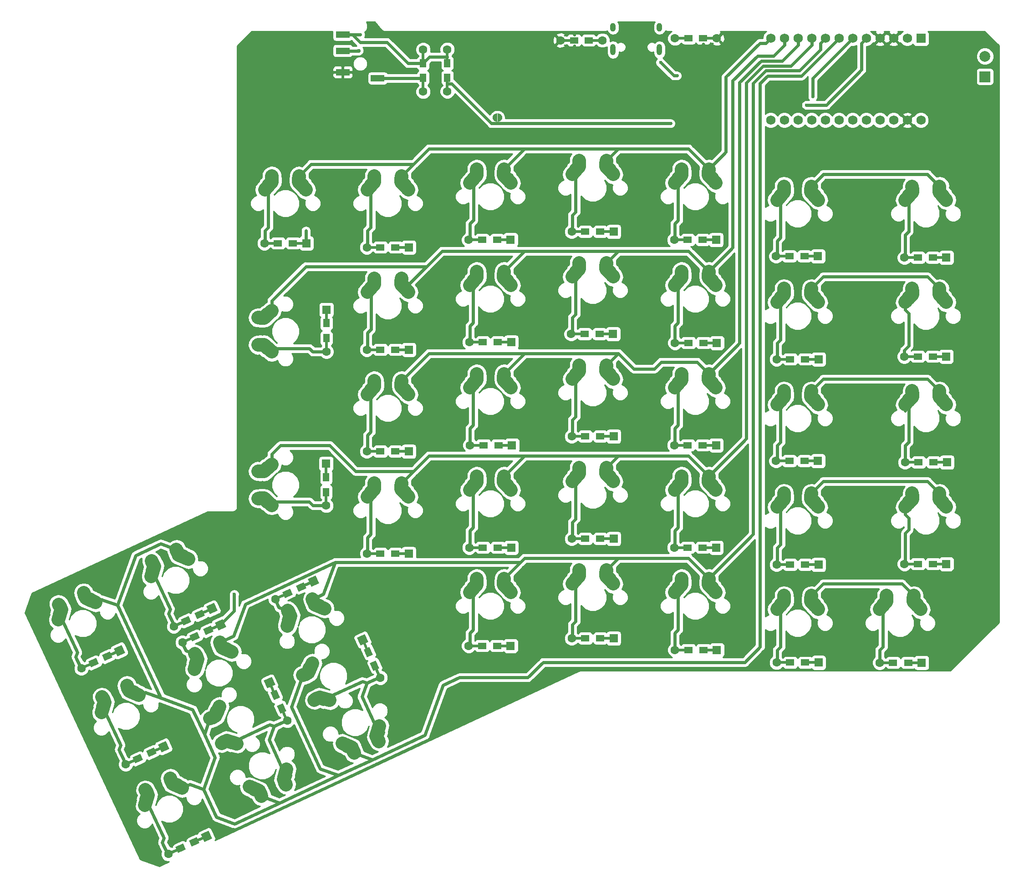
<source format=gbl>
G04 #@! TF.GenerationSoftware,KiCad,Pcbnew,(5.0.2)-1*
G04 #@! TF.CreationDate,2019-01-22T23:05:00+05:30*
G04 #@! TF.ProjectId,ErgodoxBle,4572676f-646f-4784-926c-652e6b696361,rev?*
G04 #@! TF.SameCoordinates,Original*
G04 #@! TF.FileFunction,Copper,L2,Bot*
G04 #@! TF.FilePolarity,Positive*
%FSLAX46Y46*%
G04 Gerber Fmt 4.6, Leading zero omitted, Abs format (unit mm)*
G04 Created by KiCad (PCBNEW (5.0.2)-1) date 1/22/2019 11:05:00 PM*
%MOMM*%
%LPD*%
G01*
G04 APERTURE LIST*
G04 #@! TA.AperFunction,EtchedComponent*
%ADD10C,0.010000*%
G04 #@! TD*
G04 #@! TA.AperFunction,ViaPad*
%ADD11C,0.600000*%
G04 #@! TD*
G04 #@! TA.AperFunction,ComponentPad*
%ADD12R,1.752600X1.752600*%
G04 #@! TD*
G04 #@! TA.AperFunction,ComponentPad*
%ADD13C,1.752600*%
G04 #@! TD*
G04 #@! TA.AperFunction,ComponentPad*
%ADD14O,1.000000X1.600000*%
G04 #@! TD*
G04 #@! TA.AperFunction,ComponentPad*
%ADD15O,1.000000X2.100000*%
G04 #@! TD*
G04 #@! TA.AperFunction,ComponentPad*
%ADD16C,2.000000*%
G04 #@! TD*
G04 #@! TA.AperFunction,SMDPad,CuDef*
%ADD17C,2.500000*%
G04 #@! TD*
G04 #@! TA.AperFunction,Conductor*
%ADD18C,2.500000*%
G04 #@! TD*
G04 #@! TA.AperFunction,ComponentPad*
%ADD19C,1.600000*%
G04 #@! TD*
G04 #@! TA.AperFunction,Conductor*
%ADD20C,0.150000*%
G04 #@! TD*
G04 #@! TA.AperFunction,Conductor*
%ADD21C,0.500000*%
G04 #@! TD*
G04 #@! TA.AperFunction,SMDPad,CuDef*
%ADD22C,1.200000*%
G04 #@! TD*
G04 #@! TA.AperFunction,Conductor*
%ADD23R,2.900000X0.500000*%
G04 #@! TD*
G04 #@! TA.AperFunction,SMDPad,CuDef*
%ADD24R,1.600000X1.200000*%
G04 #@! TD*
G04 #@! TA.AperFunction,ComponentPad*
%ADD25R,1.600000X1.600000*%
G04 #@! TD*
G04 #@! TA.AperFunction,Conductor*
%ADD26R,0.500000X2.900000*%
G04 #@! TD*
G04 #@! TA.AperFunction,SMDPad,CuDef*
%ADD27R,1.200000X1.600000*%
G04 #@! TD*
G04 #@! TA.AperFunction,SMDPad,CuDef*
%ADD28R,2.500000X1.200000*%
G04 #@! TD*
G04 #@! TA.AperFunction,ComponentPad*
%ADD29C,0.400000*%
G04 #@! TD*
G04 #@! TA.AperFunction,SMDPad,CuDef*
%ADD30R,1.500000X1.200000*%
G04 #@! TD*
G04 #@! TA.AperFunction,SMDPad,CuDef*
%ADD31R,1.200000X1.500000*%
G04 #@! TD*
G04 #@! TA.AperFunction,ComponentPad*
%ADD32R,1.998980X1.998980*%
G04 #@! TD*
G04 #@! TA.AperFunction,ComponentPad*
%ADD33C,1.998980*%
G04 #@! TD*
G04 #@! TA.AperFunction,ViaPad*
%ADD34C,0.609600*%
G04 #@! TD*
G04 #@! TA.AperFunction,Conductor*
%ADD35C,0.609600*%
G04 #@! TD*
G04 #@! TA.AperFunction,Conductor*
%ADD36C,0.600000*%
G04 #@! TD*
G04 #@! TA.AperFunction,Conductor*
%ADD37C,1.016000*%
G04 #@! TD*
G04 #@! TA.AperFunction,Conductor*
%ADD38C,0.254000*%
G04 #@! TD*
G04 APERTURE END LIST*
D10*
G04 #@! TO.C,JP1*
G36*
X111885400Y-49848200D02*
X112141900Y-49803000D01*
X112367500Y-49672700D01*
X112534900Y-49473200D01*
X112624000Y-49228400D01*
X112624000Y-48968000D01*
X112534900Y-48723200D01*
X112367500Y-48523700D01*
X112141900Y-48393400D01*
X111885400Y-48348200D01*
X111885400Y-49848200D01*
X111885400Y-49848200D01*
G37*
X111885400Y-49848200D02*
X112141900Y-49803000D01*
X112367500Y-49672700D01*
X112534900Y-49473200D01*
X112624000Y-49228400D01*
X112624000Y-48968000D01*
X112534900Y-48723200D01*
X112367500Y-48523700D01*
X112141900Y-48393400D01*
X111885400Y-48348200D01*
X111885400Y-49848200D01*
G36*
X111685400Y-48348200D02*
X111428900Y-48393400D01*
X111203300Y-48523700D01*
X111035900Y-48723200D01*
X110946800Y-48968000D01*
X110946800Y-49228400D01*
X111035900Y-49473200D01*
X111203300Y-49672700D01*
X111428900Y-49803000D01*
X111685400Y-49848200D01*
X111685400Y-48348200D01*
X111685400Y-48348200D01*
G37*
X111685400Y-48348200D02*
X111428900Y-48393400D01*
X111203300Y-48523700D01*
X111035900Y-48723200D01*
X110946800Y-48968000D01*
X110946800Y-49228400D01*
X111035900Y-49473200D01*
X111203300Y-49672700D01*
X111428900Y-49803000D01*
X111685400Y-49848200D01*
X111685400Y-48348200D01*
G04 #@! TD*
D11*
G04 #@! TO.N,GND*
G04 #@! TO.C,REF\002A\002A*
X172874940Y-56454040D03*
G04 #@! TD*
G04 #@! TO.N,GND*
G04 #@! TO.C,REF\002A\002A*
X60553600Y-176075340D03*
G04 #@! TD*
G04 #@! TO.N,GND*
G04 #@! TO.C,REF\002A\002A*
X73352660Y-164553900D03*
G04 #@! TD*
G04 #@! TO.N,GND*
G04 #@! TO.C,REF\002A\002A*
X177304700Y-37818060D03*
G04 #@! TD*
G04 #@! TO.N,GND*
G04 #@! TO.C,REF\002A\002A*
X91762580Y-108287820D03*
G04 #@! TD*
G04 #@! TO.N,GND*
G04 #@! TO.C,REF\002A\002A*
X168856660Y-71280020D03*
G04 #@! TD*
G04 #@! TO.N,GND*
G04 #@! TO.C,REF\002A\002A*
X149006560Y-49593500D03*
G04 #@! TD*
G04 #@! TO.N,GND*
G04 #@! TO.C,REF\002A\002A*
X139618720Y-45062140D03*
G04 #@! TD*
G04 #@! TO.N,GND*
G04 #@! TO.C,REF\002A\002A*
X148897340Y-68691760D03*
G04 #@! TD*
G04 #@! TO.N,GND*
G04 #@! TO.C,REF\002A\002A*
X143289020Y-76133960D03*
G04 #@! TD*
G04 #@! TO.N,GND*
G04 #@! TO.C,REF\002A\002A*
X67759580Y-145681700D03*
G04 #@! TD*
G04 #@! TO.N,GND*
G04 #@! TO.C,REF\002A\002A*
X96131380Y-157601920D03*
G04 #@! TD*
G04 #@! TO.N,GND*
G04 #@! TO.C,REF\002A\002A*
X158341060Y-141559280D03*
G04 #@! TD*
G04 #@! TO.N,GND*
G04 #@! TO.C,REF\002A\002A*
X149161500Y-145249900D03*
G04 #@! TD*
G04 #@! TO.N,GND*
G04 #@! TO.C,REF\002A\002A*
X142577820Y-147345400D03*
G04 #@! TD*
G04 #@! TO.N,GND*
G04 #@! TO.C,REF\002A\002A*
X156161740Y-126761240D03*
G04 #@! TD*
G04 #@! TO.N,GND*
G04 #@! TO.C,REF\002A\002A*
X154863800Y-87858600D03*
G04 #@! TD*
G04 #@! TO.N,GND*
G04 #@! TO.C,REF\002A\002A*
X156004260Y-105252520D03*
G04 #@! TD*
G04 #@! TO.N,GND*
G04 #@! TO.C,REF\002A\002A*
X156339540Y-113690400D03*
G04 #@! TD*
G04 #@! TO.N,GND*
G04 #@! TO.C,REF\002A\002A*
X91838780Y-69969380D03*
G04 #@! TD*
G04 #@! TO.N,GND*
G04 #@! TO.C,REF\002A\002A*
X167888920Y-109964220D03*
G04 #@! TD*
G04 #@! TO.N,GND*
G04 #@! TO.C,REF\002A\002A*
X138902440Y-141495780D03*
G04 #@! TD*
G04 #@! TO.N,GND*
G04 #@! TO.C,REF\002A\002A*
X121396760Y-84762340D03*
G04 #@! TD*
G04 #@! TO.N,GND*
G04 #@! TO.C,REF\002A\002A*
X121419620Y-67609720D03*
G04 #@! TD*
G04 #@! TO.N,GND*
G04 #@! TO.C,REF\002A\002A*
X120743980Y-123995180D03*
G04 #@! TD*
G04 #@! TO.N,GND*
G04 #@! TO.C,REF\002A\002A*
X123385580Y-104236520D03*
G04 #@! TD*
G04 #@! TO.N,GND*
G04 #@! TO.C,REF\002A\002A*
X92369640Y-88531700D03*
G04 #@! TD*
D12*
G04 #@! TO.P,proMicro1,1*
G04 #@! TO.N,Net-(proMicro1-Pad1)*
X190550800Y-34391600D03*
D13*
G04 #@! TO.P,proMicro1,2*
G04 #@! TO.N,Net-(proMicro1-Pad2)*
X188010800Y-34391600D03*
G04 #@! TO.P,proMicro1,3*
G04 #@! TO.N,GND*
X185470800Y-34391600D03*
G04 #@! TO.P,proMicro1,4*
X182930800Y-34391600D03*
G04 #@! TO.P,proMicro1,5*
G04 #@! TO.N,/scl*
X180390800Y-34391600D03*
G04 #@! TO.P,proMicro1,6*
G04 #@! TO.N,/sdaM*
X177850800Y-34391600D03*
G04 #@! TO.P,proMicro1,7*
G04 #@! TO.N,/ROW0*
X175310800Y-34391600D03*
G04 #@! TO.P,proMicro1,8*
G04 #@! TO.N,/ROW1*
X172770800Y-34391600D03*
G04 #@! TO.P,proMicro1,9*
G04 #@! TO.N,/ROW2*
X170230800Y-34391600D03*
G04 #@! TO.P,proMicro1,10*
G04 #@! TO.N,/ROW3*
X167690800Y-34391600D03*
G04 #@! TO.P,proMicro1,11*
G04 #@! TO.N,/ROW4*
X165150800Y-34391600D03*
G04 #@! TO.P,proMicro1,13*
G04 #@! TO.N,Net-(proMicro1-Pad13)*
X162610800Y-49631600D03*
G04 #@! TO.P,proMicro1,14*
G04 #@! TO.N,/COL6*
X165150800Y-49631600D03*
G04 #@! TO.P,proMicro1,15*
G04 #@! TO.N,/COL5*
X167690800Y-49631600D03*
G04 #@! TO.P,proMicro1,16*
G04 #@! TO.N,/COL4*
X170230800Y-49631600D03*
G04 #@! TO.P,proMicro1,17*
G04 #@! TO.N,/COL10*
X172770800Y-49631600D03*
G04 #@! TO.P,proMicro1,18*
G04 #@! TO.N,/COL11*
X175310800Y-49631600D03*
G04 #@! TO.P,proMicro1,19*
G04 #@! TO.N,/COL1*
X177850800Y-49631600D03*
G04 #@! TO.P,proMicro1,20*
G04 #@! TO.N,/COL0*
X180390800Y-49631600D03*
G04 #@! TO.P,proMicro1,21*
G04 #@! TO.N,/Vcc*
X182930800Y-49631600D03*
G04 #@! TO.P,proMicro1,22*
G04 #@! TO.N,Net-(proMicro1-Pad22)*
X185470800Y-49631600D03*
G04 #@! TO.P,proMicro1,23*
G04 #@! TO.N,GND*
X188010800Y-49631600D03*
G04 #@! TO.P,proMicro1,12*
G04 #@! TO.N,/ROW5*
X162610800Y-34391600D03*
G04 #@! TO.P,proMicro1,24*
G04 #@! TO.N,Net-(proMicro1-Pad24)*
X190550800Y-49631600D03*
G04 #@! TD*
D14*
G04 #@! TO.P,USB_C1,13*
G04 #@! TO.N,Net-(USB_C1-Pad13)*
X133297200Y-32343400D03*
X141937200Y-32343400D03*
D15*
X133297200Y-36523400D03*
X141937200Y-36523400D03*
G04 #@! TD*
D16*
G04 #@! TO.P,SW3:13,2*
G04 #@! TO.N,/ROW3*
X193952500Y-100602660D03*
X193992500Y-100022660D03*
G04 #@! TO.P,SW3:13,1*
G04 #@! TO.N,Net-(D3:0-Pad2)*
X188952500Y-101102660D03*
X187642500Y-102562660D03*
D17*
G04 #@! TO.P,SW3:13,2*
G04 #@! TO.N,/ROW3*
X194607500Y-101832660D03*
D18*
G04 #@! TD*
G04 #@! TO.N,/ROW3*
G04 #@! TO.C,SW3:13*
X195262495Y-102562664D02*
X193952505Y-101102656D01*
D17*
G04 #@! TO.P,SW3:13,1*
G04 #@! TO.N,Net-(D3:0-Pad2)*
X188297500Y-101832660D03*
D18*
G04 #@! TD*
G04 #@! TO.N,Net-(D3:0-Pad2)*
G04 #@! TO.C,SW3:13*
X187642505Y-102562664D02*
X188952495Y-101102656D01*
D16*
G04 #@! TO.P,SW3:13,2*
G04 #@! TO.N,/ROW3*
X193952500Y-101102660D03*
X195262500Y-102562660D03*
D17*
G04 #@! TO.P,SW3:13,1*
G04 #@! TO.N,Net-(D3:0-Pad2)*
X188932500Y-100312660D03*
D18*
G04 #@! TD*
G04 #@! TO.N,Net-(D3:0-Pad2)*
G04 #@! TO.C,SW3:13*
X188912501Y-100022660D02*
X188952499Y-100602660D01*
D16*
G04 #@! TO.P,SW3:13,1*
G04 #@! TO.N,Net-(D3:0-Pad2)*
X188952500Y-100602660D03*
X188912500Y-100022660D03*
D17*
G04 #@! TO.P,SW3:13,2*
G04 #@! TO.N,/ROW3*
X193972500Y-100312660D03*
D18*
G04 #@! TD*
G04 #@! TO.N,/ROW3*
G04 #@! TO.C,SW3:13*
X193992499Y-100022660D02*
X193952501Y-100602660D01*
D16*
G04 #@! TO.P,SW2:13,2*
G04 #@! TO.N,/ROW2*
X193952500Y-119652660D03*
X193992500Y-119072660D03*
G04 #@! TO.P,SW2:13,1*
G04 #@! TO.N,Net-(D2:0-Pad2)*
X188952500Y-120152660D03*
X187642500Y-121612660D03*
D17*
G04 #@! TO.P,SW2:13,2*
G04 #@! TO.N,/ROW2*
X194607500Y-120882660D03*
D18*
G04 #@! TD*
G04 #@! TO.N,/ROW2*
G04 #@! TO.C,SW2:13*
X195262495Y-121612664D02*
X193952505Y-120152656D01*
D17*
G04 #@! TO.P,SW2:13,1*
G04 #@! TO.N,Net-(D2:0-Pad2)*
X188297500Y-120882660D03*
D18*
G04 #@! TD*
G04 #@! TO.N,Net-(D2:0-Pad2)*
G04 #@! TO.C,SW2:13*
X187642505Y-121612664D02*
X188952495Y-120152656D01*
D16*
G04 #@! TO.P,SW2:13,2*
G04 #@! TO.N,/ROW2*
X193952500Y-120152660D03*
X195262500Y-121612660D03*
D17*
G04 #@! TO.P,SW2:13,1*
G04 #@! TO.N,Net-(D2:0-Pad2)*
X188932500Y-119362660D03*
D18*
G04 #@! TD*
G04 #@! TO.N,Net-(D2:0-Pad2)*
G04 #@! TO.C,SW2:13*
X188912501Y-119072660D02*
X188952499Y-119652660D01*
D16*
G04 #@! TO.P,SW2:13,1*
G04 #@! TO.N,Net-(D2:0-Pad2)*
X188952500Y-119652660D03*
X188912500Y-119072660D03*
D17*
G04 #@! TO.P,SW2:13,2*
G04 #@! TO.N,/ROW2*
X193972500Y-119362660D03*
D18*
G04 #@! TD*
G04 #@! TO.N,/ROW2*
G04 #@! TO.C,SW2:13*
X193992499Y-119072660D02*
X193952501Y-119652660D01*
D19*
G04 #@! TO.P,D0:1,1*
G04 #@! TO.N,/COL1*
X57705180Y-182900569D03*
D20*
G04 #@! TD*
G04 #@! TO.N,/COL1*
G04 #@! TO.C,D0:1*
G36*
X57318228Y-183963710D02*
X56642039Y-182513617D01*
X58092132Y-181837428D01*
X58768321Y-183287521D01*
X57318228Y-183963710D01*
X57318228Y-183963710D01*
G37*
D19*
G04 #@! TO.P,D0:1,2*
G04 #@! TO.N,Net-(D0:1-Pad2)*
X50635980Y-186196991D03*
D21*
G04 #@! TD*
G04 #@! TO.N,/COL1*
G04 #@! TO.C,D0:1*
X56436349Y-183492233D03*
D20*
G04 #@! TO.N,/COL1*
G04 #@! TO.C,D0:1*
G36*
X55227857Y-184331606D02*
X55016548Y-183878453D01*
X57644841Y-182652860D01*
X57856150Y-183106013D01*
X55227857Y-184331606D01*
X55227857Y-184331606D01*
G37*
D22*
G04 #@! TD*
G04 #@! TO.P,D0:1,1*
G04 #@! TO.N,/COL1*
X55439411Y-183957114D03*
D20*
G04 #@! TO.N,/COL1*
G04 #@! TO.C,D0:1*
G36*
X54967936Y-184838993D02*
X54460794Y-183751424D01*
X55910886Y-183075235D01*
X56418028Y-184162804D01*
X54967936Y-184838993D01*
X54967936Y-184838993D01*
G37*
D22*
G04 #@! TD*
G04 #@! TO.P,D0:1,2*
G04 #@! TO.N,Net-(D0:1-Pad2)*
X52901749Y-185140446D03*
D20*
G04 #@! TO.N,Net-(D0:1-Pad2)*
G04 #@! TO.C,D0:1*
G36*
X52430274Y-186022325D02*
X51923132Y-184934756D01*
X53373224Y-184258567D01*
X53880366Y-185346136D01*
X52430274Y-186022325D01*
X52430274Y-186022325D01*
G37*
D21*
X51904811Y-185605327D03*
D20*
G36*
X50696319Y-186444700D02*
X50485010Y-185991547D01*
X53113303Y-184765954D01*
X53324612Y-185219107D01*
X50696319Y-186444700D01*
X50696319Y-186444700D01*
G37*
G04 #@! TD*
D21*
G04 #@! TO.N,Net-(D0:2-Pad2)*
G04 #@! TO.C,D0:2*
X72136001Y-160121600D03*
D20*
G36*
X72975374Y-161330092D02*
X72522221Y-161541401D01*
X71296628Y-158913108D01*
X71749781Y-158701799D01*
X72975374Y-161330092D01*
X72975374Y-161330092D01*
G37*
D22*
G04 #@! TD*
G04 #@! TO.P,D0:2,2*
G04 #@! TO.N,Net-(D0:2-Pad2)*
X71671120Y-159124662D03*
D20*
G04 #@! TO.N,Net-(D0:2-Pad2)*
G04 #@! TO.C,D0:2*
G36*
X72552999Y-159596137D02*
X71465430Y-160103279D01*
X70789241Y-158653187D01*
X71876810Y-158146045D01*
X72552999Y-159596137D01*
X72552999Y-159596137D01*
G37*
D22*
G04 #@! TD*
G04 #@! TO.P,D0:2,1*
G04 #@! TO.N,/COL11*
X70487788Y-156587000D03*
D20*
G04 #@! TO.N,/COL11*
G04 #@! TO.C,D0:2*
G36*
X71369667Y-157058475D02*
X70282098Y-157565617D01*
X69605909Y-156115525D01*
X70693478Y-155608383D01*
X71369667Y-157058475D01*
X71369667Y-157058475D01*
G37*
D21*
X70022907Y-155590062D03*
D20*
G36*
X70862280Y-156798554D02*
X70409127Y-157009863D01*
X69183534Y-154381570D01*
X69636687Y-154170261D01*
X70862280Y-156798554D01*
X70862280Y-156798554D01*
G37*
D19*
G04 #@! TD*
G04 #@! TO.P,D0:2,2*
G04 #@! TO.N,Net-(D0:2-Pad2)*
X72727665Y-161390431D03*
G04 #@! TO.P,D0:2,1*
G04 #@! TO.N,/COL11*
X69431243Y-154321231D03*
D20*
G04 #@! TD*
G04 #@! TO.N,/COL11*
G04 #@! TO.C,D0:2*
G36*
X70494384Y-154708183D02*
X69044291Y-155384372D01*
X68368102Y-153934279D01*
X69818195Y-153258090D01*
X70494384Y-154708183D01*
X70494384Y-154708183D01*
G37*
D19*
G04 #@! TO.P,D0:3,1*
G04 #@! TO.N,/COL10*
X86743789Y-146325400D03*
D20*
G04 #@! TD*
G04 #@! TO.N,/COL10*
G04 #@! TO.C,D0:3*
G36*
X87806930Y-146712352D02*
X86356837Y-147388541D01*
X85680648Y-145938448D01*
X87130741Y-145262259D01*
X87806930Y-146712352D01*
X87806930Y-146712352D01*
G37*
D19*
G04 #@! TO.P,D0:3,2*
G04 #@! TO.N,Net-(D0:3-Pad2)*
X90040211Y-153394600D03*
D21*
G04 #@! TD*
G04 #@! TO.N,/COL10*
G04 #@! TO.C,D0:3*
X87335453Y-147594231D03*
D20*
G04 #@! TO.N,/COL10*
G04 #@! TO.C,D0:3*
G36*
X88174826Y-148802723D02*
X87721673Y-149014032D01*
X86496080Y-146385739D01*
X86949233Y-146174430D01*
X88174826Y-148802723D01*
X88174826Y-148802723D01*
G37*
D22*
G04 #@! TD*
G04 #@! TO.P,D0:3,1*
G04 #@! TO.N,/COL10*
X87800334Y-148591169D03*
D20*
G04 #@! TO.N,/COL10*
G04 #@! TO.C,D0:3*
G36*
X88682213Y-149062644D02*
X87594644Y-149569786D01*
X86918455Y-148119694D01*
X88006024Y-147612552D01*
X88682213Y-149062644D01*
X88682213Y-149062644D01*
G37*
D22*
G04 #@! TD*
G04 #@! TO.P,D0:3,2*
G04 #@! TO.N,Net-(D0:3-Pad2)*
X88983666Y-151128831D03*
D20*
G04 #@! TO.N,Net-(D0:3-Pad2)*
G04 #@! TO.C,D0:3*
G36*
X89865545Y-151600306D02*
X88777976Y-152107448D01*
X88101787Y-150657356D01*
X89189356Y-150150214D01*
X89865545Y-151600306D01*
X89865545Y-151600306D01*
G37*
D21*
X89448547Y-152125769D03*
D20*
G36*
X90287920Y-153334261D02*
X89834767Y-153545570D01*
X88609174Y-150917277D01*
X89062327Y-150705968D01*
X90287920Y-153334261D01*
X90287920Y-153334261D01*
G37*
G04 #@! TD*
D21*
G04 #@! TO.N,Net-(D0:4-Pad2)*
G04 #@! TO.C,D0:4*
X43942000Y-168910001D03*
D20*
G36*
X42733508Y-169749374D02*
X42522199Y-169296221D01*
X45150492Y-168070628D01*
X45361801Y-168523781D01*
X42733508Y-169749374D01*
X42733508Y-169749374D01*
G37*
D22*
G04 #@! TD*
G04 #@! TO.P,D0:4,2*
G04 #@! TO.N,Net-(D0:4-Pad2)*
X44938938Y-168445120D03*
D20*
G04 #@! TO.N,Net-(D0:4-Pad2)*
G04 #@! TO.C,D0:4*
G36*
X44467463Y-169326999D02*
X43960321Y-168239430D01*
X45410413Y-167563241D01*
X45917555Y-168650810D01*
X44467463Y-169326999D01*
X44467463Y-169326999D01*
G37*
D22*
G04 #@! TD*
G04 #@! TO.P,D0:4,1*
G04 #@! TO.N,/COL4*
X47476600Y-167261788D03*
D20*
G04 #@! TO.N,/COL4*
G04 #@! TO.C,D0:4*
G36*
X47005125Y-168143667D02*
X46497983Y-167056098D01*
X47948075Y-166379909D01*
X48455217Y-167467478D01*
X47005125Y-168143667D01*
X47005125Y-168143667D01*
G37*
D21*
X48473538Y-166796907D03*
D20*
G36*
X47265046Y-167636280D02*
X47053737Y-167183127D01*
X49682030Y-165957534D01*
X49893339Y-166410687D01*
X47265046Y-167636280D01*
X47265046Y-167636280D01*
G37*
D19*
G04 #@! TD*
G04 #@! TO.P,D0:4,2*
G04 #@! TO.N,Net-(D0:4-Pad2)*
X42673169Y-169501665D03*
G04 #@! TO.P,D0:4,1*
G04 #@! TO.N,/COL4*
X49742369Y-166205243D03*
D20*
G04 #@! TD*
G04 #@! TO.N,/COL4*
G04 #@! TO.C,D0:4*
G36*
X49355417Y-167268384D02*
X48679228Y-165818291D01*
X50129321Y-165142102D01*
X50805510Y-166592195D01*
X49355417Y-167268384D01*
X49355417Y-167268384D01*
G37*
D19*
G04 #@! TO.P,D0:5,1*
G04 #@! TO.N,/COL5*
X58708569Y-140525843D03*
D20*
G04 #@! TD*
G04 #@! TO.N,/COL5*
G04 #@! TO.C,D0:5*
G36*
X58321617Y-141588984D02*
X57645428Y-140138891D01*
X59095521Y-139462702D01*
X59771710Y-140912795D01*
X58321617Y-141588984D01*
X58321617Y-141588984D01*
G37*
D19*
G04 #@! TO.P,D0:5,2*
G04 #@! TO.N,Net-(D0:5-Pad2)*
X51639369Y-143822265D03*
D21*
G04 #@! TD*
G04 #@! TO.N,/COL5*
G04 #@! TO.C,D0:5*
X57439738Y-141117507D03*
D20*
G04 #@! TO.N,/COL5*
G04 #@! TO.C,D0:5*
G36*
X56231246Y-141956880D02*
X56019937Y-141503727D01*
X58648230Y-140278134D01*
X58859539Y-140731287D01*
X56231246Y-141956880D01*
X56231246Y-141956880D01*
G37*
D22*
G04 #@! TD*
G04 #@! TO.P,D0:5,1*
G04 #@! TO.N,/COL5*
X56442800Y-141582388D03*
D20*
G04 #@! TO.N,/COL5*
G04 #@! TO.C,D0:5*
G36*
X55971325Y-142464267D02*
X55464183Y-141376698D01*
X56914275Y-140700509D01*
X57421417Y-141788078D01*
X55971325Y-142464267D01*
X55971325Y-142464267D01*
G37*
D22*
G04 #@! TD*
G04 #@! TO.P,D0:5,2*
G04 #@! TO.N,Net-(D0:5-Pad2)*
X53905138Y-142765720D03*
D20*
G04 #@! TO.N,Net-(D0:5-Pad2)*
G04 #@! TO.C,D0:5*
G36*
X53433663Y-143647599D02*
X52926521Y-142560030D01*
X54376613Y-141883841D01*
X54883755Y-142971410D01*
X53433663Y-143647599D01*
X53433663Y-143647599D01*
G37*
D21*
X52908200Y-143230601D03*
D20*
G36*
X51699708Y-144069974D02*
X51488399Y-143616821D01*
X54116692Y-142391228D01*
X54328001Y-142844381D01*
X51699708Y-144069974D01*
X51699708Y-144069974D01*
G37*
G04 #@! TD*
D21*
G04 #@! TO.N,Net-(D0:6-Pad2)*
G04 #@! TO.C,D0:6*
X35707231Y-151043547D03*
D20*
G36*
X34498739Y-151882920D02*
X34287430Y-151429767D01*
X36915723Y-150204174D01*
X37127032Y-150657327D01*
X34498739Y-151882920D01*
X34498739Y-151882920D01*
G37*
D22*
G04 #@! TD*
G04 #@! TO.P,D0:6,2*
G04 #@! TO.N,Net-(D0:6-Pad2)*
X36704169Y-150578666D03*
D20*
G04 #@! TO.N,Net-(D0:6-Pad2)*
G04 #@! TO.C,D0:6*
G36*
X36232694Y-151460545D02*
X35725552Y-150372976D01*
X37175644Y-149696787D01*
X37682786Y-150784356D01*
X36232694Y-151460545D01*
X36232694Y-151460545D01*
G37*
D22*
G04 #@! TD*
G04 #@! TO.P,D0:6,1*
G04 #@! TO.N,/COL6*
X39241831Y-149395334D03*
D20*
G04 #@! TO.N,/COL6*
G04 #@! TO.C,D0:6*
G36*
X38770356Y-150277213D02*
X38263214Y-149189644D01*
X39713306Y-148513455D01*
X40220448Y-149601024D01*
X38770356Y-150277213D01*
X38770356Y-150277213D01*
G37*
D21*
X40238769Y-148930453D03*
D20*
G36*
X39030277Y-149769826D02*
X38818968Y-149316673D01*
X41447261Y-148091080D01*
X41658570Y-148544233D01*
X39030277Y-149769826D01*
X39030277Y-149769826D01*
G37*
D19*
G04 #@! TD*
G04 #@! TO.P,D0:6,2*
G04 #@! TO.N,Net-(D0:6-Pad2)*
X34438400Y-151635211D03*
G04 #@! TO.P,D0:6,1*
G04 #@! TO.N,/COL6*
X41507600Y-148338789D03*
D20*
G04 #@! TD*
G04 #@! TO.N,/COL6*
G04 #@! TO.C,D0:6*
G36*
X41120648Y-149401930D02*
X40444459Y-147951837D01*
X41894552Y-147275648D01*
X42570741Y-148725741D01*
X41120648Y-149401930D01*
X41120648Y-149401930D01*
G37*
D23*
G04 #@! TO.N,Net-(D1:0-Pad2)*
G04 #@! TO.C,D1:0*
X184283980Y-150588980D03*
D24*
G04 #@! TD*
G04 #@! TO.P,D1:0,2*
G04 #@! TO.N,Net-(D1:0-Pad2)*
X185383980Y-150588980D03*
G04 #@! TO.P,D1:0,1*
G04 #@! TO.N,/COL0*
X188183980Y-150588980D03*
D23*
G04 #@! TD*
G04 #@! TO.N,/COL0*
G04 #@! TO.C,D1:0*
X189283980Y-150588980D03*
D19*
G04 #@! TO.P,D1:0,2*
G04 #@! TO.N,Net-(D1:0-Pad2)*
X182883980Y-150588980D03*
D25*
G04 #@! TO.P,D1:0,1*
G04 #@! TO.N,/COL0*
X190683980Y-150588980D03*
G04 #@! TD*
D23*
G04 #@! TO.N,Net-(D1:2-Pad2)*
G04 #@! TO.C,D1:2*
X146217000Y-148209000D03*
D24*
G04 #@! TD*
G04 #@! TO.P,D1:2,2*
G04 #@! TO.N,Net-(D1:2-Pad2)*
X147317000Y-148209000D03*
G04 #@! TO.P,D1:2,1*
G04 #@! TO.N,/COL11*
X150117000Y-148209000D03*
D23*
G04 #@! TD*
G04 #@! TO.N,/COL11*
G04 #@! TO.C,D1:2*
X151217000Y-148209000D03*
D19*
G04 #@! TO.P,D1:2,2*
G04 #@! TO.N,Net-(D1:2-Pad2)*
X144817000Y-148209000D03*
D25*
G04 #@! TO.P,D1:2,1*
G04 #@! TO.N,/COL11*
X152617000Y-148209000D03*
G04 #@! TD*
G04 #@! TO.P,D1:3,1*
G04 #@! TO.N,/COL10*
X133440000Y-146050000D03*
D19*
G04 #@! TO.P,D1:3,2*
G04 #@! TO.N,Net-(D1:3-Pad2)*
X125640000Y-146050000D03*
D23*
G04 #@! TD*
G04 #@! TO.N,/COL10*
G04 #@! TO.C,D1:3*
X132040000Y-146050000D03*
D24*
G04 #@! TO.P,D1:3,1*
G04 #@! TO.N,/COL10*
X130940000Y-146050000D03*
G04 #@! TO.P,D1:3,2*
G04 #@! TO.N,Net-(D1:3-Pad2)*
X128140000Y-146050000D03*
D23*
G04 #@! TD*
G04 #@! TO.N,Net-(D1:3-Pad2)*
G04 #@! TO.C,D1:3*
X127040000Y-146050000D03*
G04 #@! TO.N,Net-(D1:4-Pad2)*
G04 #@! TO.C,D1:4*
X107863000Y-147447000D03*
D24*
G04 #@! TD*
G04 #@! TO.P,D1:4,2*
G04 #@! TO.N,Net-(D1:4-Pad2)*
X108963000Y-147447000D03*
G04 #@! TO.P,D1:4,1*
G04 #@! TO.N,/COL4*
X111763000Y-147447000D03*
D23*
G04 #@! TD*
G04 #@! TO.N,/COL4*
G04 #@! TO.C,D1:4*
X112863000Y-147447000D03*
D19*
G04 #@! TO.P,D1:4,2*
G04 #@! TO.N,Net-(D1:4-Pad2)*
X106463000Y-147447000D03*
D25*
G04 #@! TO.P,D1:4,1*
G04 #@! TO.N,/COL4*
X114263000Y-147447000D03*
G04 #@! TD*
D21*
G04 #@! TO.N,Net-(D1:5-Pad2)*
G04 #@! TO.C,D1:5*
X71775231Y-138132881D03*
D20*
G36*
X70566739Y-138972254D02*
X70355430Y-138519101D01*
X72983723Y-137293508D01*
X73195032Y-137746661D01*
X70566739Y-138972254D01*
X70566739Y-138972254D01*
G37*
D22*
G04 #@! TD*
G04 #@! TO.P,D1:5,2*
G04 #@! TO.N,Net-(D1:5-Pad2)*
X72772169Y-137668000D03*
D20*
G04 #@! TO.N,Net-(D1:5-Pad2)*
G04 #@! TO.C,D1:5*
G36*
X72300694Y-138549879D02*
X71793552Y-137462310D01*
X73243644Y-136786121D01*
X73750786Y-137873690D01*
X72300694Y-138549879D01*
X72300694Y-138549879D01*
G37*
D22*
G04 #@! TD*
G04 #@! TO.P,D1:5,1*
G04 #@! TO.N,/COL5*
X75309831Y-136484668D03*
D20*
G04 #@! TO.N,/COL5*
G04 #@! TO.C,D1:5*
G36*
X74838356Y-137366547D02*
X74331214Y-136278978D01*
X75781306Y-135602789D01*
X76288448Y-136690358D01*
X74838356Y-137366547D01*
X74838356Y-137366547D01*
G37*
D21*
X76306769Y-136019787D03*
D20*
G36*
X75098277Y-136859160D02*
X74886968Y-136406007D01*
X77515261Y-135180414D01*
X77726570Y-135633567D01*
X75098277Y-136859160D01*
X75098277Y-136859160D01*
G37*
D19*
G04 #@! TD*
G04 #@! TO.P,D1:5,2*
G04 #@! TO.N,Net-(D1:5-Pad2)*
X70506400Y-138724545D03*
G04 #@! TO.P,D1:5,1*
G04 #@! TO.N,/COL5*
X77575600Y-135428123D03*
D20*
G04 #@! TD*
G04 #@! TO.N,/COL5*
G04 #@! TO.C,D1:5*
G36*
X77188648Y-136491264D02*
X76512459Y-135041171D01*
X77962552Y-134364982D01*
X78638741Y-135815075D01*
X77188648Y-136491264D01*
X77188648Y-136491264D01*
G37*
D19*
G04 #@! TO.P,D1:6,1*
G04 #@! TO.N,/COL6*
X60303600Y-143512789D03*
D20*
G04 #@! TD*
G04 #@! TO.N,/COL6*
G04 #@! TO.C,D1:6*
G36*
X59916648Y-144575930D02*
X59240459Y-143125837D01*
X60690552Y-142449648D01*
X61366741Y-143899741D01*
X59916648Y-144575930D01*
X59916648Y-144575930D01*
G37*
D19*
G04 #@! TO.P,D1:6,2*
G04 #@! TO.N,Net-(D1:6-Pad2)*
X53234400Y-146809211D03*
D21*
G04 #@! TD*
G04 #@! TO.N,/COL6*
G04 #@! TO.C,D1:6*
X59034769Y-144104453D03*
D20*
G04 #@! TO.N,/COL6*
G04 #@! TO.C,D1:6*
G36*
X57826277Y-144943826D02*
X57614968Y-144490673D01*
X60243261Y-143265080D01*
X60454570Y-143718233D01*
X57826277Y-144943826D01*
X57826277Y-144943826D01*
G37*
D22*
G04 #@! TD*
G04 #@! TO.P,D1:6,1*
G04 #@! TO.N,/COL6*
X58037831Y-144569334D03*
D20*
G04 #@! TO.N,/COL6*
G04 #@! TO.C,D1:6*
G36*
X57566356Y-145451213D02*
X57059214Y-144363644D01*
X58509306Y-143687455D01*
X59016448Y-144775024D01*
X57566356Y-145451213D01*
X57566356Y-145451213D01*
G37*
D22*
G04 #@! TD*
G04 #@! TO.P,D1:6,2*
G04 #@! TO.N,Net-(D1:6-Pad2)*
X55500169Y-145752666D03*
D20*
G04 #@! TO.N,Net-(D1:6-Pad2)*
G04 #@! TO.C,D1:6*
G36*
X55028694Y-146634545D02*
X54521552Y-145546976D01*
X55971644Y-144870787D01*
X56478786Y-145958356D01*
X55028694Y-146634545D01*
X55028694Y-146634545D01*
G37*
D21*
X54503231Y-146217547D03*
D20*
G36*
X53294739Y-147056920D02*
X53083430Y-146603767D01*
X55711723Y-145378174D01*
X55923032Y-145831327D01*
X53294739Y-147056920D01*
X53294739Y-147056920D01*
G37*
G04 #@! TD*
D23*
G04 #@! TO.N,Net-(D1:!1-Pad2)*
G04 #@! TO.C,D1:!1*
X165140000Y-150563580D03*
D24*
G04 #@! TD*
G04 #@! TO.P,D1:!1,2*
G04 #@! TO.N,Net-(D1:!1-Pad2)*
X166240000Y-150563580D03*
G04 #@! TO.P,D1:!1,1*
G04 #@! TO.N,/COL1*
X169040000Y-150563580D03*
D23*
G04 #@! TD*
G04 #@! TO.N,/COL1*
G04 #@! TO.C,D1:!1*
X170140000Y-150563580D03*
D19*
G04 #@! TO.P,D1:!1,2*
G04 #@! TO.N,Net-(D1:!1-Pad2)*
X163740000Y-150563580D03*
D25*
G04 #@! TO.P,D1:!1,1*
G04 #@! TO.N,/COL1*
X171540000Y-150563580D03*
G04 #@! TD*
G04 #@! TO.P,D2:0,1*
G04 #@! TO.N,/COL0*
X195289000Y-132207000D03*
D19*
G04 #@! TO.P,D2:0,2*
G04 #@! TO.N,Net-(D2:0-Pad2)*
X187489000Y-132207000D03*
D23*
G04 #@! TD*
G04 #@! TO.N,/COL0*
G04 #@! TO.C,D2:0*
X193889000Y-132207000D03*
D24*
G04 #@! TO.P,D2:0,1*
G04 #@! TO.N,/COL0*
X192789000Y-132207000D03*
G04 #@! TO.P,D2:0,2*
G04 #@! TO.N,Net-(D2:0-Pad2)*
X189989000Y-132207000D03*
D23*
G04 #@! TD*
G04 #@! TO.N,Net-(D2:0-Pad2)*
G04 #@! TO.C,D2:0*
X188889000Y-132207000D03*
D25*
G04 #@! TO.P,D2:1,1*
G04 #@! TO.N,/COL1*
X171540000Y-132334000D03*
D19*
G04 #@! TO.P,D2:1,2*
G04 #@! TO.N,Net-(D2:1-Pad2)*
X163740000Y-132334000D03*
D23*
G04 #@! TD*
G04 #@! TO.N,/COL1*
G04 #@! TO.C,D2:1*
X170140000Y-132334000D03*
D24*
G04 #@! TO.P,D2:1,1*
G04 #@! TO.N,/COL1*
X169040000Y-132334000D03*
G04 #@! TO.P,D2:1,2*
G04 #@! TO.N,Net-(D2:1-Pad2)*
X166240000Y-132334000D03*
D23*
G04 #@! TD*
G04 #@! TO.N,Net-(D2:1-Pad2)*
G04 #@! TO.C,D2:1*
X165140000Y-132334000D03*
G04 #@! TO.N,Net-(D2:2-Pad2)*
G04 #@! TO.C,D2:2*
X146090000Y-129159000D03*
D24*
G04 #@! TD*
G04 #@! TO.P,D2:2,2*
G04 #@! TO.N,Net-(D2:2-Pad2)*
X147190000Y-129159000D03*
G04 #@! TO.P,D2:2,1*
G04 #@! TO.N,/COL11*
X149990000Y-129159000D03*
D23*
G04 #@! TD*
G04 #@! TO.N,/COL11*
G04 #@! TO.C,D2:2*
X151090000Y-129159000D03*
D19*
G04 #@! TO.P,D2:2,2*
G04 #@! TO.N,Net-(D2:2-Pad2)*
X144690000Y-129159000D03*
D25*
G04 #@! TO.P,D2:2,1*
G04 #@! TO.N,/COL11*
X152490000Y-129159000D03*
G04 #@! TD*
G04 #@! TO.P,D2:3,1*
G04 #@! TO.N,/COL10*
X133440000Y-127508000D03*
D19*
G04 #@! TO.P,D2:3,2*
G04 #@! TO.N,Net-(D2:3-Pad2)*
X125640000Y-127508000D03*
D23*
G04 #@! TD*
G04 #@! TO.N,/COL10*
G04 #@! TO.C,D2:3*
X132040000Y-127508000D03*
D24*
G04 #@! TO.P,D2:3,1*
G04 #@! TO.N,/COL10*
X130940000Y-127508000D03*
G04 #@! TO.P,D2:3,2*
G04 #@! TO.N,Net-(D2:3-Pad2)*
X128140000Y-127508000D03*
D23*
G04 #@! TD*
G04 #@! TO.N,Net-(D2:3-Pad2)*
G04 #@! TO.C,D2:3*
X127040000Y-127508000D03*
G04 #@! TO.N,Net-(D2:4-Pad2)*
G04 #@! TO.C,D2:4*
X107990000Y-129159000D03*
D24*
G04 #@! TD*
G04 #@! TO.P,D2:4,2*
G04 #@! TO.N,Net-(D2:4-Pad2)*
X109090000Y-129159000D03*
G04 #@! TO.P,D2:4,1*
G04 #@! TO.N,/COL4*
X111890000Y-129159000D03*
D23*
G04 #@! TD*
G04 #@! TO.N,/COL4*
G04 #@! TO.C,D2:4*
X112990000Y-129159000D03*
D19*
G04 #@! TO.P,D2:4,2*
G04 #@! TO.N,Net-(D2:4-Pad2)*
X106590000Y-129159000D03*
D25*
G04 #@! TO.P,D2:4,1*
G04 #@! TO.N,/COL4*
X114390000Y-129159000D03*
G04 #@! TD*
G04 #@! TO.P,D2:5,1*
G04 #@! TO.N,/COL5*
X95340000Y-130302000D03*
D19*
G04 #@! TO.P,D2:5,2*
G04 #@! TO.N,Net-(D2:5-Pad2)*
X87540000Y-130302000D03*
D23*
G04 #@! TD*
G04 #@! TO.N,/COL5*
G04 #@! TO.C,D2:5*
X93940000Y-130302000D03*
D24*
G04 #@! TO.P,D2:5,1*
G04 #@! TO.N,/COL5*
X92840000Y-130302000D03*
G04 #@! TO.P,D2:5,2*
G04 #@! TO.N,Net-(D2:5-Pad2)*
X90040000Y-130302000D03*
D23*
G04 #@! TD*
G04 #@! TO.N,Net-(D2:5-Pad2)*
G04 #@! TO.C,D2:5*
X88940000Y-130302000D03*
D26*
G04 #@! TO.N,Net-(D2:6-Pad2)*
G04 #@! TO.C,D2:6*
X79959200Y-119949600D03*
D27*
G04 #@! TD*
G04 #@! TO.P,D2:6,2*
G04 #@! TO.N,Net-(D2:6-Pad2)*
X79959200Y-118849600D03*
G04 #@! TO.P,D2:6,1*
G04 #@! TO.N,/COL6*
X79959200Y-116049600D03*
D26*
G04 #@! TD*
G04 #@! TO.N,/COL6*
G04 #@! TO.C,D2:6*
X79959200Y-114949600D03*
D19*
G04 #@! TO.P,D2:6,2*
G04 #@! TO.N,Net-(D2:6-Pad2)*
X79959200Y-121349600D03*
D25*
G04 #@! TO.P,D2:6,1*
G04 #@! TO.N,/COL6*
X79959200Y-113549600D03*
G04 #@! TD*
D23*
G04 #@! TO.N,Net-(D3:0-Pad2)*
G04 #@! TO.C,D3:0*
X189016000Y-113284000D03*
D24*
G04 #@! TD*
G04 #@! TO.P,D3:0,2*
G04 #@! TO.N,Net-(D3:0-Pad2)*
X190116000Y-113284000D03*
G04 #@! TO.P,D3:0,1*
G04 #@! TO.N,/COL0*
X192916000Y-113284000D03*
D23*
G04 #@! TD*
G04 #@! TO.N,/COL0*
G04 #@! TO.C,D3:0*
X194016000Y-113284000D03*
D19*
G04 #@! TO.P,D3:0,2*
G04 #@! TO.N,Net-(D3:0-Pad2)*
X187616000Y-113284000D03*
D25*
G04 #@! TO.P,D3:0,1*
G04 #@! TO.N,/COL0*
X195416000Y-113284000D03*
G04 #@! TD*
G04 #@! TO.P,D3:1,1*
G04 #@! TO.N,/COL1*
X171413000Y-113030000D03*
D19*
G04 #@! TO.P,D3:1,2*
G04 #@! TO.N,Net-(D3:1-Pad2)*
X163613000Y-113030000D03*
D23*
G04 #@! TD*
G04 #@! TO.N,/COL1*
G04 #@! TO.C,D3:1*
X170013000Y-113030000D03*
D24*
G04 #@! TO.P,D3:1,1*
G04 #@! TO.N,/COL1*
X168913000Y-113030000D03*
G04 #@! TO.P,D3:1,2*
G04 #@! TO.N,Net-(D3:1-Pad2)*
X166113000Y-113030000D03*
D23*
G04 #@! TD*
G04 #@! TO.N,Net-(D3:1-Pad2)*
G04 #@! TO.C,D3:1*
X165013000Y-113030000D03*
G04 #@! TO.N,Net-(D3:2-Pad2)*
G04 #@! TO.C,D3:2*
X146090000Y-110109000D03*
D24*
G04 #@! TD*
G04 #@! TO.P,D3:2,2*
G04 #@! TO.N,Net-(D3:2-Pad2)*
X147190000Y-110109000D03*
G04 #@! TO.P,D3:2,1*
G04 #@! TO.N,/COL11*
X149990000Y-110109000D03*
D23*
G04 #@! TD*
G04 #@! TO.N,/COL11*
G04 #@! TO.C,D3:2*
X151090000Y-110109000D03*
D19*
G04 #@! TO.P,D3:2,2*
G04 #@! TO.N,Net-(D3:2-Pad2)*
X144690000Y-110109000D03*
D25*
G04 #@! TO.P,D3:2,1*
G04 #@! TO.N,/COL11*
X152490000Y-110109000D03*
G04 #@! TD*
G04 #@! TO.P,D3:3,1*
G04 #@! TO.N,/COL10*
X133440000Y-108458000D03*
D19*
G04 #@! TO.P,D3:3,2*
G04 #@! TO.N,Net-(D3:3-Pad2)*
X125640000Y-108458000D03*
D23*
G04 #@! TD*
G04 #@! TO.N,/COL10*
G04 #@! TO.C,D3:3*
X132040000Y-108458000D03*
D24*
G04 #@! TO.P,D3:3,1*
G04 #@! TO.N,/COL10*
X130940000Y-108458000D03*
G04 #@! TO.P,D3:3,2*
G04 #@! TO.N,Net-(D3:3-Pad2)*
X128140000Y-108458000D03*
D23*
G04 #@! TD*
G04 #@! TO.N,Net-(D3:3-Pad2)*
G04 #@! TO.C,D3:3*
X127040000Y-108458000D03*
G04 #@! TO.N,Net-(D3:4-Pad2)*
G04 #@! TO.C,D3:4*
X108117000Y-110109000D03*
D24*
G04 #@! TD*
G04 #@! TO.P,D3:4,2*
G04 #@! TO.N,Net-(D3:4-Pad2)*
X109217000Y-110109000D03*
G04 #@! TO.P,D3:4,1*
G04 #@! TO.N,/COL4*
X112017000Y-110109000D03*
D23*
G04 #@! TD*
G04 #@! TO.N,/COL4*
G04 #@! TO.C,D3:4*
X113117000Y-110109000D03*
D19*
G04 #@! TO.P,D3:4,2*
G04 #@! TO.N,Net-(D3:4-Pad2)*
X106717000Y-110109000D03*
D25*
G04 #@! TO.P,D3:4,1*
G04 #@! TO.N,/COL4*
X114517000Y-110109000D03*
G04 #@! TD*
G04 #@! TO.P,D3:5,1*
G04 #@! TO.N,/COL5*
X95340000Y-111252000D03*
D19*
G04 #@! TO.P,D3:5,2*
G04 #@! TO.N,Net-(D3:5-Pad2)*
X87540000Y-111252000D03*
D23*
G04 #@! TD*
G04 #@! TO.N,/COL5*
G04 #@! TO.C,D3:5*
X93940000Y-111252000D03*
D24*
G04 #@! TO.P,D3:5,1*
G04 #@! TO.N,/COL5*
X92840000Y-111252000D03*
G04 #@! TO.P,D3:5,2*
G04 #@! TO.N,Net-(D3:5-Pad2)*
X90040000Y-111252000D03*
D23*
G04 #@! TD*
G04 #@! TO.N,Net-(D3:5-Pad2)*
G04 #@! TO.C,D3:5*
X88940000Y-111252000D03*
G04 #@! TO.N,Net-(D4:0-Pad2)*
G04 #@! TO.C,D4:0*
X188863600Y-93599000D03*
D24*
G04 #@! TD*
G04 #@! TO.P,D4:0,2*
G04 #@! TO.N,Net-(D4:0-Pad2)*
X189963600Y-93599000D03*
G04 #@! TO.P,D4:0,1*
G04 #@! TO.N,/COL0*
X192763600Y-93599000D03*
D23*
G04 #@! TD*
G04 #@! TO.N,/COL0*
G04 #@! TO.C,D4:0*
X193863600Y-93599000D03*
D19*
G04 #@! TO.P,D4:0,2*
G04 #@! TO.N,Net-(D4:0-Pad2)*
X187463600Y-93599000D03*
D25*
G04 #@! TO.P,D4:0,1*
G04 #@! TO.N,/COL0*
X195263600Y-93599000D03*
G04 #@! TD*
G04 #@! TO.P,D4:1,1*
G04 #@! TO.N,/COL1*
X171540000Y-94107000D03*
D19*
G04 #@! TO.P,D4:1,2*
G04 #@! TO.N,Net-(D4:1-Pad2)*
X163740000Y-94107000D03*
D23*
G04 #@! TD*
G04 #@! TO.N,/COL1*
G04 #@! TO.C,D4:1*
X170140000Y-94107000D03*
D24*
G04 #@! TO.P,D4:1,1*
G04 #@! TO.N,/COL1*
X169040000Y-94107000D03*
G04 #@! TO.P,D4:1,2*
G04 #@! TO.N,Net-(D4:1-Pad2)*
X166240000Y-94107000D03*
D23*
G04 #@! TD*
G04 #@! TO.N,Net-(D4:1-Pad2)*
G04 #@! TO.C,D4:1*
X165140000Y-94107000D03*
G04 #@! TO.N,Net-(D4:2-Pad2)*
G04 #@! TO.C,D4:2*
X146217000Y-91059000D03*
D24*
G04 #@! TD*
G04 #@! TO.P,D4:2,2*
G04 #@! TO.N,Net-(D4:2-Pad2)*
X147317000Y-91059000D03*
G04 #@! TO.P,D4:2,1*
G04 #@! TO.N,/COL11*
X150117000Y-91059000D03*
D23*
G04 #@! TD*
G04 #@! TO.N,/COL11*
G04 #@! TO.C,D4:2*
X151217000Y-91059000D03*
D19*
G04 #@! TO.P,D4:2,2*
G04 #@! TO.N,Net-(D4:2-Pad2)*
X144817000Y-91059000D03*
D25*
G04 #@! TO.P,D4:2,1*
G04 #@! TO.N,/COL11*
X152617000Y-91059000D03*
G04 #@! TD*
G04 #@! TO.P,D4:3,1*
G04 #@! TO.N,/COL10*
X133313000Y-89408000D03*
D19*
G04 #@! TO.P,D4:3,2*
G04 #@! TO.N,Net-(D4:3-Pad2)*
X125513000Y-89408000D03*
D23*
G04 #@! TD*
G04 #@! TO.N,/COL10*
G04 #@! TO.C,D4:3*
X131913000Y-89408000D03*
D24*
G04 #@! TO.P,D4:3,1*
G04 #@! TO.N,/COL10*
X130813000Y-89408000D03*
G04 #@! TO.P,D4:3,2*
G04 #@! TO.N,Net-(D4:3-Pad2)*
X128013000Y-89408000D03*
D23*
G04 #@! TD*
G04 #@! TO.N,Net-(D4:3-Pad2)*
G04 #@! TO.C,D4:3*
X126913000Y-89408000D03*
G04 #@! TO.N,Net-(D4:4-Pad2)*
G04 #@! TO.C,D4:4*
X107990000Y-90932000D03*
D24*
G04 #@! TD*
G04 #@! TO.P,D4:4,2*
G04 #@! TO.N,Net-(D4:4-Pad2)*
X109090000Y-90932000D03*
G04 #@! TO.P,D4:4,1*
G04 #@! TO.N,/COL4*
X111890000Y-90932000D03*
D23*
G04 #@! TD*
G04 #@! TO.N,/COL4*
G04 #@! TO.C,D4:4*
X112990000Y-90932000D03*
D19*
G04 #@! TO.P,D4:4,2*
G04 #@! TO.N,Net-(D4:4-Pad2)*
X106590000Y-90932000D03*
D25*
G04 #@! TO.P,D4:4,1*
G04 #@! TO.N,/COL4*
X114390000Y-90932000D03*
G04 #@! TD*
G04 #@! TO.P,D4:5,1*
G04 #@! TO.N,/COL5*
X95340000Y-92329000D03*
D19*
G04 #@! TO.P,D4:5,2*
G04 #@! TO.N,Net-(D4:5-Pad2)*
X87540000Y-92329000D03*
D23*
G04 #@! TD*
G04 #@! TO.N,/COL5*
G04 #@! TO.C,D4:5*
X93940000Y-92329000D03*
D24*
G04 #@! TO.P,D4:5,1*
G04 #@! TO.N,/COL5*
X92840000Y-92329000D03*
G04 #@! TO.P,D4:5,2*
G04 #@! TO.N,Net-(D4:5-Pad2)*
X90040000Y-92329000D03*
D23*
G04 #@! TD*
G04 #@! TO.N,Net-(D4:5-Pad2)*
G04 #@! TO.C,D4:5*
X88940000Y-92329000D03*
D26*
G04 #@! TO.N,Net-(D4:6-Pad2)*
G04 #@! TO.C,D4:6*
X80010000Y-91298400D03*
D27*
G04 #@! TD*
G04 #@! TO.P,D4:6,2*
G04 #@! TO.N,Net-(D4:6-Pad2)*
X80010000Y-90198400D03*
G04 #@! TO.P,D4:6,1*
G04 #@! TO.N,/COL6*
X80010000Y-87398400D03*
D26*
G04 #@! TD*
G04 #@! TO.N,/COL6*
G04 #@! TO.C,D4:6*
X80010000Y-86298400D03*
D19*
G04 #@! TO.P,D4:6,2*
G04 #@! TO.N,Net-(D4:6-Pad2)*
X80010000Y-92698400D03*
D25*
G04 #@! TO.P,D4:6,1*
G04 #@! TO.N,/COL6*
X80010000Y-84898400D03*
G04 #@! TD*
G04 #@! TO.P,D5:0,1*
G04 #@! TO.N,/COL0*
X195289000Y-75184000D03*
D19*
G04 #@! TO.P,D5:0,2*
G04 #@! TO.N,Net-(D5:0-Pad2)*
X187489000Y-75184000D03*
D23*
G04 #@! TD*
G04 #@! TO.N,/COL0*
G04 #@! TO.C,D5:0*
X193889000Y-75184000D03*
D24*
G04 #@! TO.P,D5:0,1*
G04 #@! TO.N,/COL0*
X192789000Y-75184000D03*
G04 #@! TO.P,D5:0,2*
G04 #@! TO.N,Net-(D5:0-Pad2)*
X189989000Y-75184000D03*
D23*
G04 #@! TD*
G04 #@! TO.N,Net-(D5:0-Pad2)*
G04 #@! TO.C,D5:0*
X188889000Y-75184000D03*
G04 #@! TO.N,Net-(D5:1-Pad2)*
G04 #@! TO.C,D5:1*
X165013000Y-74930000D03*
D24*
G04 #@! TD*
G04 #@! TO.P,D5:1,2*
G04 #@! TO.N,Net-(D5:1-Pad2)*
X166113000Y-74930000D03*
G04 #@! TO.P,D5:1,1*
G04 #@! TO.N,/COL1*
X168913000Y-74930000D03*
D23*
G04 #@! TD*
G04 #@! TO.N,/COL1*
G04 #@! TO.C,D5:1*
X170013000Y-74930000D03*
D19*
G04 #@! TO.P,D5:1,2*
G04 #@! TO.N,Net-(D5:1-Pad2)*
X163613000Y-74930000D03*
D25*
G04 #@! TO.P,D5:1,1*
G04 #@! TO.N,/COL1*
X171413000Y-74930000D03*
G04 #@! TD*
G04 #@! TO.P,D5:2,1*
G04 #@! TO.N,/COL11*
X152490000Y-71882000D03*
D19*
G04 #@! TO.P,D5:2,2*
G04 #@! TO.N,Net-(D5:2-Pad2)*
X144690000Y-71882000D03*
D23*
G04 #@! TD*
G04 #@! TO.N,/COL11*
G04 #@! TO.C,D5:2*
X151090000Y-71882000D03*
D24*
G04 #@! TO.P,D5:2,1*
G04 #@! TO.N,/COL11*
X149990000Y-71882000D03*
G04 #@! TO.P,D5:2,2*
G04 #@! TO.N,Net-(D5:2-Pad2)*
X147190000Y-71882000D03*
D23*
G04 #@! TD*
G04 #@! TO.N,Net-(D5:2-Pad2)*
G04 #@! TO.C,D5:2*
X146090000Y-71882000D03*
G04 #@! TO.N,Net-(D5:3-Pad2)*
G04 #@! TO.C,D5:3*
X127040000Y-70358000D03*
D24*
G04 #@! TD*
G04 #@! TO.P,D5:3,2*
G04 #@! TO.N,Net-(D5:3-Pad2)*
X128140000Y-70358000D03*
G04 #@! TO.P,D5:3,1*
G04 #@! TO.N,/COL10*
X130940000Y-70358000D03*
D23*
G04 #@! TD*
G04 #@! TO.N,/COL10*
G04 #@! TO.C,D5:3*
X132040000Y-70358000D03*
D19*
G04 #@! TO.P,D5:3,2*
G04 #@! TO.N,Net-(D5:3-Pad2)*
X125640000Y-70358000D03*
D25*
G04 #@! TO.P,D5:3,1*
G04 #@! TO.N,/COL10*
X133440000Y-70358000D03*
G04 #@! TD*
G04 #@! TO.P,D5:4,1*
G04 #@! TO.N,/COL4*
X114263000Y-71882000D03*
D19*
G04 #@! TO.P,D5:4,2*
G04 #@! TO.N,Net-(D5:4-Pad2)*
X106463000Y-71882000D03*
D23*
G04 #@! TD*
G04 #@! TO.N,/COL4*
G04 #@! TO.C,D5:4*
X112863000Y-71882000D03*
D24*
G04 #@! TO.P,D5:4,1*
G04 #@! TO.N,/COL4*
X111763000Y-71882000D03*
G04 #@! TO.P,D5:4,2*
G04 #@! TO.N,Net-(D5:4-Pad2)*
X108963000Y-71882000D03*
D23*
G04 #@! TD*
G04 #@! TO.N,Net-(D5:4-Pad2)*
G04 #@! TO.C,D5:4*
X107863000Y-71882000D03*
G04 #@! TO.N,Net-(D5:5-Pad2)*
G04 #@! TO.C,D5:5*
X88940000Y-73279000D03*
D24*
G04 #@! TD*
G04 #@! TO.P,D5:5,2*
G04 #@! TO.N,Net-(D5:5-Pad2)*
X90040000Y-73279000D03*
G04 #@! TO.P,D5:5,1*
G04 #@! TO.N,/COL5*
X92840000Y-73279000D03*
D23*
G04 #@! TD*
G04 #@! TO.N,/COL5*
G04 #@! TO.C,D5:5*
X93940000Y-73279000D03*
D19*
G04 #@! TO.P,D5:5,2*
G04 #@! TO.N,Net-(D5:5-Pad2)*
X87540000Y-73279000D03*
D25*
G04 #@! TO.P,D5:5,1*
G04 #@! TO.N,/COL5*
X95340000Y-73279000D03*
G04 #@! TD*
G04 #@! TO.P,D5:6,1*
G04 #@! TO.N,/COL6*
X76290000Y-72517000D03*
D19*
G04 #@! TO.P,D5:6,2*
G04 #@! TO.N,Net-(D5:6-Pad2)*
X68490000Y-72517000D03*
D23*
G04 #@! TD*
G04 #@! TO.N,/COL6*
G04 #@! TO.C,D5:6*
X74890000Y-72517000D03*
D24*
G04 #@! TO.P,D5:6,1*
G04 #@! TO.N,/COL6*
X73790000Y-72517000D03*
G04 #@! TO.P,D5:6,2*
G04 #@! TO.N,Net-(D5:6-Pad2)*
X70990000Y-72517000D03*
D23*
G04 #@! TD*
G04 #@! TO.N,Net-(D5:6-Pad2)*
G04 #@! TO.C,D5:6*
X69890000Y-72517000D03*
D16*
G04 #@! TO.P,SW0:7,2*
G04 #@! TO.N,/ROW0*
X35062927Y-138133769D03*
X34854061Y-137591206D03*
G04 #@! TO.P,SW0:7,1*
G04 #@! TO.N,Net-(D0:6-Pad2)*
X30742697Y-140700015D03*
X30172457Y-142576854D03*
D17*
G04 #@! TO.P,SW0:7,2*
G04 #@! TO.N,/ROW0*
X36176379Y-138971713D03*
D18*
G04 #@! TD*
G04 #@! TO.N,/ROW0*
G04 #@! TO.C,SW0:7*
X37078520Y-139356509D02*
X35274238Y-138586917D01*
D17*
G04 #@! TO.P,SW0:7,1*
G04 #@! TO.N,Net-(D0:6-Pad2)*
X30457577Y-141638434D03*
D18*
G04 #@! TD*
G04 #@! TO.N,Net-(D0:6-Pad2)*
G04 #@! TO.C,SW0:7*
X30172463Y-142576856D02*
X30742691Y-140700012D01*
D16*
G04 #@! TO.P,SW0:7,2*
G04 #@! TO.N,/ROW0*
X35274236Y-138586923D03*
X37078522Y-139356503D03*
D17*
G04 #@! TO.P,SW0:7,1*
G04 #@! TO.N,Net-(D0:6-Pad2)*
X30390703Y-139992484D03*
D18*
G04 #@! TD*
G04 #@! TO.N,Net-(D0:6-Pad2)*
G04 #@! TO.C,SW0:7*
X30250018Y-139738107D02*
X30531388Y-140246861D01*
D16*
G04 #@! TO.P,SW0:7,1*
G04 #@! TO.N,Net-(D0:6-Pad2)*
X30531388Y-140246861D03*
X30250017Y-139738107D03*
D17*
G04 #@! TO.P,SW0:7,2*
G04 #@! TO.N,/ROW0*
X34958494Y-137862488D03*
D18*
G04 #@! TD*
G04 #@! TO.N,/ROW0*
G04 #@! TO.C,SW0:7*
X34854060Y-137591207D02*
X35062928Y-138133769D01*
D16*
G04 #@! TO.P,SW0:8,2*
G04 #@! TO.N,/ROW0*
X52327307Y-130084509D03*
X52118441Y-129541946D03*
G04 #@! TO.P,SW0:8,1*
G04 #@! TO.N,Net-(D0:5-Pad2)*
X48007077Y-132650755D03*
X47436837Y-134527594D03*
D17*
G04 #@! TO.P,SW0:8,2*
G04 #@! TO.N,/ROW0*
X53440759Y-130922453D03*
D18*
G04 #@! TD*
G04 #@! TO.N,/ROW0*
G04 #@! TO.C,SW0:8*
X54342900Y-131307249D02*
X52538618Y-130537657D01*
D17*
G04 #@! TO.P,SW0:8,1*
G04 #@! TO.N,Net-(D0:5-Pad2)*
X47721957Y-133589174D03*
D18*
G04 #@! TD*
G04 #@! TO.N,Net-(D0:5-Pad2)*
G04 #@! TO.C,SW0:8*
X47436843Y-134527596D02*
X48007071Y-132650752D01*
D16*
G04 #@! TO.P,SW0:8,2*
G04 #@! TO.N,/ROW0*
X52538616Y-130537663D03*
X54342902Y-131307243D03*
D17*
G04 #@! TO.P,SW0:8,1*
G04 #@! TO.N,Net-(D0:5-Pad2)*
X47655083Y-131943224D03*
D18*
G04 #@! TD*
G04 #@! TO.N,Net-(D0:5-Pad2)*
G04 #@! TO.C,SW0:8*
X47514398Y-131688847D02*
X47795768Y-132197601D01*
D16*
G04 #@! TO.P,SW0:8,1*
G04 #@! TO.N,Net-(D0:5-Pad2)*
X47795768Y-132197601D03*
X47514397Y-131688847D03*
D17*
G04 #@! TO.P,SW0:8,2*
G04 #@! TO.N,/ROW0*
X52222874Y-129813228D03*
D18*
G04 #@! TD*
G04 #@! TO.N,/ROW0*
G04 #@! TO.C,SW0:8*
X52118440Y-129541947D02*
X52327308Y-130084509D01*
D17*
G04 #@! TO.P,SW0:9,2*
G04 #@! TO.N,/ROW0*
X43007754Y-155126868D03*
D18*
G04 #@! TD*
G04 #@! TO.N,/ROW0*
G04 #@! TO.C,SW0:9*
X42903320Y-154855587D02*
X43112188Y-155398149D01*
D16*
G04 #@! TO.P,SW0:9,1*
G04 #@! TO.N,Net-(D0:4-Pad2)*
X38299277Y-157002487D03*
X38580648Y-157511241D03*
D17*
X38439963Y-157256864D03*
D18*
G04 #@! TD*
G04 #@! TO.N,Net-(D0:4-Pad2)*
G04 #@! TO.C,SW0:9*
X38299278Y-157002487D02*
X38580648Y-157511241D01*
D16*
G04 #@! TO.P,SW0:9,2*
G04 #@! TO.N,/ROW0*
X45127782Y-156620883D03*
X43323496Y-155851303D03*
D17*
G04 #@! TO.P,SW0:9,1*
G04 #@! TO.N,Net-(D0:4-Pad2)*
X38506837Y-158902814D03*
D18*
G04 #@! TD*
G04 #@! TO.N,Net-(D0:4-Pad2)*
G04 #@! TO.C,SW0:9*
X38221723Y-159841236D02*
X38791951Y-157964392D01*
D17*
G04 #@! TO.P,SW0:9,2*
G04 #@! TO.N,/ROW0*
X44225639Y-156236093D03*
D18*
G04 #@! TD*
G04 #@! TO.N,/ROW0*
G04 #@! TO.C,SW0:9*
X45127780Y-156620889D02*
X43323498Y-155851297D01*
D16*
G04 #@! TO.P,SW0:9,1*
G04 #@! TO.N,Net-(D0:4-Pad2)*
X38221717Y-159841234D03*
X38791957Y-157964395D03*
G04 #@! TO.P,SW0:9,2*
G04 #@! TO.N,/ROW0*
X42903321Y-154855586D03*
X43112187Y-155398149D03*
G04 #@! TD*
D17*
G04 #@! TO.P,SW0:10,2*
G04 #@! TO.N,/ROW0*
X75896648Y-152805926D03*
D18*
G04 #@! TD*
G04 #@! TO.N,/ROW0*
G04 #@! TO.C,SW0:10*
X75625367Y-152910360D02*
X76167929Y-152701492D01*
D16*
G04 #@! TO.P,SW0:10,1*
G04 #@! TO.N,Net-(D0:3-Pad2)*
X77772267Y-157514403D03*
X78281021Y-157233032D03*
D17*
X78026644Y-157373717D03*
D18*
G04 #@! TD*
G04 #@! TO.N,Net-(D0:3-Pad2)*
G04 #@! TO.C,SW0:10*
X77772267Y-157514402D02*
X78281021Y-157233032D01*
D16*
G04 #@! TO.P,SW0:10,2*
G04 #@! TO.N,/ROW0*
X77390663Y-150685898D03*
X76621083Y-152490184D03*
D17*
G04 #@! TO.P,SW0:10,1*
G04 #@! TO.N,Net-(D0:3-Pad2)*
X79672594Y-157306843D03*
D18*
G04 #@! TD*
G04 #@! TO.N,Net-(D0:3-Pad2)*
G04 #@! TO.C,SW0:10*
X80611016Y-157591957D02*
X78734172Y-157021729D01*
D17*
G04 #@! TO.P,SW0:10,2*
G04 #@! TO.N,/ROW0*
X77005873Y-151588041D03*
D18*
G04 #@! TD*
G04 #@! TO.N,/ROW0*
G04 #@! TO.C,SW0:10*
X77390669Y-150685900D02*
X76621077Y-152490182D01*
D16*
G04 #@! TO.P,SW0:10,1*
G04 #@! TO.N,Net-(D0:3-Pad2)*
X80611014Y-157591963D03*
X78734175Y-157021723D03*
G04 #@! TO.P,SW0:10,2*
G04 #@! TO.N,/ROW0*
X75625366Y-152910359D03*
X76167929Y-152701493D03*
G04 #@! TD*
G04 #@! TO.P,SW0:11,2*
G04 #@! TO.N,/ROW0*
X58903549Y-160753293D03*
X58360986Y-160962159D03*
G04 #@! TO.P,SW0:11,1*
G04 #@! TO.N,Net-(D0:2-Pad2)*
X61469795Y-165073523D03*
X63346634Y-165643763D03*
D17*
G04 #@! TO.P,SW0:11,2*
G04 #@! TO.N,/ROW0*
X59741493Y-159639841D03*
D18*
G04 #@! TD*
G04 #@! TO.N,/ROW0*
G04 #@! TO.C,SW0:11*
X60126289Y-158737700D02*
X59356697Y-160541982D01*
D17*
G04 #@! TO.P,SW0:11,1*
G04 #@! TO.N,Net-(D0:2-Pad2)*
X62408214Y-165358643D03*
D18*
G04 #@! TD*
G04 #@! TO.N,Net-(D0:2-Pad2)*
G04 #@! TO.C,SW0:11*
X63346636Y-165643757D02*
X61469792Y-165073529D01*
D16*
G04 #@! TO.P,SW0:11,2*
G04 #@! TO.N,/ROW0*
X59356703Y-160541984D03*
X60126283Y-158737698D03*
D17*
G04 #@! TO.P,SW0:11,1*
G04 #@! TO.N,Net-(D0:2-Pad2)*
X60762264Y-165425517D03*
D18*
G04 #@! TD*
G04 #@! TO.N,Net-(D0:2-Pad2)*
G04 #@! TO.C,SW0:11*
X60507887Y-165566202D02*
X61016641Y-165284832D01*
D16*
G04 #@! TO.P,SW0:11,1*
G04 #@! TO.N,Net-(D0:2-Pad2)*
X61016641Y-165284832D03*
X60507887Y-165566203D03*
D17*
G04 #@! TO.P,SW0:11,2*
G04 #@! TO.N,/ROW0*
X58632268Y-160857726D03*
D18*
G04 #@! TD*
G04 #@! TO.N,/ROW0*
G04 #@! TO.C,SW0:11*
X58360987Y-160962160D02*
X58903549Y-160753292D01*
D17*
G04 #@! TO.P,SW0:12,2*
G04 #@! TO.N,/ROW0*
X51059554Y-172393788D03*
D18*
G04 #@! TD*
G04 #@! TO.N,/ROW0*
G04 #@! TO.C,SW0:12*
X50955120Y-172122507D02*
X51163988Y-172665069D01*
D16*
G04 #@! TO.P,SW0:12,1*
G04 #@! TO.N,Net-(D0:1-Pad2)*
X46351077Y-174269407D03*
X46632448Y-174778161D03*
D17*
X46491763Y-174523784D03*
D18*
G04 #@! TD*
G04 #@! TO.N,Net-(D0:1-Pad2)*
G04 #@! TO.C,SW0:12*
X46351078Y-174269407D02*
X46632448Y-174778161D01*
D16*
G04 #@! TO.P,SW0:12,2*
G04 #@! TO.N,/ROW0*
X53179582Y-173887803D03*
X51375296Y-173118223D03*
D17*
G04 #@! TO.P,SW0:12,1*
G04 #@! TO.N,Net-(D0:1-Pad2)*
X46558637Y-176169734D03*
D18*
G04 #@! TD*
G04 #@! TO.N,Net-(D0:1-Pad2)*
G04 #@! TO.C,SW0:12*
X46273523Y-177108156D02*
X46843751Y-175231312D01*
D17*
G04 #@! TO.P,SW0:12,2*
G04 #@! TO.N,/ROW0*
X52277439Y-173503013D03*
D18*
G04 #@! TD*
G04 #@! TO.N,/ROW0*
G04 #@! TO.C,SW0:12*
X53179580Y-173887809D02*
X51375298Y-173118217D01*
D16*
G04 #@! TO.P,SW0:12,1*
G04 #@! TO.N,Net-(D0:1-Pad2)*
X46273517Y-177108154D03*
X46843757Y-175231315D03*
G04 #@! TO.P,SW0:12,2*
G04 #@! TO.N,/ROW0*
X50955121Y-172122506D03*
X51163987Y-172665069D03*
G04 #@! TD*
G04 #@! TO.P,SW1:9,2*
G04 #@! TO.N,/ROW1*
X112990000Y-135527660D03*
X113030000Y-134947660D03*
G04 #@! TO.P,SW1:9,1*
G04 #@! TO.N,Net-(D1:4-Pad2)*
X107990000Y-136027660D03*
X106680000Y-137487660D03*
D17*
G04 #@! TO.P,SW1:9,2*
G04 #@! TO.N,/ROW1*
X113645000Y-136757660D03*
D18*
G04 #@! TD*
G04 #@! TO.N,/ROW1*
G04 #@! TO.C,SW1:9*
X114299995Y-137487664D02*
X112990005Y-136027656D01*
D17*
G04 #@! TO.P,SW1:9,1*
G04 #@! TO.N,Net-(D1:4-Pad2)*
X107335000Y-136757660D03*
D18*
G04 #@! TD*
G04 #@! TO.N,Net-(D1:4-Pad2)*
G04 #@! TO.C,SW1:9*
X106680005Y-137487664D02*
X107989995Y-136027656D01*
D16*
G04 #@! TO.P,SW1:9,2*
G04 #@! TO.N,/ROW1*
X112990000Y-136027660D03*
X114300000Y-137487660D03*
D17*
G04 #@! TO.P,SW1:9,1*
G04 #@! TO.N,Net-(D1:4-Pad2)*
X107970000Y-135237660D03*
D18*
G04 #@! TD*
G04 #@! TO.N,Net-(D1:4-Pad2)*
G04 #@! TO.C,SW1:9*
X107950001Y-134947660D02*
X107989999Y-135527660D01*
D16*
G04 #@! TO.P,SW1:9,1*
G04 #@! TO.N,Net-(D1:4-Pad2)*
X107990000Y-135527660D03*
X107950000Y-134947660D03*
D17*
G04 #@! TO.P,SW1:9,2*
G04 #@! TO.N,/ROW1*
X113010000Y-135237660D03*
D18*
G04 #@! TD*
G04 #@! TO.N,/ROW1*
G04 #@! TO.C,SW1:9*
X113029999Y-134947660D02*
X112990001Y-135527660D01*
D17*
G04 #@! TO.P,SW1:10,2*
G04 #@! TO.N,/ROW1*
X132060000Y-133640000D03*
D18*
G04 #@! TD*
G04 #@! TO.N,/ROW1*
G04 #@! TO.C,SW1:10*
X132079999Y-133350000D02*
X132040001Y-133930000D01*
D16*
G04 #@! TO.P,SW1:10,1*
G04 #@! TO.N,Net-(D1:3-Pad2)*
X127000000Y-133350000D03*
X127040000Y-133930000D03*
D17*
X127020000Y-133640000D03*
D18*
G04 #@! TD*
G04 #@! TO.N,Net-(D1:3-Pad2)*
G04 #@! TO.C,SW1:10*
X127000001Y-133350000D02*
X127039999Y-133930000D01*
D16*
G04 #@! TO.P,SW1:10,2*
G04 #@! TO.N,/ROW1*
X133350000Y-135890000D03*
X132040000Y-134430000D03*
D17*
G04 #@! TO.P,SW1:10,1*
G04 #@! TO.N,Net-(D1:3-Pad2)*
X126385000Y-135160000D03*
D18*
G04 #@! TD*
G04 #@! TO.N,Net-(D1:3-Pad2)*
G04 #@! TO.C,SW1:10*
X125730005Y-135890004D02*
X127039995Y-134429996D01*
D17*
G04 #@! TO.P,SW1:10,2*
G04 #@! TO.N,/ROW1*
X132695000Y-135160000D03*
D18*
G04 #@! TD*
G04 #@! TO.N,/ROW1*
G04 #@! TO.C,SW1:10*
X133349995Y-135890004D02*
X132040005Y-134429996D01*
D16*
G04 #@! TO.P,SW1:10,1*
G04 #@! TO.N,Net-(D1:3-Pad2)*
X125730000Y-135890000D03*
X127040000Y-134430000D03*
G04 #@! TO.P,SW1:10,2*
G04 #@! TO.N,/ROW1*
X132080000Y-133350000D03*
X132040000Y-133930000D03*
G04 #@! TD*
G04 #@! TO.P,SW1:11,2*
G04 #@! TO.N,/ROW1*
X151090000Y-135527660D03*
X151130000Y-134947660D03*
G04 #@! TO.P,SW1:11,1*
G04 #@! TO.N,Net-(D1:2-Pad2)*
X146090000Y-136027660D03*
X144780000Y-137487660D03*
D17*
G04 #@! TO.P,SW1:11,2*
G04 #@! TO.N,/ROW1*
X151745000Y-136757660D03*
D18*
G04 #@! TD*
G04 #@! TO.N,/ROW1*
G04 #@! TO.C,SW1:11*
X152399995Y-137487664D02*
X151090005Y-136027656D01*
D17*
G04 #@! TO.P,SW1:11,1*
G04 #@! TO.N,Net-(D1:2-Pad2)*
X145435000Y-136757660D03*
D18*
G04 #@! TD*
G04 #@! TO.N,Net-(D1:2-Pad2)*
G04 #@! TO.C,SW1:11*
X144780005Y-137487664D02*
X146089995Y-136027656D01*
D16*
G04 #@! TO.P,SW1:11,2*
G04 #@! TO.N,/ROW1*
X151090000Y-136027660D03*
X152400000Y-137487660D03*
D17*
G04 #@! TO.P,SW1:11,1*
G04 #@! TO.N,Net-(D1:2-Pad2)*
X146070000Y-135237660D03*
D18*
G04 #@! TD*
G04 #@! TO.N,Net-(D1:2-Pad2)*
G04 #@! TO.C,SW1:11*
X146050001Y-134947660D02*
X146089999Y-135527660D01*
D16*
G04 #@! TO.P,SW1:11,1*
G04 #@! TO.N,Net-(D1:2-Pad2)*
X146090000Y-135527660D03*
X146050000Y-134947660D03*
D17*
G04 #@! TO.P,SW1:11,2*
G04 #@! TO.N,/ROW1*
X151110000Y-135237660D03*
D18*
G04 #@! TD*
G04 #@! TO.N,/ROW1*
G04 #@! TO.C,SW1:11*
X151129999Y-134947660D02*
X151090001Y-135527660D01*
D17*
G04 #@! TO.P,SW1:12,2*
G04 #@! TO.N,/ROW1*
X170160000Y-138412660D03*
D18*
G04 #@! TD*
G04 #@! TO.N,/ROW1*
G04 #@! TO.C,SW1:12*
X170179999Y-138122660D02*
X170140001Y-138702660D01*
D16*
G04 #@! TO.P,SW1:12,1*
G04 #@! TO.N,Net-(D1:!1-Pad2)*
X165100000Y-138122660D03*
X165140000Y-138702660D03*
D17*
X165120000Y-138412660D03*
D18*
G04 #@! TD*
G04 #@! TO.N,Net-(D1:!1-Pad2)*
G04 #@! TO.C,SW1:12*
X165100001Y-138122660D02*
X165139999Y-138702660D01*
D16*
G04 #@! TO.P,SW1:12,2*
G04 #@! TO.N,/ROW1*
X171450000Y-140662660D03*
X170140000Y-139202660D03*
D17*
G04 #@! TO.P,SW1:12,1*
G04 #@! TO.N,Net-(D1:!1-Pad2)*
X164485000Y-139932660D03*
D18*
G04 #@! TD*
G04 #@! TO.N,Net-(D1:!1-Pad2)*
G04 #@! TO.C,SW1:12*
X163830005Y-140662664D02*
X165139995Y-139202656D01*
D17*
G04 #@! TO.P,SW1:12,2*
G04 #@! TO.N,/ROW1*
X170795000Y-139932660D03*
D18*
G04 #@! TD*
G04 #@! TO.N,/ROW1*
G04 #@! TO.C,SW1:12*
X171449995Y-140662664D02*
X170140005Y-139202656D01*
D16*
G04 #@! TO.P,SW1:12,1*
G04 #@! TO.N,Net-(D1:!1-Pad2)*
X163830000Y-140662660D03*
X165140000Y-139202660D03*
G04 #@! TO.P,SW1:12,2*
G04 #@! TO.N,/ROW1*
X170180000Y-138122660D03*
X170140000Y-138702660D03*
G04 #@! TD*
D17*
G04 #@! TO.P,SW1:13,2*
G04 #@! TO.N,/ROW1*
X189210000Y-138412660D03*
D18*
G04 #@! TD*
G04 #@! TO.N,/ROW1*
G04 #@! TO.C,SW1:13*
X189229999Y-138122660D02*
X189190001Y-138702660D01*
D16*
G04 #@! TO.P,SW1:13,1*
G04 #@! TO.N,Net-(D1:0-Pad2)*
X184150000Y-138122660D03*
X184190000Y-138702660D03*
D17*
X184170000Y-138412660D03*
D18*
G04 #@! TD*
G04 #@! TO.N,Net-(D1:0-Pad2)*
G04 #@! TO.C,SW1:13*
X184150001Y-138122660D02*
X184189999Y-138702660D01*
D16*
G04 #@! TO.P,SW1:13,2*
G04 #@! TO.N,/ROW1*
X190500000Y-140662660D03*
X189190000Y-139202660D03*
D17*
G04 #@! TO.P,SW1:13,1*
G04 #@! TO.N,Net-(D1:0-Pad2)*
X183535000Y-139932660D03*
D18*
G04 #@! TD*
G04 #@! TO.N,Net-(D1:0-Pad2)*
G04 #@! TO.C,SW1:13*
X182880005Y-140662664D02*
X184189995Y-139202656D01*
D17*
G04 #@! TO.P,SW1:13,2*
G04 #@! TO.N,/ROW1*
X189845000Y-139932660D03*
D18*
G04 #@! TD*
G04 #@! TO.N,/ROW1*
G04 #@! TO.C,SW1:13*
X190499995Y-140662664D02*
X189190005Y-139202656D01*
D16*
G04 #@! TO.P,SW1:13,1*
G04 #@! TO.N,Net-(D1:0-Pad2)*
X182880000Y-140662660D03*
X184190000Y-139202660D03*
G04 #@! TO.P,SW1:13,2*
G04 #@! TO.N,/ROW1*
X189230000Y-138122660D03*
X189190000Y-138702660D03*
G04 #@! TD*
D17*
G04 #@! TO.P,SW2:7,2*
G04 #@! TO.N,/ROW2*
X67600000Y-114965160D03*
D18*
G04 #@! TD*
G04 #@! TO.N,/ROW2*
G04 #@! TO.C,SW2:7*
X67310000Y-114945161D02*
X67890000Y-114985159D01*
D16*
G04 #@! TO.P,SW2:7,1*
G04 #@! TO.N,Net-(D2:6-Pad2)*
X67310000Y-120025160D03*
X67890000Y-119985160D03*
D17*
X67600000Y-120005160D03*
D18*
G04 #@! TD*
G04 #@! TO.N,Net-(D2:6-Pad2)*
G04 #@! TO.C,SW2:7*
X67310000Y-120025159D02*
X67890000Y-119985161D01*
D16*
G04 #@! TO.P,SW2:7,2*
G04 #@! TO.N,/ROW2*
X69850000Y-113675160D03*
X68390000Y-114985160D03*
D17*
G04 #@! TO.P,SW2:7,1*
G04 #@! TO.N,Net-(D2:6-Pad2)*
X69120000Y-120640160D03*
D18*
G04 #@! TD*
G04 #@! TO.N,Net-(D2:6-Pad2)*
G04 #@! TO.C,SW2:7*
X69850004Y-121295155D02*
X68389996Y-119985165D01*
D17*
G04 #@! TO.P,SW2:7,2*
G04 #@! TO.N,/ROW2*
X69120000Y-114330160D03*
D18*
G04 #@! TD*
G04 #@! TO.N,/ROW2*
G04 #@! TO.C,SW2:7*
X69850004Y-113675165D02*
X68389996Y-114985155D01*
D16*
G04 #@! TO.P,SW2:7,1*
G04 #@! TO.N,Net-(D2:6-Pad2)*
X69850000Y-121295160D03*
X68390000Y-119985160D03*
G04 #@! TO.P,SW2:7,2*
G04 #@! TO.N,/ROW2*
X67310000Y-114945160D03*
X67890000Y-114985160D03*
G04 #@! TD*
D17*
G04 #@! TO.P,SW2:8,2*
G04 #@! TO.N,/ROW2*
X93960000Y-117457660D03*
D18*
G04 #@! TD*
G04 #@! TO.N,/ROW2*
G04 #@! TO.C,SW2:8*
X93979999Y-117167660D02*
X93940001Y-117747660D01*
D16*
G04 #@! TO.P,SW2:8,1*
G04 #@! TO.N,Net-(D2:5-Pad2)*
X88900000Y-117167660D03*
X88940000Y-117747660D03*
D17*
X88920000Y-117457660D03*
D18*
G04 #@! TD*
G04 #@! TO.N,Net-(D2:5-Pad2)*
G04 #@! TO.C,SW2:8*
X88900001Y-117167660D02*
X88939999Y-117747660D01*
D16*
G04 #@! TO.P,SW2:8,2*
G04 #@! TO.N,/ROW2*
X95250000Y-119707660D03*
X93940000Y-118247660D03*
D17*
G04 #@! TO.P,SW2:8,1*
G04 #@! TO.N,Net-(D2:5-Pad2)*
X88285000Y-118977660D03*
D18*
G04 #@! TD*
G04 #@! TO.N,Net-(D2:5-Pad2)*
G04 #@! TO.C,SW2:8*
X87630005Y-119707664D02*
X88939995Y-118247656D01*
D17*
G04 #@! TO.P,SW2:8,2*
G04 #@! TO.N,/ROW2*
X94595000Y-118977660D03*
D18*
G04 #@! TD*
G04 #@! TO.N,/ROW2*
G04 #@! TO.C,SW2:8*
X95249995Y-119707664D02*
X93940005Y-118247656D01*
D16*
G04 #@! TO.P,SW2:8,1*
G04 #@! TO.N,Net-(D2:5-Pad2)*
X87630000Y-119707660D03*
X88940000Y-118247660D03*
G04 #@! TO.P,SW2:8,2*
G04 #@! TO.N,/ROW2*
X93980000Y-117167660D03*
X93940000Y-117747660D03*
G04 #@! TD*
G04 #@! TO.P,SW2:9,2*
G04 #@! TO.N,/ROW2*
X112990000Y-116477660D03*
X113030000Y-115897660D03*
G04 #@! TO.P,SW2:9,1*
G04 #@! TO.N,Net-(D2:4-Pad2)*
X107990000Y-116977660D03*
X106680000Y-118437660D03*
D17*
G04 #@! TO.P,SW2:9,2*
G04 #@! TO.N,/ROW2*
X113645000Y-117707660D03*
D18*
G04 #@! TD*
G04 #@! TO.N,/ROW2*
G04 #@! TO.C,SW2:9*
X114299995Y-118437664D02*
X112990005Y-116977656D01*
D17*
G04 #@! TO.P,SW2:9,1*
G04 #@! TO.N,Net-(D2:4-Pad2)*
X107335000Y-117707660D03*
D18*
G04 #@! TD*
G04 #@! TO.N,Net-(D2:4-Pad2)*
G04 #@! TO.C,SW2:9*
X106680005Y-118437664D02*
X107989995Y-116977656D01*
D16*
G04 #@! TO.P,SW2:9,2*
G04 #@! TO.N,/ROW2*
X112990000Y-116977660D03*
X114300000Y-118437660D03*
D17*
G04 #@! TO.P,SW2:9,1*
G04 #@! TO.N,Net-(D2:4-Pad2)*
X107970000Y-116187660D03*
D18*
G04 #@! TD*
G04 #@! TO.N,Net-(D2:4-Pad2)*
G04 #@! TO.C,SW2:9*
X107950001Y-115897660D02*
X107989999Y-116477660D01*
D16*
G04 #@! TO.P,SW2:9,1*
G04 #@! TO.N,Net-(D2:4-Pad2)*
X107990000Y-116477660D03*
X107950000Y-115897660D03*
D17*
G04 #@! TO.P,SW2:9,2*
G04 #@! TO.N,/ROW2*
X113010000Y-116187660D03*
D18*
G04 #@! TD*
G04 #@! TO.N,/ROW2*
G04 #@! TO.C,SW2:9*
X113029999Y-115897660D02*
X112990001Y-116477660D01*
D17*
G04 #@! TO.P,SW2:10,2*
G04 #@! TO.N,/ROW2*
X132060000Y-114590000D03*
D18*
G04 #@! TD*
G04 #@! TO.N,/ROW2*
G04 #@! TO.C,SW2:10*
X132079999Y-114300000D02*
X132040001Y-114880000D01*
D16*
G04 #@! TO.P,SW2:10,1*
G04 #@! TO.N,Net-(D2:3-Pad2)*
X127000000Y-114300000D03*
X127040000Y-114880000D03*
D17*
X127020000Y-114590000D03*
D18*
G04 #@! TD*
G04 #@! TO.N,Net-(D2:3-Pad2)*
G04 #@! TO.C,SW2:10*
X127000001Y-114300000D02*
X127039999Y-114880000D01*
D16*
G04 #@! TO.P,SW2:10,2*
G04 #@! TO.N,/ROW2*
X133350000Y-116840000D03*
X132040000Y-115380000D03*
D17*
G04 #@! TO.P,SW2:10,1*
G04 #@! TO.N,Net-(D2:3-Pad2)*
X126385000Y-116110000D03*
D18*
G04 #@! TD*
G04 #@! TO.N,Net-(D2:3-Pad2)*
G04 #@! TO.C,SW2:10*
X125730005Y-116840004D02*
X127039995Y-115379996D01*
D17*
G04 #@! TO.P,SW2:10,2*
G04 #@! TO.N,/ROW2*
X132695000Y-116110000D03*
D18*
G04 #@! TD*
G04 #@! TO.N,/ROW2*
G04 #@! TO.C,SW2:10*
X133349995Y-116840004D02*
X132040005Y-115379996D01*
D16*
G04 #@! TO.P,SW2:10,1*
G04 #@! TO.N,Net-(D2:3-Pad2)*
X125730000Y-116840000D03*
X127040000Y-115380000D03*
G04 #@! TO.P,SW2:10,2*
G04 #@! TO.N,/ROW2*
X132080000Y-114300000D03*
X132040000Y-114880000D03*
G04 #@! TD*
D17*
G04 #@! TO.P,SW2:11,2*
G04 #@! TO.N,/ROW2*
X151110000Y-116187660D03*
D18*
G04 #@! TD*
G04 #@! TO.N,/ROW2*
G04 #@! TO.C,SW2:11*
X151129999Y-115897660D02*
X151090001Y-116477660D01*
D16*
G04 #@! TO.P,SW2:11,1*
G04 #@! TO.N,Net-(D2:2-Pad2)*
X146050000Y-115897660D03*
X146090000Y-116477660D03*
D17*
X146070000Y-116187660D03*
D18*
G04 #@! TD*
G04 #@! TO.N,Net-(D2:2-Pad2)*
G04 #@! TO.C,SW2:11*
X146050001Y-115897660D02*
X146089999Y-116477660D01*
D16*
G04 #@! TO.P,SW2:11,2*
G04 #@! TO.N,/ROW2*
X152400000Y-118437660D03*
X151090000Y-116977660D03*
D17*
G04 #@! TO.P,SW2:11,1*
G04 #@! TO.N,Net-(D2:2-Pad2)*
X145435000Y-117707660D03*
D18*
G04 #@! TD*
G04 #@! TO.N,Net-(D2:2-Pad2)*
G04 #@! TO.C,SW2:11*
X144780005Y-118437664D02*
X146089995Y-116977656D01*
D17*
G04 #@! TO.P,SW2:11,2*
G04 #@! TO.N,/ROW2*
X151745000Y-117707660D03*
D18*
G04 #@! TD*
G04 #@! TO.N,/ROW2*
G04 #@! TO.C,SW2:11*
X152399995Y-118437664D02*
X151090005Y-116977656D01*
D16*
G04 #@! TO.P,SW2:11,1*
G04 #@! TO.N,Net-(D2:2-Pad2)*
X144780000Y-118437660D03*
X146090000Y-116977660D03*
G04 #@! TO.P,SW2:11,2*
G04 #@! TO.N,/ROW2*
X151130000Y-115897660D03*
X151090000Y-116477660D03*
G04 #@! TD*
D17*
G04 #@! TO.P,SW2:12,2*
G04 #@! TO.N,/ROW2*
X170160000Y-119362660D03*
D18*
G04 #@! TD*
G04 #@! TO.N,/ROW2*
G04 #@! TO.C,SW2:12*
X170179999Y-119072660D02*
X170140001Y-119652660D01*
D16*
G04 #@! TO.P,SW2:12,1*
G04 #@! TO.N,Net-(D2:1-Pad2)*
X165100000Y-119072660D03*
X165140000Y-119652660D03*
D17*
X165120000Y-119362660D03*
D18*
G04 #@! TD*
G04 #@! TO.N,Net-(D2:1-Pad2)*
G04 #@! TO.C,SW2:12*
X165100001Y-119072660D02*
X165139999Y-119652660D01*
D16*
G04 #@! TO.P,SW2:12,2*
G04 #@! TO.N,/ROW2*
X171450000Y-121612660D03*
X170140000Y-120152660D03*
D17*
G04 #@! TO.P,SW2:12,1*
G04 #@! TO.N,Net-(D2:1-Pad2)*
X164485000Y-120882660D03*
D18*
G04 #@! TD*
G04 #@! TO.N,Net-(D2:1-Pad2)*
G04 #@! TO.C,SW2:12*
X163830005Y-121612664D02*
X165139995Y-120152656D01*
D17*
G04 #@! TO.P,SW2:12,2*
G04 #@! TO.N,/ROW2*
X170795000Y-120882660D03*
D18*
G04 #@! TD*
G04 #@! TO.N,/ROW2*
G04 #@! TO.C,SW2:12*
X171449995Y-121612664D02*
X170140005Y-120152656D01*
D16*
G04 #@! TO.P,SW2:12,1*
G04 #@! TO.N,Net-(D2:1-Pad2)*
X163830000Y-121612660D03*
X165140000Y-120152660D03*
G04 #@! TO.P,SW2:12,2*
G04 #@! TO.N,/ROW2*
X170180000Y-119072660D03*
X170140000Y-119652660D03*
G04 #@! TD*
G04 #@! TO.P,SW3:8,2*
G04 #@! TO.N,/ROW3*
X93940000Y-98697660D03*
X93980000Y-98117660D03*
G04 #@! TO.P,SW3:8,1*
G04 #@! TO.N,Net-(D3:5-Pad2)*
X88940000Y-99197660D03*
X87630000Y-100657660D03*
D17*
G04 #@! TO.P,SW3:8,2*
G04 #@! TO.N,/ROW3*
X94595000Y-99927660D03*
D18*
G04 #@! TD*
G04 #@! TO.N,/ROW3*
G04 #@! TO.C,SW3:8*
X95249995Y-100657664D02*
X93940005Y-99197656D01*
D17*
G04 #@! TO.P,SW3:8,1*
G04 #@! TO.N,Net-(D3:5-Pad2)*
X88285000Y-99927660D03*
D18*
G04 #@! TD*
G04 #@! TO.N,Net-(D3:5-Pad2)*
G04 #@! TO.C,SW3:8*
X87630005Y-100657664D02*
X88939995Y-99197656D01*
D16*
G04 #@! TO.P,SW3:8,2*
G04 #@! TO.N,/ROW3*
X93940000Y-99197660D03*
X95250000Y-100657660D03*
D17*
G04 #@! TO.P,SW3:8,1*
G04 #@! TO.N,Net-(D3:5-Pad2)*
X88920000Y-98407660D03*
D18*
G04 #@! TD*
G04 #@! TO.N,Net-(D3:5-Pad2)*
G04 #@! TO.C,SW3:8*
X88900001Y-98117660D02*
X88939999Y-98697660D01*
D16*
G04 #@! TO.P,SW3:8,1*
G04 #@! TO.N,Net-(D3:5-Pad2)*
X88940000Y-98697660D03*
X88900000Y-98117660D03*
D17*
G04 #@! TO.P,SW3:8,2*
G04 #@! TO.N,/ROW3*
X93960000Y-98407660D03*
D18*
G04 #@! TD*
G04 #@! TO.N,/ROW3*
G04 #@! TO.C,SW3:8*
X93979999Y-98117660D02*
X93940001Y-98697660D01*
D16*
G04 #@! TO.P,SW3:9,2*
G04 #@! TO.N,/ROW3*
X112990000Y-97427660D03*
X113030000Y-96847660D03*
G04 #@! TO.P,SW3:9,1*
G04 #@! TO.N,Net-(D3:4-Pad2)*
X107990000Y-97927660D03*
X106680000Y-99387660D03*
D17*
G04 #@! TO.P,SW3:9,2*
G04 #@! TO.N,/ROW3*
X113645000Y-98657660D03*
D18*
G04 #@! TD*
G04 #@! TO.N,/ROW3*
G04 #@! TO.C,SW3:9*
X114299995Y-99387664D02*
X112990005Y-97927656D01*
D17*
G04 #@! TO.P,SW3:9,1*
G04 #@! TO.N,Net-(D3:4-Pad2)*
X107335000Y-98657660D03*
D18*
G04 #@! TD*
G04 #@! TO.N,Net-(D3:4-Pad2)*
G04 #@! TO.C,SW3:9*
X106680005Y-99387664D02*
X107989995Y-97927656D01*
D16*
G04 #@! TO.P,SW3:9,2*
G04 #@! TO.N,/ROW3*
X112990000Y-97927660D03*
X114300000Y-99387660D03*
D17*
G04 #@! TO.P,SW3:9,1*
G04 #@! TO.N,Net-(D3:4-Pad2)*
X107970000Y-97137660D03*
D18*
G04 #@! TD*
G04 #@! TO.N,Net-(D3:4-Pad2)*
G04 #@! TO.C,SW3:9*
X107950001Y-96847660D02*
X107989999Y-97427660D01*
D16*
G04 #@! TO.P,SW3:9,1*
G04 #@! TO.N,Net-(D3:4-Pad2)*
X107990000Y-97427660D03*
X107950000Y-96847660D03*
D17*
G04 #@! TO.P,SW3:9,2*
G04 #@! TO.N,/ROW3*
X113010000Y-97137660D03*
D18*
G04 #@! TD*
G04 #@! TO.N,/ROW3*
G04 #@! TO.C,SW3:9*
X113029999Y-96847660D02*
X112990001Y-97427660D01*
D16*
G04 #@! TO.P,SW3:10,2*
G04 #@! TO.N,/ROW3*
X132040000Y-95830000D03*
X132080000Y-95250000D03*
G04 #@! TO.P,SW3:10,1*
G04 #@! TO.N,Net-(D3:3-Pad2)*
X127040000Y-96330000D03*
X125730000Y-97790000D03*
D17*
G04 #@! TO.P,SW3:10,2*
G04 #@! TO.N,/ROW3*
X132695000Y-97060000D03*
D18*
G04 #@! TD*
G04 #@! TO.N,/ROW3*
G04 #@! TO.C,SW3:10*
X133349995Y-97790004D02*
X132040005Y-96329996D01*
D17*
G04 #@! TO.P,SW3:10,1*
G04 #@! TO.N,Net-(D3:3-Pad2)*
X126385000Y-97060000D03*
D18*
G04 #@! TD*
G04 #@! TO.N,Net-(D3:3-Pad2)*
G04 #@! TO.C,SW3:10*
X125730005Y-97790004D02*
X127039995Y-96329996D01*
D16*
G04 #@! TO.P,SW3:10,2*
G04 #@! TO.N,/ROW3*
X132040000Y-96330000D03*
X133350000Y-97790000D03*
D17*
G04 #@! TO.P,SW3:10,1*
G04 #@! TO.N,Net-(D3:3-Pad2)*
X127020000Y-95540000D03*
D18*
G04 #@! TD*
G04 #@! TO.N,Net-(D3:3-Pad2)*
G04 #@! TO.C,SW3:10*
X127000001Y-95250000D02*
X127039999Y-95830000D01*
D16*
G04 #@! TO.P,SW3:10,1*
G04 #@! TO.N,Net-(D3:3-Pad2)*
X127040000Y-95830000D03*
X127000000Y-95250000D03*
D17*
G04 #@! TO.P,SW3:10,2*
G04 #@! TO.N,/ROW3*
X132060000Y-95540000D03*
D18*
G04 #@! TD*
G04 #@! TO.N,/ROW3*
G04 #@! TO.C,SW3:10*
X132079999Y-95250000D02*
X132040001Y-95830000D01*
D17*
G04 #@! TO.P,SW3:11,2*
G04 #@! TO.N,/ROW3*
X151110000Y-97137660D03*
D18*
G04 #@! TD*
G04 #@! TO.N,/ROW3*
G04 #@! TO.C,SW3:11*
X151129999Y-96847660D02*
X151090001Y-97427660D01*
D16*
G04 #@! TO.P,SW3:11,1*
G04 #@! TO.N,Net-(D3:2-Pad2)*
X146050000Y-96847660D03*
X146090000Y-97427660D03*
D17*
X146070000Y-97137660D03*
D18*
G04 #@! TD*
G04 #@! TO.N,Net-(D3:2-Pad2)*
G04 #@! TO.C,SW3:11*
X146050001Y-96847660D02*
X146089999Y-97427660D01*
D16*
G04 #@! TO.P,SW3:11,2*
G04 #@! TO.N,/ROW3*
X152400000Y-99387660D03*
X151090000Y-97927660D03*
D17*
G04 #@! TO.P,SW3:11,1*
G04 #@! TO.N,Net-(D3:2-Pad2)*
X145435000Y-98657660D03*
D18*
G04 #@! TD*
G04 #@! TO.N,Net-(D3:2-Pad2)*
G04 #@! TO.C,SW3:11*
X144780005Y-99387664D02*
X146089995Y-97927656D01*
D17*
G04 #@! TO.P,SW3:11,2*
G04 #@! TO.N,/ROW3*
X151745000Y-98657660D03*
D18*
G04 #@! TD*
G04 #@! TO.N,/ROW3*
G04 #@! TO.C,SW3:11*
X152399995Y-99387664D02*
X151090005Y-97927656D01*
D16*
G04 #@! TO.P,SW3:11,1*
G04 #@! TO.N,Net-(D3:2-Pad2)*
X144780000Y-99387660D03*
X146090000Y-97927660D03*
G04 #@! TO.P,SW3:11,2*
G04 #@! TO.N,/ROW3*
X151130000Y-96847660D03*
X151090000Y-97427660D03*
G04 #@! TD*
G04 #@! TO.P,SW3:12,2*
G04 #@! TO.N,/ROW3*
X170140000Y-100602660D03*
X170180000Y-100022660D03*
G04 #@! TO.P,SW3:12,1*
G04 #@! TO.N,Net-(D3:1-Pad2)*
X165140000Y-101102660D03*
X163830000Y-102562660D03*
D17*
G04 #@! TO.P,SW3:12,2*
G04 #@! TO.N,/ROW3*
X170795000Y-101832660D03*
D18*
G04 #@! TD*
G04 #@! TO.N,/ROW3*
G04 #@! TO.C,SW3:12*
X171449995Y-102562664D02*
X170140005Y-101102656D01*
D17*
G04 #@! TO.P,SW3:12,1*
G04 #@! TO.N,Net-(D3:1-Pad2)*
X164485000Y-101832660D03*
D18*
G04 #@! TD*
G04 #@! TO.N,Net-(D3:1-Pad2)*
G04 #@! TO.C,SW3:12*
X163830005Y-102562664D02*
X165139995Y-101102656D01*
D16*
G04 #@! TO.P,SW3:12,2*
G04 #@! TO.N,/ROW3*
X170140000Y-101102660D03*
X171450000Y-102562660D03*
D17*
G04 #@! TO.P,SW3:12,1*
G04 #@! TO.N,Net-(D3:1-Pad2)*
X165120000Y-100312660D03*
D18*
G04 #@! TD*
G04 #@! TO.N,Net-(D3:1-Pad2)*
G04 #@! TO.C,SW3:12*
X165100001Y-100022660D02*
X165139999Y-100602660D01*
D16*
G04 #@! TO.P,SW3:12,1*
G04 #@! TO.N,Net-(D3:1-Pad2)*
X165140000Y-100602660D03*
X165100000Y-100022660D03*
D17*
G04 #@! TO.P,SW3:12,2*
G04 #@! TO.N,/ROW3*
X170160000Y-100312660D03*
D18*
G04 #@! TD*
G04 #@! TO.N,/ROW3*
G04 #@! TO.C,SW3:12*
X170179999Y-100022660D02*
X170140001Y-100602660D01*
D17*
G04 #@! TO.P,SW4:7,2*
G04 #@! TO.N,/ROW4*
X67600000Y-86390160D03*
D18*
G04 #@! TD*
G04 #@! TO.N,/ROW4*
G04 #@! TO.C,SW4:7*
X67310000Y-86370161D02*
X67890000Y-86410159D01*
D16*
G04 #@! TO.P,SW4:7,1*
G04 #@! TO.N,Net-(D4:6-Pad2)*
X67310000Y-91450160D03*
X67890000Y-91410160D03*
D17*
X67600000Y-91430160D03*
D18*
G04 #@! TD*
G04 #@! TO.N,Net-(D4:6-Pad2)*
G04 #@! TO.C,SW4:7*
X67310000Y-91450159D02*
X67890000Y-91410161D01*
D16*
G04 #@! TO.P,SW4:7,2*
G04 #@! TO.N,/ROW4*
X69850000Y-85100160D03*
X68390000Y-86410160D03*
D17*
G04 #@! TO.P,SW4:7,1*
G04 #@! TO.N,Net-(D4:6-Pad2)*
X69120000Y-92065160D03*
D18*
G04 #@! TD*
G04 #@! TO.N,Net-(D4:6-Pad2)*
G04 #@! TO.C,SW4:7*
X69850004Y-92720155D02*
X68389996Y-91410165D01*
D17*
G04 #@! TO.P,SW4:7,2*
G04 #@! TO.N,/ROW4*
X69120000Y-85755160D03*
D18*
G04 #@! TD*
G04 #@! TO.N,/ROW4*
G04 #@! TO.C,SW4:7*
X69850004Y-85100165D02*
X68389996Y-86410155D01*
D16*
G04 #@! TO.P,SW4:7,1*
G04 #@! TO.N,Net-(D4:6-Pad2)*
X69850000Y-92720160D03*
X68390000Y-91410160D03*
G04 #@! TO.P,SW4:7,2*
G04 #@! TO.N,/ROW4*
X67310000Y-86370160D03*
X67890000Y-86410160D03*
G04 #@! TD*
G04 #@! TO.P,SW4:8,2*
G04 #@! TO.N,/ROW4*
X93940000Y-79647660D03*
X93980000Y-79067660D03*
G04 #@! TO.P,SW4:8,1*
G04 #@! TO.N,Net-(D4:5-Pad2)*
X88940000Y-80147660D03*
X87630000Y-81607660D03*
D17*
G04 #@! TO.P,SW4:8,2*
G04 #@! TO.N,/ROW4*
X94595000Y-80877660D03*
D18*
G04 #@! TD*
G04 #@! TO.N,/ROW4*
G04 #@! TO.C,SW4:8*
X95249995Y-81607664D02*
X93940005Y-80147656D01*
D17*
G04 #@! TO.P,SW4:8,1*
G04 #@! TO.N,Net-(D4:5-Pad2)*
X88285000Y-80877660D03*
D18*
G04 #@! TD*
G04 #@! TO.N,Net-(D4:5-Pad2)*
G04 #@! TO.C,SW4:8*
X87630005Y-81607664D02*
X88939995Y-80147656D01*
D16*
G04 #@! TO.P,SW4:8,2*
G04 #@! TO.N,/ROW4*
X93940000Y-80147660D03*
X95250000Y-81607660D03*
D17*
G04 #@! TO.P,SW4:8,1*
G04 #@! TO.N,Net-(D4:5-Pad2)*
X88920000Y-79357660D03*
D18*
G04 #@! TD*
G04 #@! TO.N,Net-(D4:5-Pad2)*
G04 #@! TO.C,SW4:8*
X88900001Y-79067660D02*
X88939999Y-79647660D01*
D16*
G04 #@! TO.P,SW4:8,1*
G04 #@! TO.N,Net-(D4:5-Pad2)*
X88940000Y-79647660D03*
X88900000Y-79067660D03*
D17*
G04 #@! TO.P,SW4:8,2*
G04 #@! TO.N,/ROW4*
X93960000Y-79357660D03*
D18*
G04 #@! TD*
G04 #@! TO.N,/ROW4*
G04 #@! TO.C,SW4:8*
X93979999Y-79067660D02*
X93940001Y-79647660D01*
D17*
G04 #@! TO.P,SW4:9,2*
G04 #@! TO.N,/ROW4*
X113010000Y-78087660D03*
D18*
G04 #@! TD*
G04 #@! TO.N,/ROW4*
G04 #@! TO.C,SW4:9*
X113029999Y-77797660D02*
X112990001Y-78377660D01*
D16*
G04 #@! TO.P,SW4:9,1*
G04 #@! TO.N,Net-(D4:4-Pad2)*
X107950000Y-77797660D03*
X107990000Y-78377660D03*
D17*
X107970000Y-78087660D03*
D18*
G04 #@! TD*
G04 #@! TO.N,Net-(D4:4-Pad2)*
G04 #@! TO.C,SW4:9*
X107950001Y-77797660D02*
X107989999Y-78377660D01*
D16*
G04 #@! TO.P,SW4:9,2*
G04 #@! TO.N,/ROW4*
X114300000Y-80337660D03*
X112990000Y-78877660D03*
D17*
G04 #@! TO.P,SW4:9,1*
G04 #@! TO.N,Net-(D4:4-Pad2)*
X107335000Y-79607660D03*
D18*
G04 #@! TD*
G04 #@! TO.N,Net-(D4:4-Pad2)*
G04 #@! TO.C,SW4:9*
X106680005Y-80337664D02*
X107989995Y-78877656D01*
D17*
G04 #@! TO.P,SW4:9,2*
G04 #@! TO.N,/ROW4*
X113645000Y-79607660D03*
D18*
G04 #@! TD*
G04 #@! TO.N,/ROW4*
G04 #@! TO.C,SW4:9*
X114299995Y-80337664D02*
X112990005Y-78877656D01*
D16*
G04 #@! TO.P,SW4:9,1*
G04 #@! TO.N,Net-(D4:4-Pad2)*
X106680000Y-80337660D03*
X107990000Y-78877660D03*
G04 #@! TO.P,SW4:9,2*
G04 #@! TO.N,/ROW4*
X113030000Y-77797660D03*
X112990000Y-78377660D03*
G04 #@! TD*
D17*
G04 #@! TO.P,SW4:10,2*
G04 #@! TO.N,/ROW4*
X132060000Y-76490000D03*
D18*
G04 #@! TD*
G04 #@! TO.N,/ROW4*
G04 #@! TO.C,SW4:10*
X132079999Y-76200000D02*
X132040001Y-76780000D01*
D16*
G04 #@! TO.P,SW4:10,1*
G04 #@! TO.N,Net-(D4:3-Pad2)*
X127000000Y-76200000D03*
X127040000Y-76780000D03*
D17*
X127020000Y-76490000D03*
D18*
G04 #@! TD*
G04 #@! TO.N,Net-(D4:3-Pad2)*
G04 #@! TO.C,SW4:10*
X127000001Y-76200000D02*
X127039999Y-76780000D01*
D16*
G04 #@! TO.P,SW4:10,2*
G04 #@! TO.N,/ROW4*
X133350000Y-78740000D03*
X132040000Y-77280000D03*
D17*
G04 #@! TO.P,SW4:10,1*
G04 #@! TO.N,Net-(D4:3-Pad2)*
X126385000Y-78010000D03*
D18*
G04 #@! TD*
G04 #@! TO.N,Net-(D4:3-Pad2)*
G04 #@! TO.C,SW4:10*
X125730005Y-78740004D02*
X127039995Y-77279996D01*
D17*
G04 #@! TO.P,SW4:10,2*
G04 #@! TO.N,/ROW4*
X132695000Y-78010000D03*
D18*
G04 #@! TD*
G04 #@! TO.N,/ROW4*
G04 #@! TO.C,SW4:10*
X133349995Y-78740004D02*
X132040005Y-77279996D01*
D16*
G04 #@! TO.P,SW4:10,1*
G04 #@! TO.N,Net-(D4:3-Pad2)*
X125730000Y-78740000D03*
X127040000Y-77280000D03*
G04 #@! TO.P,SW4:10,2*
G04 #@! TO.N,/ROW4*
X132080000Y-76200000D03*
X132040000Y-76780000D03*
G04 #@! TD*
G04 #@! TO.P,SW4:11,2*
G04 #@! TO.N,/ROW4*
X151090000Y-78377660D03*
X151130000Y-77797660D03*
G04 #@! TO.P,SW4:11,1*
G04 #@! TO.N,Net-(D4:2-Pad2)*
X146090000Y-78877660D03*
X144780000Y-80337660D03*
D17*
G04 #@! TO.P,SW4:11,2*
G04 #@! TO.N,/ROW4*
X151745000Y-79607660D03*
D18*
G04 #@! TD*
G04 #@! TO.N,/ROW4*
G04 #@! TO.C,SW4:11*
X152399995Y-80337664D02*
X151090005Y-78877656D01*
D17*
G04 #@! TO.P,SW4:11,1*
G04 #@! TO.N,Net-(D4:2-Pad2)*
X145435000Y-79607660D03*
D18*
G04 #@! TD*
G04 #@! TO.N,Net-(D4:2-Pad2)*
G04 #@! TO.C,SW4:11*
X144780005Y-80337664D02*
X146089995Y-78877656D01*
D16*
G04 #@! TO.P,SW4:11,2*
G04 #@! TO.N,/ROW4*
X151090000Y-78877660D03*
X152400000Y-80337660D03*
D17*
G04 #@! TO.P,SW4:11,1*
G04 #@! TO.N,Net-(D4:2-Pad2)*
X146070000Y-78087660D03*
D18*
G04 #@! TD*
G04 #@! TO.N,Net-(D4:2-Pad2)*
G04 #@! TO.C,SW4:11*
X146050001Y-77797660D02*
X146089999Y-78377660D01*
D16*
G04 #@! TO.P,SW4:11,1*
G04 #@! TO.N,Net-(D4:2-Pad2)*
X146090000Y-78377660D03*
X146050000Y-77797660D03*
D17*
G04 #@! TO.P,SW4:11,2*
G04 #@! TO.N,/ROW4*
X151110000Y-78087660D03*
D18*
G04 #@! TD*
G04 #@! TO.N,/ROW4*
G04 #@! TO.C,SW4:11*
X151129999Y-77797660D02*
X151090001Y-78377660D01*
D17*
G04 #@! TO.P,SW4:12,2*
G04 #@! TO.N,/ROW4*
X170160000Y-81262660D03*
D18*
G04 #@! TD*
G04 #@! TO.N,/ROW4*
G04 #@! TO.C,SW4:12*
X170179999Y-80972660D02*
X170140001Y-81552660D01*
D16*
G04 #@! TO.P,SW4:12,1*
G04 #@! TO.N,Net-(D4:1-Pad2)*
X165100000Y-80972660D03*
X165140000Y-81552660D03*
D17*
X165120000Y-81262660D03*
D18*
G04 #@! TD*
G04 #@! TO.N,Net-(D4:1-Pad2)*
G04 #@! TO.C,SW4:12*
X165100001Y-80972660D02*
X165139999Y-81552660D01*
D16*
G04 #@! TO.P,SW4:12,2*
G04 #@! TO.N,/ROW4*
X171450000Y-83512660D03*
X170140000Y-82052660D03*
D17*
G04 #@! TO.P,SW4:12,1*
G04 #@! TO.N,Net-(D4:1-Pad2)*
X164485000Y-82782660D03*
D18*
G04 #@! TD*
G04 #@! TO.N,Net-(D4:1-Pad2)*
G04 #@! TO.C,SW4:12*
X163830005Y-83512664D02*
X165139995Y-82052656D01*
D17*
G04 #@! TO.P,SW4:12,2*
G04 #@! TO.N,/ROW4*
X170795000Y-82782660D03*
D18*
G04 #@! TD*
G04 #@! TO.N,/ROW4*
G04 #@! TO.C,SW4:12*
X171449995Y-83512664D02*
X170140005Y-82052656D01*
D16*
G04 #@! TO.P,SW4:12,1*
G04 #@! TO.N,Net-(D4:1-Pad2)*
X163830000Y-83512660D03*
X165140000Y-82052660D03*
G04 #@! TO.P,SW4:12,2*
G04 #@! TO.N,/ROW4*
X170180000Y-80972660D03*
X170140000Y-81552660D03*
G04 #@! TD*
D17*
G04 #@! TO.P,SW4:13,2*
G04 #@! TO.N,/ROW4*
X193972500Y-81262660D03*
D18*
G04 #@! TD*
G04 #@! TO.N,/ROW4*
G04 #@! TO.C,SW4:13*
X193992499Y-80972660D02*
X193952501Y-81552660D01*
D16*
G04 #@! TO.P,SW4:13,1*
G04 #@! TO.N,Net-(D4:0-Pad2)*
X188912500Y-80972660D03*
X188952500Y-81552660D03*
D17*
X188932500Y-81262660D03*
D18*
G04 #@! TD*
G04 #@! TO.N,Net-(D4:0-Pad2)*
G04 #@! TO.C,SW4:13*
X188912501Y-80972660D02*
X188952499Y-81552660D01*
D16*
G04 #@! TO.P,SW4:13,2*
G04 #@! TO.N,/ROW4*
X195262500Y-83512660D03*
X193952500Y-82052660D03*
D17*
G04 #@! TO.P,SW4:13,1*
G04 #@! TO.N,Net-(D4:0-Pad2)*
X188297500Y-82782660D03*
D18*
G04 #@! TD*
G04 #@! TO.N,Net-(D4:0-Pad2)*
G04 #@! TO.C,SW4:13*
X187642505Y-83512664D02*
X188952495Y-82052656D01*
D17*
G04 #@! TO.P,SW4:13,2*
G04 #@! TO.N,/ROW4*
X194607500Y-82782660D03*
D18*
G04 #@! TD*
G04 #@! TO.N,/ROW4*
G04 #@! TO.C,SW4:13*
X195262495Y-83512664D02*
X193952505Y-82052656D01*
D16*
G04 #@! TO.P,SW4:13,1*
G04 #@! TO.N,Net-(D4:0-Pad2)*
X187642500Y-83512660D03*
X188952500Y-82052660D03*
G04 #@! TO.P,SW4:13,2*
G04 #@! TO.N,/ROW4*
X193992500Y-80972660D03*
X193952500Y-81552660D03*
G04 #@! TD*
D17*
G04 #@! TO.P,SW5:7,2*
G04 #@! TO.N,/ROW5*
X74910000Y-60310200D03*
D18*
G04 #@! TD*
G04 #@! TO.N,/ROW5*
G04 #@! TO.C,SW5:7*
X74929999Y-60020200D02*
X74890001Y-60600200D01*
D16*
G04 #@! TO.P,SW5:7,1*
G04 #@! TO.N,Net-(D5:6-Pad2)*
X69850000Y-60020200D03*
X69890000Y-60600200D03*
D17*
X69870000Y-60310200D03*
D18*
G04 #@! TD*
G04 #@! TO.N,Net-(D5:6-Pad2)*
G04 #@! TO.C,SW5:7*
X69850001Y-60020200D02*
X69889999Y-60600200D01*
D16*
G04 #@! TO.P,SW5:7,2*
G04 #@! TO.N,/ROW5*
X76200000Y-62560200D03*
X74890000Y-61100200D03*
D17*
G04 #@! TO.P,SW5:7,1*
G04 #@! TO.N,Net-(D5:6-Pad2)*
X69235000Y-61830200D03*
D18*
G04 #@! TD*
G04 #@! TO.N,Net-(D5:6-Pad2)*
G04 #@! TO.C,SW5:7*
X68580005Y-62560204D02*
X69889995Y-61100196D01*
D17*
G04 #@! TO.P,SW5:7,2*
G04 #@! TO.N,/ROW5*
X75545000Y-61830200D03*
D18*
G04 #@! TD*
G04 #@! TO.N,/ROW5*
G04 #@! TO.C,SW5:7*
X76199995Y-62560204D02*
X74890005Y-61100196D01*
D16*
G04 #@! TO.P,SW5:7,1*
G04 #@! TO.N,Net-(D5:6-Pad2)*
X68580000Y-62560200D03*
X69890000Y-61100200D03*
G04 #@! TO.P,SW5:7,2*
G04 #@! TO.N,/ROW5*
X74930000Y-60020200D03*
X74890000Y-60600200D03*
G04 #@! TD*
G04 #@! TO.P,SW5:8,2*
G04 #@! TO.N,/ROW5*
X93940000Y-60600200D03*
X93980000Y-60020200D03*
G04 #@! TO.P,SW5:8,1*
G04 #@! TO.N,Net-(D5:5-Pad2)*
X88940000Y-61100200D03*
X87630000Y-62560200D03*
D17*
G04 #@! TO.P,SW5:8,2*
G04 #@! TO.N,/ROW5*
X94595000Y-61830200D03*
D18*
G04 #@! TD*
G04 #@! TO.N,/ROW5*
G04 #@! TO.C,SW5:8*
X95249995Y-62560204D02*
X93940005Y-61100196D01*
D17*
G04 #@! TO.P,SW5:8,1*
G04 #@! TO.N,Net-(D5:5-Pad2)*
X88285000Y-61830200D03*
D18*
G04 #@! TD*
G04 #@! TO.N,Net-(D5:5-Pad2)*
G04 #@! TO.C,SW5:8*
X87630005Y-62560204D02*
X88939995Y-61100196D01*
D16*
G04 #@! TO.P,SW5:8,2*
G04 #@! TO.N,/ROW5*
X93940000Y-61100200D03*
X95250000Y-62560200D03*
D17*
G04 #@! TO.P,SW5:8,1*
G04 #@! TO.N,Net-(D5:5-Pad2)*
X88920000Y-60310200D03*
D18*
G04 #@! TD*
G04 #@! TO.N,Net-(D5:5-Pad2)*
G04 #@! TO.C,SW5:8*
X88900001Y-60020200D02*
X88939999Y-60600200D01*
D16*
G04 #@! TO.P,SW5:8,1*
G04 #@! TO.N,Net-(D5:5-Pad2)*
X88940000Y-60600200D03*
X88900000Y-60020200D03*
D17*
G04 #@! TO.P,SW5:8,2*
G04 #@! TO.N,/ROW5*
X93960000Y-60310200D03*
D18*
G04 #@! TD*
G04 #@! TO.N,/ROW5*
G04 #@! TO.C,SW5:8*
X93979999Y-60020200D02*
X93940001Y-60600200D01*
D17*
G04 #@! TO.P,SW5:9,2*
G04 #@! TO.N,/ROW5*
X113010000Y-59037660D03*
D18*
G04 #@! TD*
G04 #@! TO.N,/ROW5*
G04 #@! TO.C,SW5:9*
X113029999Y-58747660D02*
X112990001Y-59327660D01*
D16*
G04 #@! TO.P,SW5:9,1*
G04 #@! TO.N,Net-(D5:4-Pad2)*
X107950000Y-58747660D03*
X107990000Y-59327660D03*
D17*
X107970000Y-59037660D03*
D18*
G04 #@! TD*
G04 #@! TO.N,Net-(D5:4-Pad2)*
G04 #@! TO.C,SW5:9*
X107950001Y-58747660D02*
X107989999Y-59327660D01*
D16*
G04 #@! TO.P,SW5:9,2*
G04 #@! TO.N,/ROW5*
X114300000Y-61287660D03*
X112990000Y-59827660D03*
D17*
G04 #@! TO.P,SW5:9,1*
G04 #@! TO.N,Net-(D5:4-Pad2)*
X107335000Y-60557660D03*
D18*
G04 #@! TD*
G04 #@! TO.N,Net-(D5:4-Pad2)*
G04 #@! TO.C,SW5:9*
X106680005Y-61287664D02*
X107989995Y-59827656D01*
D17*
G04 #@! TO.P,SW5:9,2*
G04 #@! TO.N,/ROW5*
X113645000Y-60557660D03*
D18*
G04 #@! TD*
G04 #@! TO.N,/ROW5*
G04 #@! TO.C,SW5:9*
X114299995Y-61287664D02*
X112990005Y-59827656D01*
D16*
G04 #@! TO.P,SW5:9,1*
G04 #@! TO.N,Net-(D5:4-Pad2)*
X106680000Y-61287660D03*
X107990000Y-59827660D03*
G04 #@! TO.P,SW5:9,2*
G04 #@! TO.N,/ROW5*
X113030000Y-58747660D03*
X112990000Y-59327660D03*
G04 #@! TD*
G04 #@! TO.P,SW5:10,2*
G04 #@! TO.N,/ROW5*
X132040000Y-57730000D03*
X132080000Y-57150000D03*
G04 #@! TO.P,SW5:10,1*
G04 #@! TO.N,Net-(D5:3-Pad2)*
X127040000Y-58230000D03*
X125730000Y-59690000D03*
D17*
G04 #@! TO.P,SW5:10,2*
G04 #@! TO.N,/ROW5*
X132695000Y-58960000D03*
D18*
G04 #@! TD*
G04 #@! TO.N,/ROW5*
G04 #@! TO.C,SW5:10*
X133349995Y-59690004D02*
X132040005Y-58229996D01*
D17*
G04 #@! TO.P,SW5:10,1*
G04 #@! TO.N,Net-(D5:3-Pad2)*
X126385000Y-58960000D03*
D18*
G04 #@! TD*
G04 #@! TO.N,Net-(D5:3-Pad2)*
G04 #@! TO.C,SW5:10*
X125730005Y-59690004D02*
X127039995Y-58229996D01*
D16*
G04 #@! TO.P,SW5:10,2*
G04 #@! TO.N,/ROW5*
X132040000Y-58230000D03*
X133350000Y-59690000D03*
D17*
G04 #@! TO.P,SW5:10,1*
G04 #@! TO.N,Net-(D5:3-Pad2)*
X127020000Y-57440000D03*
D18*
G04 #@! TD*
G04 #@! TO.N,Net-(D5:3-Pad2)*
G04 #@! TO.C,SW5:10*
X127000001Y-57150000D02*
X127039999Y-57730000D01*
D16*
G04 #@! TO.P,SW5:10,1*
G04 #@! TO.N,Net-(D5:3-Pad2)*
X127040000Y-57730000D03*
X127000000Y-57150000D03*
D17*
G04 #@! TO.P,SW5:10,2*
G04 #@! TO.N,/ROW5*
X132060000Y-57440000D03*
D18*
G04 #@! TD*
G04 #@! TO.N,/ROW5*
G04 #@! TO.C,SW5:10*
X132079999Y-57150000D02*
X132040001Y-57730000D01*
D16*
G04 #@! TO.P,SW5:11,2*
G04 #@! TO.N,/ROW5*
X151090000Y-59327660D03*
X151130000Y-58747660D03*
G04 #@! TO.P,SW5:11,1*
G04 #@! TO.N,Net-(D5:2-Pad2)*
X146090000Y-59827660D03*
X144780000Y-61287660D03*
D17*
G04 #@! TO.P,SW5:11,2*
G04 #@! TO.N,/ROW5*
X151745000Y-60557660D03*
D18*
G04 #@! TD*
G04 #@! TO.N,/ROW5*
G04 #@! TO.C,SW5:11*
X152399995Y-61287664D02*
X151090005Y-59827656D01*
D17*
G04 #@! TO.P,SW5:11,1*
G04 #@! TO.N,Net-(D5:2-Pad2)*
X145435000Y-60557660D03*
D18*
G04 #@! TD*
G04 #@! TO.N,Net-(D5:2-Pad2)*
G04 #@! TO.C,SW5:11*
X144780005Y-61287664D02*
X146089995Y-59827656D01*
D16*
G04 #@! TO.P,SW5:11,2*
G04 #@! TO.N,/ROW5*
X151090000Y-59827660D03*
X152400000Y-61287660D03*
D17*
G04 #@! TO.P,SW5:11,1*
G04 #@! TO.N,Net-(D5:2-Pad2)*
X146070000Y-59037660D03*
D18*
G04 #@! TD*
G04 #@! TO.N,Net-(D5:2-Pad2)*
G04 #@! TO.C,SW5:11*
X146050001Y-58747660D02*
X146089999Y-59327660D01*
D16*
G04 #@! TO.P,SW5:11,1*
G04 #@! TO.N,Net-(D5:2-Pad2)*
X146090000Y-59327660D03*
X146050000Y-58747660D03*
D17*
G04 #@! TO.P,SW5:11,2*
G04 #@! TO.N,/ROW5*
X151110000Y-59037660D03*
D18*
G04 #@! TD*
G04 #@! TO.N,/ROW5*
G04 #@! TO.C,SW5:11*
X151129999Y-58747660D02*
X151090001Y-59327660D01*
D16*
G04 #@! TO.P,SW5:12,2*
G04 #@! TO.N,/ROW5*
X170140000Y-62505200D03*
X170180000Y-61925200D03*
G04 #@! TO.P,SW5:12,1*
G04 #@! TO.N,Net-(D5:1-Pad2)*
X165140000Y-63005200D03*
X163830000Y-64465200D03*
D17*
G04 #@! TO.P,SW5:12,2*
G04 #@! TO.N,/ROW5*
X170795000Y-63735200D03*
D18*
G04 #@! TD*
G04 #@! TO.N,/ROW5*
G04 #@! TO.C,SW5:12*
X171449995Y-64465204D02*
X170140005Y-63005196D01*
D17*
G04 #@! TO.P,SW5:12,1*
G04 #@! TO.N,Net-(D5:1-Pad2)*
X164485000Y-63735200D03*
D18*
G04 #@! TD*
G04 #@! TO.N,Net-(D5:1-Pad2)*
G04 #@! TO.C,SW5:12*
X163830005Y-64465204D02*
X165139995Y-63005196D01*
D16*
G04 #@! TO.P,SW5:12,2*
G04 #@! TO.N,/ROW5*
X170140000Y-63005200D03*
X171450000Y-64465200D03*
D17*
G04 #@! TO.P,SW5:12,1*
G04 #@! TO.N,Net-(D5:1-Pad2)*
X165120000Y-62215200D03*
D18*
G04 #@! TD*
G04 #@! TO.N,Net-(D5:1-Pad2)*
G04 #@! TO.C,SW5:12*
X165100001Y-61925200D02*
X165139999Y-62505200D01*
D16*
G04 #@! TO.P,SW5:12,1*
G04 #@! TO.N,Net-(D5:1-Pad2)*
X165140000Y-62505200D03*
X165100000Y-61925200D03*
D17*
G04 #@! TO.P,SW5:12,2*
G04 #@! TO.N,/ROW5*
X170160000Y-62215200D03*
D18*
G04 #@! TD*
G04 #@! TO.N,/ROW5*
G04 #@! TO.C,SW5:12*
X170179999Y-61925200D02*
X170140001Y-62505200D01*
D16*
G04 #@! TO.P,SW5:13,2*
G04 #@! TO.N,/ROW5*
X193952500Y-62505200D03*
X193992500Y-61925200D03*
G04 #@! TO.P,SW5:13,1*
G04 #@! TO.N,Net-(D5:0-Pad2)*
X188952500Y-63005200D03*
X187642500Y-64465200D03*
D17*
G04 #@! TO.P,SW5:13,2*
G04 #@! TO.N,/ROW5*
X194607500Y-63735200D03*
D18*
G04 #@! TD*
G04 #@! TO.N,/ROW5*
G04 #@! TO.C,SW5:13*
X195262495Y-64465204D02*
X193952505Y-63005196D01*
D17*
G04 #@! TO.P,SW5:13,1*
G04 #@! TO.N,Net-(D5:0-Pad2)*
X188297500Y-63735200D03*
D18*
G04 #@! TD*
G04 #@! TO.N,Net-(D5:0-Pad2)*
G04 #@! TO.C,SW5:13*
X187642505Y-64465204D02*
X188952495Y-63005196D01*
D16*
G04 #@! TO.P,SW5:13,2*
G04 #@! TO.N,/ROW5*
X193952500Y-63005200D03*
X195262500Y-64465200D03*
D17*
G04 #@! TO.P,SW5:13,1*
G04 #@! TO.N,Net-(D5:0-Pad2)*
X188932500Y-62215200D03*
D18*
G04 #@! TD*
G04 #@! TO.N,Net-(D5:0-Pad2)*
G04 #@! TO.C,SW5:13*
X188912501Y-61925200D02*
X188952499Y-62505200D01*
D16*
G04 #@! TO.P,SW5:13,1*
G04 #@! TO.N,Net-(D5:0-Pad2)*
X188952500Y-62505200D03*
X188912500Y-61925200D03*
D17*
G04 #@! TO.P,SW5:13,2*
G04 #@! TO.N,/ROW5*
X193972500Y-62215200D03*
D18*
G04 #@! TD*
G04 #@! TO.N,/ROW5*
G04 #@! TO.C,SW5:13*
X193992499Y-61925200D02*
X193952501Y-62505200D01*
D16*
G04 #@! TO.P,SX0:10,2*
G04 #@! TO.N,/ROW0*
X84967313Y-166833871D03*
X85176179Y-167376434D03*
G04 #@! TO.P,SX0:10,1*
G04 #@! TO.N,Net-(D0:3-Pad2)*
X89287543Y-164267625D03*
X89857783Y-162390786D03*
D17*
G04 #@! TO.P,SX0:10,2*
G04 #@! TO.N,/ROW0*
X83853861Y-165995927D03*
D18*
G04 #@! TD*
G04 #@! TO.N,/ROW0*
G04 #@! TO.C,SX0:10*
X82951720Y-165611131D02*
X84756002Y-166380723D01*
D17*
G04 #@! TO.P,SX0:10,1*
G04 #@! TO.N,Net-(D0:3-Pad2)*
X89572663Y-163329206D03*
D18*
G04 #@! TD*
G04 #@! TO.N,Net-(D0:3-Pad2)*
G04 #@! TO.C,SX0:10*
X89857777Y-162390784D02*
X89287549Y-164267628D01*
D16*
G04 #@! TO.P,SX0:10,2*
G04 #@! TO.N,/ROW0*
X84756004Y-166380717D03*
X82951718Y-165611137D03*
D17*
G04 #@! TO.P,SX0:10,1*
G04 #@! TO.N,Net-(D0:3-Pad2)*
X89639537Y-164975156D03*
D18*
G04 #@! TD*
G04 #@! TO.N,Net-(D0:3-Pad2)*
G04 #@! TO.C,SX0:10*
X89780222Y-165229533D02*
X89498852Y-164720779D01*
D16*
G04 #@! TO.P,SX0:10,1*
G04 #@! TO.N,Net-(D0:3-Pad2)*
X89498852Y-164720779D03*
X89780223Y-165229533D03*
D17*
G04 #@! TO.P,SX0:10,2*
G04 #@! TO.N,/ROW0*
X85071746Y-167105152D03*
D18*
G04 #@! TD*
G04 #@! TO.N,/ROW0*
G04 #@! TO.C,SX0:10*
X85176180Y-167376433D02*
X84967312Y-166833871D01*
D17*
G04 #@! TO.P,SX0:11,2*
G04 #@! TO.N,/ROW0*
X67804826Y-175154412D03*
D18*
G04 #@! TD*
G04 #@! TO.N,/ROW0*
G04 #@! TO.C,SX0:11*
X67909260Y-175425693D02*
X67700392Y-174883131D01*
D16*
G04 #@! TO.P,SX0:11,1*
G04 #@! TO.N,Net-(D0:2-Pad2)*
X72513303Y-173278793D03*
X72231932Y-172770039D03*
D17*
X72372617Y-173024416D03*
D18*
G04 #@! TD*
G04 #@! TO.N,Net-(D0:2-Pad2)*
G04 #@! TO.C,SX0:11*
X72513302Y-173278793D02*
X72231932Y-172770039D01*
D16*
G04 #@! TO.P,SX0:11,2*
G04 #@! TO.N,/ROW0*
X65684798Y-173660397D03*
X67489084Y-174429977D03*
D17*
G04 #@! TO.P,SX0:11,1*
G04 #@! TO.N,Net-(D0:2-Pad2)*
X72305743Y-171378466D03*
D18*
G04 #@! TD*
G04 #@! TO.N,Net-(D0:2-Pad2)*
G04 #@! TO.C,SX0:11*
X72590857Y-170440044D02*
X72020629Y-172316888D01*
D17*
G04 #@! TO.P,SX0:11,2*
G04 #@! TO.N,/ROW0*
X66586941Y-174045187D03*
D18*
G04 #@! TD*
G04 #@! TO.N,/ROW0*
G04 #@! TO.C,SX0:11*
X65684800Y-173660391D02*
X67489082Y-174429983D01*
D16*
G04 #@! TO.P,SX0:11,1*
G04 #@! TO.N,Net-(D0:2-Pad2)*
X72590863Y-170440046D03*
X72020623Y-172316885D03*
G04 #@! TO.P,SX0:11,2*
G04 #@! TO.N,/ROW0*
X67909259Y-175425694D03*
X67700393Y-174883131D03*
G04 #@! TD*
D17*
G04 #@! TO.P,SX1:7,2*
G04 #@! TO.N,/ROW1*
X60274674Y-147077608D03*
D18*
G04 #@! TD*
G04 #@! TO.N,/ROW1*
G04 #@! TO.C,SX1:7*
X60170240Y-146806327D02*
X60379108Y-147348889D01*
D16*
G04 #@! TO.P,SX1:7,1*
G04 #@! TO.N,Net-(D1:6-Pad2)*
X55566197Y-148953227D03*
X55847568Y-149461981D03*
D17*
X55706883Y-149207604D03*
D18*
G04 #@! TD*
G04 #@! TO.N,Net-(D1:6-Pad2)*
G04 #@! TO.C,SX1:7*
X55566198Y-148953227D02*
X55847568Y-149461981D01*
D16*
G04 #@! TO.P,SX1:7,2*
G04 #@! TO.N,/ROW1*
X62394702Y-148571623D03*
X60590416Y-147802043D03*
D17*
G04 #@! TO.P,SX1:7,1*
G04 #@! TO.N,Net-(D1:6-Pad2)*
X55773757Y-150853554D03*
D18*
G04 #@! TD*
G04 #@! TO.N,Net-(D1:6-Pad2)*
G04 #@! TO.C,SX1:7*
X55488643Y-151791976D02*
X56058871Y-149915132D01*
D17*
G04 #@! TO.P,SX1:7,2*
G04 #@! TO.N,/ROW1*
X61492559Y-148186833D03*
D18*
G04 #@! TD*
G04 #@! TO.N,/ROW1*
G04 #@! TO.C,SX1:7*
X62394700Y-148571629D02*
X60590418Y-147802037D01*
D16*
G04 #@! TO.P,SX1:7,1*
G04 #@! TO.N,Net-(D1:6-Pad2)*
X55488637Y-151791974D03*
X56058877Y-149915135D03*
G04 #@! TO.P,SX1:7,2*
G04 #@! TO.N,/ROW1*
X60170241Y-146806326D03*
X60379107Y-147348889D03*
G04 #@! TD*
G04 #@! TO.P,SX1:8,2*
G04 #@! TO.N,/ROW1*
X77643487Y-139297089D03*
X77434621Y-138754526D03*
G04 #@! TO.P,SX1:8,1*
G04 #@! TO.N,Net-(D1:5-Pad2)*
X73323257Y-141863335D03*
X72753017Y-143740174D03*
D17*
G04 #@! TO.P,SX1:8,2*
G04 #@! TO.N,/ROW1*
X78756939Y-140135033D03*
D18*
G04 #@! TD*
G04 #@! TO.N,/ROW1*
G04 #@! TO.C,SX1:8*
X79659080Y-140519829D02*
X77854798Y-139750237D01*
D17*
G04 #@! TO.P,SX1:8,1*
G04 #@! TO.N,Net-(D1:5-Pad2)*
X73038137Y-142801754D03*
D18*
G04 #@! TD*
G04 #@! TO.N,Net-(D1:5-Pad2)*
G04 #@! TO.C,SX1:8*
X72753023Y-143740176D02*
X73323251Y-141863332D01*
D16*
G04 #@! TO.P,SX1:8,2*
G04 #@! TO.N,/ROW1*
X77854796Y-139750243D03*
X79659082Y-140519823D03*
D17*
G04 #@! TO.P,SX1:8,1*
G04 #@! TO.N,Net-(D1:5-Pad2)*
X72971263Y-141155804D03*
D18*
G04 #@! TD*
G04 #@! TO.N,Net-(D1:5-Pad2)*
G04 #@! TO.C,SX1:8*
X72830578Y-140901427D02*
X73111948Y-141410181D01*
D16*
G04 #@! TO.P,SX1:8,1*
G04 #@! TO.N,Net-(D1:5-Pad2)*
X73111948Y-141410181D03*
X72830577Y-140901427D03*
D17*
G04 #@! TO.P,SX1:8,2*
G04 #@! TO.N,/ROW1*
X77539054Y-139025808D03*
D18*
G04 #@! TD*
G04 #@! TO.N,/ROW1*
G04 #@! TO.C,SX1:8*
X77434620Y-138754527D02*
X77643488Y-139297089D01*
D28*
G04 #@! TO.P,J_Audio_F1,R2*
G04 #@! TO.N,/sda*
X89533800Y-41805800D03*
G04 #@! TO.P,J_Audio_F1,T*
G04 #@! TO.N,GND*
X83033800Y-40705800D03*
G04 #@! TO.P,J_Audio_F1,R1*
G04 #@! TO.N,/scl*
X83033800Y-36705800D03*
G04 #@! TO.P,J_Audio_F1,S*
G04 #@! TO.N,/Vcc*
X83033800Y-33705800D03*
G04 #@! TD*
D29*
G04 #@! TO.P,JP1,1*
G04 #@! TO.N,/sdaM*
X112235400Y-49098200D03*
G04 #@! TO.P,JP1,2*
G04 #@! TO.N,/sda*
X111335400Y-49098200D03*
G04 #@! TD*
D23*
G04 #@! TO.N,/CC1*
G04 #@! TO.C,R_cc1*
X146217000Y-34391600D03*
D30*
G04 #@! TD*
G04 #@! TO.P,R_cc1,2*
G04 #@! TO.N,/CC1*
X147367000Y-34391600D03*
G04 #@! TO.P,R_cc1,1*
G04 #@! TO.N,GND*
X150067000Y-34391600D03*
D23*
G04 #@! TD*
G04 #@! TO.N,GND*
G04 #@! TO.C,R_cc1*
X151217000Y-34391600D03*
D19*
G04 #@! TO.P,R_cc1,2*
G04 #@! TO.N,/CC1*
X144817000Y-34391600D03*
G04 #@! TO.P,R_cc1,1*
G04 #@! TO.N,GND*
X152617000Y-34391600D03*
G04 #@! TD*
G04 #@! TO.P,R_cc2,1*
G04 #@! TO.N,GND*
X123531800Y-34747200D03*
G04 #@! TO.P,R_cc2,2*
G04 #@! TO.N,/CC2*
X131331800Y-34747200D03*
D23*
G04 #@! TD*
G04 #@! TO.N,GND*
G04 #@! TO.C,R_cc2*
X124931800Y-34747200D03*
D30*
G04 #@! TO.P,R_cc2,1*
G04 #@! TO.N,GND*
X126081800Y-34747200D03*
G04 #@! TO.P,R_cc2,2*
G04 #@! TO.N,/CC2*
X128781800Y-34747200D03*
D23*
G04 #@! TD*
G04 #@! TO.N,/CC2*
G04 #@! TO.C,R_cc2*
X129931800Y-34747200D03*
D26*
G04 #@! TO.N,/scl*
G04 #@! TO.C,R_scl1*
X102489000Y-42860600D03*
D31*
G04 #@! TD*
G04 #@! TO.P,R_scl1,2*
G04 #@! TO.N,/scl*
X102489000Y-41710600D03*
G04 #@! TO.P,R_scl1,1*
G04 #@! TO.N,/Vcc*
X102489000Y-39010600D03*
D26*
G04 #@! TD*
G04 #@! TO.N,/Vcc*
G04 #@! TO.C,R_scl1*
X102489000Y-37860600D03*
D19*
G04 #@! TO.P,R_scl1,2*
G04 #@! TO.N,/scl*
X102489000Y-44260600D03*
G04 #@! TO.P,R_scl1,1*
G04 #@! TO.N,/Vcc*
X102489000Y-36460600D03*
G04 #@! TD*
G04 #@! TO.P,R_sda1,1*
G04 #@! TO.N,/Vcc*
X97993200Y-36486000D03*
G04 #@! TO.P,R_sda1,2*
G04 #@! TO.N,/sda*
X97993200Y-44286000D03*
D26*
G04 #@! TD*
G04 #@! TO.N,/Vcc*
G04 #@! TO.C,R_sda1*
X97993200Y-37886000D03*
D31*
G04 #@! TO.P,R_sda1,1*
G04 #@! TO.N,/Vcc*
X97993200Y-39036000D03*
G04 #@! TO.P,R_sda1,2*
G04 #@! TO.N,/sda*
X97993200Y-41736000D03*
D26*
G04 #@! TD*
G04 #@! TO.N,/sda*
G04 #@! TO.C,R_sda1*
X97993200Y-42886000D03*
D32*
G04 #@! TO.P,J_USB_PAD1,1*
G04 #@! TO.N,/D+*
X202463400Y-41529000D03*
D33*
G04 #@! TO.P,J_USB_PAD1,2*
G04 #@! TO.N,/D-*
X202463400Y-37719000D03*
G04 #@! TD*
D11*
G04 #@! TO.N,GND*
G04 #@! TO.C,REF\002A\002A*
X103527860Y-75996800D03*
G04 #@! TD*
D34*
G04 #@! TO.N,/COL6*
X62865000Y-137845800D03*
G04 #@! TO.N,/Vcc*
X86309200Y-33680400D03*
X142125700Y-38874700D03*
X145186400Y-41338510D03*
G04 #@! TO.N,/scl*
X86055200Y-36652200D03*
X144018000Y-50215800D03*
X169240200Y-46812200D03*
G04 #@! TO.N,/sdaM*
X170434000Y-45186600D03*
G04 #@! TD*
D35*
G04 #@! TO.N,/COL6*
X76200000Y-70180200D02*
X76200000Y-72720200D01*
D36*
X60976300Y-142840089D02*
X60976300Y-142807900D01*
X60303600Y-143512789D02*
X60976300Y-142840089D01*
X60976300Y-142807900D02*
X62865000Y-140919200D01*
X62865000Y-140919200D02*
X62865000Y-137845800D01*
D35*
G04 #@! TO.N,/ROW0*
X73477120Y-158818580D02*
X78844140Y-170327320D01*
X53179980Y-173888400D02*
X54617620Y-173217840D01*
X78844140Y-170327320D02*
X82219800Y-171556680D01*
D37*
X34853880Y-137591800D02*
X36540440Y-138206480D01*
X42903140Y-154856180D02*
X44592240Y-155470860D01*
D35*
X55140860Y-159311340D02*
X49232820Y-157159960D01*
X49164240Y-128465580D02*
X44561760Y-130614420D01*
D37*
X52644040Y-172737780D02*
X53179980Y-173888400D01*
D35*
X75628500Y-152910540D02*
X73477120Y-158818580D01*
D37*
X76240640Y-151223980D02*
X77393800Y-150685500D01*
X75628500Y-152910540D02*
X76240640Y-151223980D01*
X58976260Y-159273240D02*
X60126880Y-158737300D01*
D35*
X82219800Y-171556680D02*
X88549480Y-168605200D01*
X71285100Y-176654460D02*
X82219800Y-171556680D01*
D37*
X50954940Y-172123100D02*
X52644040Y-172737780D01*
D35*
X67909440Y-175427640D02*
X71285100Y-176654460D01*
X38229540Y-138821160D02*
X41183560Y-139895580D01*
X37078920Y-139357100D02*
X38229540Y-138821160D01*
X46278800Y-156085540D02*
X49232820Y-157159960D01*
X45128180Y-156621480D02*
X46278800Y-156085540D01*
X59565540Y-179318920D02*
X57150000Y-174137320D01*
X62941200Y-180545740D02*
X59565540Y-179318920D01*
X71285100Y-176654460D02*
X62941200Y-180545740D01*
X54617620Y-173217840D02*
X57150000Y-174137320D01*
X52118260Y-129542540D02*
X49164240Y-128465580D01*
X41183560Y-139895580D02*
X49232820Y-157159960D01*
D37*
X58361580Y-160962340D02*
X58976260Y-159273240D01*
D35*
X59298840Y-168231820D02*
X57287160Y-163913820D01*
X57287160Y-163913820D02*
X55140860Y-159311340D01*
D37*
X44592240Y-155470860D02*
X45128180Y-156621480D01*
D35*
X58361580Y-160962340D02*
X57287160Y-163913820D01*
X85176360Y-167375840D02*
X88549480Y-168605200D01*
D37*
X67909440Y-175427640D02*
X66222880Y-174812960D01*
X53807360Y-130154680D02*
X54343300Y-131307840D01*
X52118260Y-129542540D02*
X53807360Y-130154680D01*
D35*
X57150000Y-174137320D02*
X59298840Y-168231820D01*
D37*
X85176360Y-167375840D02*
X83487260Y-166761160D01*
X66222880Y-174812960D02*
X65684400Y-173662340D01*
X83487260Y-166761160D02*
X82951320Y-165610540D01*
D35*
X44561760Y-130614420D02*
X41183560Y-139895580D01*
D37*
X36540440Y-138206480D02*
X37078920Y-139357100D01*
D35*
X162052000Y-41376600D02*
X168325800Y-41376600D01*
X160655000Y-42773600D02*
X162052000Y-41376600D01*
X168325800Y-41376600D02*
X175310800Y-34391600D01*
X160655000Y-147637500D02*
X160655000Y-42773600D01*
X98333560Y-164043360D02*
X101711760Y-154759660D01*
X101711760Y-154759660D02*
X104729280Y-153352500D01*
X157797500Y-150495000D02*
X160655000Y-147637500D01*
X104729280Y-153352500D02*
X117475000Y-153352500D01*
X117475000Y-153352500D02*
X120332500Y-150495000D01*
X88549480Y-168605200D02*
X98333560Y-164043360D01*
X120332500Y-150495000D02*
X157797500Y-150495000D01*
D37*
G04 #@! TO.N,/ROW1*
X114300000Y-136217660D02*
X114300000Y-137487660D01*
X190500000Y-139392660D02*
X190500000Y-140662660D01*
D35*
X172402500Y-135890000D02*
X186997340Y-135890000D01*
D37*
X152400000Y-136217660D02*
X152400000Y-137487660D01*
D35*
X186997340Y-135890000D02*
X189230000Y-138122660D01*
X115892580Y-132085080D02*
X113030000Y-134947660D01*
X116067840Y-131909820D02*
X115892580Y-132085080D01*
D37*
X132080000Y-133350000D02*
X133350000Y-134620000D01*
D35*
X81600040Y-131909820D02*
X116067840Y-131909820D01*
D37*
X77434440Y-138755120D02*
X79123540Y-139369800D01*
D35*
X60170060Y-146806920D02*
X62758320Y-145597880D01*
X170180000Y-138122660D02*
X170180000Y-138112500D01*
D37*
X60170060Y-146806920D02*
X61856620Y-147421600D01*
X79123540Y-139369800D02*
X79659480Y-140520420D01*
D35*
X170180000Y-138112500D02*
X172402500Y-135890000D01*
X134302500Y-131127500D02*
X147309840Y-131127500D01*
X77434440Y-138755120D02*
X79448660Y-137815320D01*
X147309840Y-131127500D02*
X151130000Y-134947660D01*
X64909700Y-139692380D02*
X81600040Y-131909820D01*
D37*
X61856620Y-147421600D02*
X62395100Y-148572220D01*
D35*
X134302500Y-131127500D02*
X116850160Y-131127500D01*
X116850160Y-131127500D02*
X116067840Y-131909820D01*
X79448660Y-137815320D02*
X81600040Y-131909820D01*
D37*
X189230000Y-138122660D02*
X190500000Y-139392660D01*
X133350000Y-134620000D02*
X133350000Y-135890000D01*
D35*
X151130000Y-134947660D02*
X159385000Y-126692660D01*
D37*
X170180000Y-138122660D02*
X171450000Y-139392660D01*
X151130000Y-134947660D02*
X152400000Y-136217660D01*
X113030000Y-134947660D02*
X114300000Y-136217660D01*
D35*
X132080000Y-133350000D02*
X134302500Y-131127500D01*
D37*
X171450000Y-139392660D02*
X171450000Y-140662660D01*
D35*
X62758320Y-145597880D02*
X64909700Y-139692380D01*
X159385000Y-126692660D02*
X159385000Y-43815000D01*
X171894501Y-35267899D02*
X171894501Y-36514729D01*
X172770800Y-34391600D02*
X171894501Y-35267899D01*
X171894501Y-36514729D02*
X167997830Y-40411400D01*
X159385000Y-42750429D02*
X159385000Y-43815000D01*
X161724029Y-40411400D02*
X159385000Y-42750429D01*
X167997830Y-40411400D02*
X161724029Y-40411400D01*
G04 #@! TO.N,/ROW2*
X85407500Y-114935000D02*
X96212660Y-114935000D01*
D37*
X152400000Y-117167660D02*
X152400000Y-118437660D01*
D35*
X116850160Y-112077500D02*
X134302500Y-112077500D01*
D37*
X193992500Y-119072660D02*
X195262500Y-120342660D01*
D35*
X172402500Y-116840000D02*
X181917340Y-116840000D01*
D37*
X170180000Y-119072660D02*
X171450000Y-120342660D01*
X113030000Y-115897660D02*
X114300000Y-117167660D01*
D35*
X191759840Y-116840000D02*
X193992500Y-119072660D01*
X71437500Y-110172500D02*
X80645000Y-110172500D01*
X181917340Y-116840000D02*
X191759840Y-116840000D01*
X147309840Y-112077500D02*
X151130000Y-115897660D01*
D37*
X171450000Y-120342660D02*
X171450000Y-121612660D01*
D35*
X69850000Y-113675160D02*
X69850000Y-111760000D01*
D37*
X93980000Y-117167660D02*
X95250000Y-118437660D01*
D35*
X134302500Y-112077500D02*
X147309840Y-112077500D01*
X99070160Y-112077500D02*
X116850160Y-112077500D01*
D37*
X95250000Y-118437660D02*
X95250000Y-119707660D01*
D35*
X93980000Y-117167660D02*
X96212660Y-114935000D01*
X80645000Y-110172500D02*
X85407500Y-114935000D01*
D37*
X114300000Y-117167660D02*
X114300000Y-118437660D01*
D35*
X96212660Y-114935000D02*
X99070160Y-112077500D01*
X170180000Y-119072660D02*
X170180000Y-119062500D01*
X132080000Y-114300000D02*
X134302500Y-112077500D01*
D37*
X195262500Y-120342660D02*
X195262500Y-121612660D01*
X151130000Y-115897660D02*
X152400000Y-117167660D01*
D35*
X69850000Y-111760000D02*
X71437500Y-110172500D01*
D37*
X132080000Y-114300000D02*
X133350000Y-115570000D01*
X68580000Y-113675160D02*
X69850000Y-113675160D01*
D35*
X113030000Y-115897660D02*
X116850160Y-112077500D01*
X151130000Y-115897660D02*
X158115000Y-108912660D01*
D37*
X67310000Y-114945160D02*
X68580000Y-113675160D01*
D35*
X170180000Y-119062500D02*
X172402500Y-116840000D01*
D37*
X133350000Y-115570000D02*
X133350000Y-116840000D01*
D35*
X158115000Y-108912660D02*
X158115000Y-43307000D01*
X161239210Y-39496990D02*
X158115000Y-42621200D01*
X166364685Y-39496990D02*
X161239210Y-39496990D01*
X170230800Y-35630875D02*
X166364685Y-39496990D01*
X170230800Y-34391600D02*
X170230800Y-35630875D01*
D36*
X158115000Y-43307000D02*
X158115000Y-42621200D01*
D35*
G04 #@! TO.N,/ROW3*
X113030000Y-96847660D02*
X116850160Y-93027500D01*
D37*
X113030000Y-96847660D02*
X114300000Y-98117660D01*
X170180000Y-100022660D02*
X171450000Y-101292660D01*
X151130000Y-96847660D02*
X152400000Y-98117660D01*
X95250000Y-99387660D02*
X95250000Y-100657660D01*
X132080000Y-95250000D02*
X133350000Y-96520000D01*
X152400000Y-98117660D02*
X152400000Y-99387660D01*
D35*
X170180000Y-100022660D02*
X170180000Y-100012500D01*
X134302500Y-93027500D02*
X137160000Y-95885000D01*
X132080000Y-95250000D02*
X134302500Y-93027500D01*
X151130000Y-96837500D02*
X148907500Y-94615000D01*
X99070160Y-93027500D02*
X116850160Y-93027500D01*
D37*
X93980000Y-98117660D02*
X95250000Y-99387660D01*
D35*
X151130000Y-96847660D02*
X156845000Y-91132660D01*
X170180000Y-100012500D02*
X172402500Y-97790000D01*
X172402500Y-97790000D02*
X181917340Y-97790000D01*
D37*
X171450000Y-101292660D02*
X171450000Y-102562660D01*
X133350000Y-96520000D02*
X133350000Y-97790000D01*
D35*
X137160000Y-95885000D02*
X140970000Y-95885000D01*
D37*
X114300000Y-98117660D02*
X114300000Y-99387660D01*
D35*
X181917340Y-97790000D02*
X191759840Y-97790000D01*
X142240000Y-94615000D02*
X148907500Y-94615000D01*
X93980000Y-98117660D02*
X99070160Y-93027500D01*
X191759840Y-97790000D02*
X193992500Y-100022660D01*
X116850160Y-93027500D02*
X134302500Y-93027500D01*
X140970000Y-95885000D02*
X142240000Y-94615000D01*
D37*
X193992500Y-100022660D02*
X195262500Y-101292660D01*
X195262500Y-101292660D02*
X195262500Y-102562660D01*
D35*
X151130000Y-96847660D02*
X151130000Y-96837500D01*
X156845000Y-91132660D02*
X156845000Y-42862500D01*
X167690800Y-35630875D02*
X164764475Y-38557200D01*
X167690800Y-34391600D02*
X167690800Y-35630875D01*
X164764475Y-38557200D02*
X160832800Y-38557200D01*
X156845000Y-42545000D02*
X156845000Y-42862500D01*
X160832800Y-38557200D02*
X156845000Y-42545000D01*
G04 #@! TO.N,/ROW4*
X191759840Y-78740000D02*
X193992500Y-80972660D01*
X170180000Y-80972660D02*
X170180000Y-80962500D01*
D37*
X114300000Y-79067660D02*
X114300000Y-80337660D01*
X195262500Y-82242660D02*
X195262500Y-83512660D01*
X67310000Y-86370160D02*
X68580000Y-85100160D01*
D35*
X151130000Y-77797660D02*
X155575000Y-73352660D01*
D37*
X132080000Y-76200000D02*
X133350000Y-77470000D01*
X193992500Y-80972660D02*
X195262500Y-82242660D01*
X151130000Y-77797660D02*
X152400000Y-79067660D01*
D35*
X147309840Y-73977500D02*
X151130000Y-77797660D01*
X69850000Y-85100160D02*
X69850000Y-83185000D01*
X132080000Y-76200000D02*
X134302500Y-73977500D01*
X134302500Y-73977500D02*
X147309840Y-73977500D01*
D37*
X133350000Y-77470000D02*
X133350000Y-78740000D01*
X113030000Y-77797660D02*
X114300000Y-79067660D01*
D35*
X181917340Y-78740000D02*
X191759840Y-78740000D01*
D37*
X171450000Y-82242660D02*
X171450000Y-83512660D01*
D35*
X113030000Y-77797660D02*
X116850160Y-73977500D01*
X69850000Y-83185000D02*
X76200000Y-76835000D01*
D37*
X170180000Y-80972660D02*
X171450000Y-82242660D01*
X152400000Y-79067660D02*
X152400000Y-80337660D01*
X95250000Y-80337660D02*
X95250000Y-81607660D01*
X93980000Y-79067660D02*
X95250000Y-80337660D01*
D35*
X170180000Y-80962500D02*
X172402500Y-78740000D01*
D37*
X68580000Y-85100160D02*
X69850000Y-85100160D01*
D35*
X172402500Y-78740000D02*
X181917340Y-78740000D01*
X116850160Y-73977500D02*
X134302500Y-73977500D01*
D36*
X116850160Y-73977500D02*
X101495160Y-73977500D01*
X98466340Y-76835000D02*
X98552000Y-76920660D01*
X76200000Y-76835000D02*
X98466340Y-76835000D01*
X101495160Y-73977500D02*
X98552000Y-76920660D01*
X98552000Y-76920660D02*
X94595000Y-80877660D01*
D35*
X155575000Y-73352660D02*
X155575000Y-42227500D01*
X160159710Y-37642790D02*
X155575000Y-42227500D01*
X163138885Y-37642790D02*
X160159710Y-37642790D01*
X165150800Y-35630875D02*
X163138885Y-37642790D01*
X165150800Y-34391600D02*
X165150800Y-35630875D01*
G04 #@! TO.N,/ROW5*
X77165200Y-57785000D02*
X96202500Y-57785000D01*
X172415200Y-59690000D02*
X181914800Y-59690000D01*
D37*
X152400000Y-60017660D02*
X152400000Y-61287660D01*
X193992500Y-61925200D02*
X195262500Y-63195200D01*
X132080000Y-57150000D02*
X133350000Y-58420000D01*
X195262500Y-63195200D02*
X195262500Y-64465200D01*
D35*
X181914800Y-59690000D02*
X191757300Y-59690000D01*
X147309840Y-54927500D02*
X151130000Y-58747660D01*
X170180000Y-61925200D02*
X172415200Y-59690000D01*
X132080000Y-57150000D02*
X134302500Y-54927500D01*
X191757300Y-59690000D02*
X193992500Y-61925200D01*
X96202500Y-57785000D02*
X99060000Y-54927500D01*
D37*
X170180000Y-61925200D02*
X171450000Y-63195200D01*
X93980000Y-60020200D02*
X95250000Y-61290200D01*
D35*
X74930000Y-60020200D02*
X77165200Y-57785000D01*
D37*
X151130000Y-58747660D02*
X152400000Y-60017660D01*
X95250000Y-61290200D02*
X95250000Y-62560200D01*
D35*
X154305000Y-55572660D02*
X151130000Y-58747660D01*
X93980000Y-60020200D02*
X93980000Y-60007500D01*
D37*
X133350000Y-58420000D02*
X133350000Y-59690000D01*
X171450000Y-63195200D02*
X171450000Y-64465200D01*
D35*
X93980000Y-60007500D02*
X96202500Y-57785000D01*
X134302500Y-54927500D02*
X147309840Y-54927500D01*
D37*
X114300000Y-60017660D02*
X114300000Y-61287660D01*
X76200000Y-61290200D02*
X76200000Y-62560200D01*
X74930000Y-60020200D02*
X76200000Y-61290200D01*
D36*
X120967500Y-54927500D02*
X134302500Y-54927500D01*
X114029999Y-57737501D02*
X116840000Y-54927500D01*
X114029999Y-57747661D02*
X114029999Y-57737501D01*
X113030000Y-58747660D02*
X114029999Y-57747661D01*
X99060000Y-54927500D02*
X116840000Y-54927500D01*
X116840000Y-54927500D02*
X120967500Y-54927500D01*
D35*
X154305000Y-41592500D02*
X154305000Y-55572660D01*
X160629601Y-35267899D02*
X154305000Y-41592500D01*
X161734501Y-35267899D02*
X160629601Y-35267899D01*
X162610800Y-34391600D02*
X161734501Y-35267899D01*
G04 #@! TO.N,Net-(D0:1-Pad2)*
X46273720Y-177109120D02*
X47117000Y-177416460D01*
X47117000Y-177416460D02*
X49801780Y-183169560D01*
X49801780Y-183169560D02*
X49494440Y-184015380D01*
X49494440Y-184015380D02*
X50566320Y-186316620D01*
D37*
X46349920Y-174269400D02*
X45737780Y-175955960D01*
X45737780Y-175955960D02*
X46273720Y-177109120D01*
D35*
G04 #@! TO.N,Net-(D0:2-Pad2)*
X63654940Y-164800280D02*
X69410580Y-162115500D01*
X69410580Y-162115500D02*
X70253860Y-162422840D01*
X70253860Y-162422840D02*
X72555100Y-161348420D01*
D37*
X62196980Y-166179500D02*
X63347600Y-165643560D01*
X72514460Y-173278800D02*
X73129140Y-171592240D01*
X73129140Y-171592240D02*
X72590660Y-170441620D01*
X60507880Y-165564820D02*
X62196980Y-166179500D01*
D35*
X63347600Y-165643560D02*
X63654940Y-164800280D01*
X70253860Y-162422840D02*
X69331840Y-164955220D01*
X71747380Y-170134280D02*
X72590660Y-170441620D01*
X69331840Y-164955220D02*
X71747380Y-170134280D01*
D37*
G04 #@! TO.N,Net-(D0:3-Pad2)*
X77774800Y-157515560D02*
X79461360Y-158127700D01*
D35*
X80919320Y-156748480D02*
X86674960Y-154063700D01*
D37*
X89778840Y-165229540D02*
X90393520Y-163540440D01*
D35*
X89011760Y-162082480D02*
X89857580Y-162389820D01*
X87518240Y-154371040D02*
X86598760Y-156903420D01*
D37*
X90393520Y-163540440D02*
X89857580Y-162389820D01*
D35*
X86674960Y-154063700D02*
X87518240Y-154371040D01*
X86598760Y-156903420D02*
X89011760Y-162082480D01*
D37*
X79461360Y-158127700D02*
X80611980Y-157591760D01*
D35*
X80611980Y-157591760D02*
X80919320Y-156748480D01*
X87518240Y-154371040D02*
X89822020Y-153299160D01*
G04 #@! TO.N,Net-(D0:4-Pad2)*
X38221920Y-159842200D02*
X39067740Y-160149540D01*
X39067740Y-160149540D02*
X41749980Y-165905180D01*
D37*
X37685980Y-158691580D02*
X38221920Y-159842200D01*
X38300660Y-157005020D02*
X37685980Y-158691580D01*
D35*
X41442640Y-166748460D02*
X42517060Y-169052240D01*
X41749980Y-165905180D02*
X41442640Y-166748460D01*
D37*
G04 #@! TO.N,Net-(D0:5-Pad2)*
X46901100Y-133375400D02*
X47437040Y-134526020D01*
X47513240Y-131688840D02*
X46901100Y-133375400D01*
D35*
X50965100Y-140589000D02*
X50657760Y-141432280D01*
X47437040Y-134526020D02*
X48280320Y-134833360D01*
X48280320Y-134833360D02*
X50965100Y-140589000D01*
X50657760Y-141432280D02*
X51729640Y-143736060D01*
G04 #@! TO.N,Net-(D0:6-Pad2)*
X31015940Y-142885160D02*
X33698180Y-148640800D01*
X33393380Y-149484080D02*
X34465260Y-151785320D01*
D37*
X30248860Y-139738100D02*
X29634180Y-141427200D01*
D35*
X33698180Y-148640800D02*
X33393380Y-149484080D01*
X30172660Y-142577820D02*
X31015940Y-142885160D01*
D37*
X29634180Y-141427200D02*
X30172660Y-142577820D01*
G04 #@! TO.N,Net-(D1:0-Pad2)*
X182880000Y-139392660D02*
X182880000Y-140662660D01*
D35*
X183515000Y-141297660D02*
X183515000Y-147647660D01*
D37*
X184150000Y-138122660D02*
X182880000Y-139392660D01*
D35*
X183515000Y-147647660D02*
X182880000Y-148282660D01*
X182880000Y-140662660D02*
X183515000Y-141297660D01*
X182880000Y-148282660D02*
X182880000Y-150822660D01*
D37*
G04 #@! TO.N,Net-(D1:2-Pad2)*
X146050000Y-134947660D02*
X144780000Y-136217660D01*
D35*
X144780000Y-145107660D02*
X144780000Y-147647660D01*
X145415000Y-138122660D02*
X145415000Y-144472660D01*
X145415000Y-144472660D02*
X144780000Y-145107660D01*
X144780000Y-137487660D02*
X145415000Y-138122660D01*
D37*
X144780000Y-136217660D02*
X144780000Y-137487660D01*
G04 #@! TO.N,Net-(D1:3-Pad2)*
X125730000Y-134620000D02*
X125730000Y-135890000D01*
X127000000Y-133350000D02*
X125730000Y-134620000D01*
D35*
X126365000Y-136525000D02*
X126365000Y-142875000D01*
X126365000Y-142875000D02*
X125730000Y-143510000D01*
X125730000Y-135890000D02*
X126365000Y-136525000D01*
X125730000Y-143510000D02*
X125730000Y-146050000D01*
G04 #@! TO.N,Net-(D1:4-Pad2)*
X107315000Y-138122660D02*
X107315000Y-144472660D01*
D37*
X106680000Y-136217660D02*
X106680000Y-137487660D01*
X107950000Y-134947660D02*
X106680000Y-136217660D01*
D35*
X106680000Y-145107660D02*
X106680000Y-147647660D01*
X106680000Y-137487660D02*
X107315000Y-138122660D01*
X107315000Y-144472660D02*
X106680000Y-145107660D01*
G04 #@! TO.N,Net-(D1:5-Pad2)*
X70606920Y-139136120D02*
X71142860Y-140289280D01*
X71142860Y-140289280D02*
X72829420Y-140901420D01*
D37*
X72217280Y-142590520D02*
X72753220Y-143741140D01*
X72829420Y-140901420D02*
X72217280Y-142590520D01*
G04 #@! TO.N,Net-(D1:6-Pad2)*
X55565040Y-148953220D02*
X54950360Y-150642320D01*
D35*
X53878480Y-148338540D02*
X55565040Y-148953220D01*
X53340000Y-147187920D02*
X53878480Y-148338540D01*
D37*
X54950360Y-150642320D02*
X55488840Y-151792940D01*
G04 #@! TO.N,Net-(D1:!1-Pad2)*
X165100000Y-138122660D02*
X163830000Y-139392660D01*
D35*
X164465000Y-147647660D02*
X163830000Y-148282660D01*
D37*
X163830000Y-139392660D02*
X163830000Y-140662660D01*
D35*
X164465000Y-141297660D02*
X164465000Y-147647660D01*
X163830000Y-140662660D02*
X164465000Y-141297660D01*
X163830000Y-148282660D02*
X163830000Y-150822660D01*
D36*
G04 #@! TO.N,Net-(D2:0-Pad2)*
X187642500Y-121612660D02*
X187642500Y-122725180D01*
D35*
X187642500Y-129232660D02*
X187642500Y-131772660D01*
X187314840Y-121285000D02*
X187642500Y-121612660D01*
D37*
X188912500Y-119072660D02*
X187642500Y-120342660D01*
X187642500Y-120342660D02*
X187642500Y-121612660D01*
D36*
X187642500Y-129232660D02*
X187642500Y-126479300D01*
X187642500Y-123026873D02*
X187642500Y-121612660D01*
X188297500Y-123681873D02*
X187642500Y-123026873D01*
X188297500Y-125824300D02*
X188297500Y-123681873D01*
X187642500Y-126479300D02*
X188297500Y-125824300D01*
D37*
G04 #@! TO.N,Net-(D2:1-Pad2)*
X163830000Y-120342660D02*
X163830000Y-121612660D01*
D35*
X164465000Y-128597660D02*
X163830000Y-129232660D01*
X164465000Y-122247660D02*
X164465000Y-128597660D01*
X163830000Y-129232660D02*
X163830000Y-131772660D01*
X163830000Y-121612660D02*
X164465000Y-122247660D01*
D37*
X165100000Y-119072660D02*
X163830000Y-120342660D01*
D35*
G04 #@! TO.N,Net-(D2:2-Pad2)*
X144780000Y-126057660D02*
X144780000Y-128597660D01*
X145415000Y-119072660D02*
X145415000Y-125422660D01*
X145415000Y-125422660D02*
X144780000Y-126057660D01*
D37*
X146050000Y-115897660D02*
X144780000Y-117167660D01*
D35*
X144780000Y-118437660D02*
X145415000Y-119072660D01*
D37*
X144780000Y-117167660D02*
X144780000Y-118437660D01*
G04 #@! TO.N,Net-(D2:3-Pad2)*
X125730000Y-115570000D02*
X125730000Y-116840000D01*
D35*
X126365000Y-117475000D02*
X126365000Y-123825000D01*
X126365000Y-123825000D02*
X125730000Y-124460000D01*
D37*
X127000000Y-114300000D02*
X125730000Y-115570000D01*
D35*
X125730000Y-124460000D02*
X125730000Y-127000000D01*
X125730000Y-116840000D02*
X126365000Y-117475000D01*
D37*
G04 #@! TO.N,Net-(D2:4-Pad2)*
X106680000Y-117167660D02*
X106680000Y-118437660D01*
D35*
X106680000Y-118437660D02*
X107315000Y-119072660D01*
X107315000Y-119072660D02*
X107315000Y-125422660D01*
X107315000Y-125422660D02*
X106680000Y-126057660D01*
D37*
X107950000Y-115897660D02*
X106680000Y-117167660D01*
D35*
X106680000Y-126057660D02*
X106680000Y-128597660D01*
D37*
G04 #@! TO.N,Net-(D2:5-Pad2)*
X87630000Y-118437660D02*
X87630000Y-119707660D01*
D35*
X88265000Y-120342660D02*
X88265000Y-126692660D01*
X87630000Y-119707660D02*
X88265000Y-120342660D01*
X87630000Y-127327660D02*
X88265000Y-126692660D01*
D37*
X88900000Y-117167660D02*
X87630000Y-118437660D01*
D35*
X87630000Y-127327660D02*
X87630000Y-129867660D01*
G04 #@! TO.N,Net-(D2:6-Pad2)*
X77470000Y-121295160D02*
X80010000Y-121295160D01*
D37*
X68580000Y-121295160D02*
X69850000Y-121295160D01*
D35*
X69850000Y-121295160D02*
X70495160Y-120650000D01*
D37*
X67310000Y-120025160D02*
X68580000Y-121295160D01*
D35*
X76824840Y-120650000D02*
X77470000Y-121295160D01*
X70495160Y-120650000D02*
X76824840Y-120650000D01*
D36*
G04 #@! TO.N,Net-(D3:0-Pad2)*
X187642500Y-102562660D02*
X187642500Y-103675180D01*
D35*
X187642500Y-110182660D02*
X187642500Y-112722660D01*
X187314840Y-102235000D02*
X187642500Y-102562660D01*
D37*
X188912500Y-100022660D02*
X187642500Y-101292660D01*
X187642500Y-101292660D02*
X187642500Y-102562660D01*
D36*
X188297500Y-109527660D02*
X187642500Y-110182660D01*
X188297500Y-101832660D02*
X188297500Y-109527660D01*
D37*
G04 #@! TO.N,Net-(D3:1-Pad2)*
X163830000Y-101292660D02*
X163830000Y-102562660D01*
D35*
X163830000Y-102562660D02*
X164465000Y-103197660D01*
X163830000Y-110182660D02*
X163830000Y-112722660D01*
X164465000Y-109547660D02*
X163830000Y-110182660D01*
D37*
X165100000Y-100022660D02*
X163830000Y-101292660D01*
D35*
X164465000Y-103197660D02*
X164465000Y-109547660D01*
G04 #@! TO.N,Net-(D3:2-Pad2)*
X145415000Y-100022660D02*
X145415000Y-106372660D01*
X145415000Y-106372660D02*
X144780000Y-107007660D01*
D37*
X144780000Y-98117660D02*
X144780000Y-99387660D01*
X146050000Y-96847660D02*
X144780000Y-98117660D01*
D35*
X144780000Y-107007660D02*
X144780000Y-109547660D01*
X144780000Y-99387660D02*
X145415000Y-100022660D01*
D37*
G04 #@! TO.N,Net-(D3:3-Pad2)*
X127000000Y-95250000D02*
X125730000Y-96520000D01*
D35*
X125730000Y-105410000D02*
X125730000Y-107950000D01*
X126365000Y-104775000D02*
X125730000Y-105410000D01*
X125730000Y-97790000D02*
X126365000Y-98425000D01*
X126365000Y-98425000D02*
X126365000Y-104775000D01*
D37*
X125730000Y-96520000D02*
X125730000Y-97790000D01*
D35*
G04 #@! TO.N,Net-(D3:4-Pad2)*
X107315000Y-106372660D02*
X106680000Y-107007660D01*
X106680000Y-99387660D02*
X107315000Y-100022660D01*
D37*
X106680000Y-98117660D02*
X106680000Y-99387660D01*
X107950000Y-96847660D02*
X106680000Y-98117660D01*
D35*
X107315000Y-100022660D02*
X107315000Y-106372660D01*
X106680000Y-107007660D02*
X106680000Y-109547660D01*
D37*
G04 #@! TO.N,Net-(D3:5-Pad2)*
X88900000Y-98117660D02*
X87630000Y-99387660D01*
D35*
X87630000Y-108277660D02*
X87630000Y-110817660D01*
X87630000Y-100657660D02*
X88265000Y-101292660D01*
D37*
X87630000Y-99387660D02*
X87630000Y-100657660D01*
D35*
X88265000Y-101292660D02*
X88265000Y-107642660D01*
X88265000Y-107642660D02*
X87630000Y-108277660D01*
D36*
G04 #@! TO.N,Net-(D4:0-Pad2)*
X187642500Y-83512660D02*
X187642500Y-84625180D01*
D37*
X188912500Y-80972660D02*
X187642500Y-82242660D01*
X187642500Y-82242660D02*
X187642500Y-83512660D01*
D35*
X187314840Y-83185000D02*
X187642500Y-83512660D01*
D36*
X187642500Y-84926873D02*
X187642500Y-83512660D01*
X188297500Y-85581873D02*
X187642500Y-84926873D01*
X188297500Y-91633730D02*
X188297500Y-85581873D01*
X187463600Y-92467630D02*
X188297500Y-91633730D01*
X187463600Y-93599000D02*
X187463600Y-92467630D01*
D37*
G04 #@! TO.N,Net-(D4:1-Pad2)*
X163830000Y-82242660D02*
X163830000Y-83512660D01*
X165100000Y-80972660D02*
X163830000Y-82242660D01*
D35*
X164465000Y-90497660D02*
X163830000Y-91132660D01*
X163830000Y-83512660D02*
X164465000Y-84147660D01*
X163830000Y-91132660D02*
X163830000Y-93672660D01*
X164465000Y-84147660D02*
X164465000Y-90497660D01*
G04 #@! TO.N,Net-(D4:2-Pad2)*
X144780000Y-80337660D02*
X145415000Y-80972660D01*
D37*
X144780000Y-79067660D02*
X144780000Y-80337660D01*
D35*
X145415000Y-87322660D02*
X144780000Y-87957660D01*
D37*
X146050000Y-77797660D02*
X144780000Y-79067660D01*
D35*
X145415000Y-80972660D02*
X145415000Y-87322660D01*
X144780000Y-87957660D02*
X144780000Y-90497660D01*
D37*
G04 #@! TO.N,Net-(D4:3-Pad2)*
X127000000Y-76200000D02*
X125730000Y-77470000D01*
D35*
X125730000Y-78740000D02*
X126365000Y-79375000D01*
X126365000Y-85725000D02*
X125730000Y-86360000D01*
X125730000Y-86360000D02*
X125730000Y-88900000D01*
X126365000Y-79375000D02*
X126365000Y-85725000D01*
D37*
X125730000Y-77470000D02*
X125730000Y-78740000D01*
G04 #@! TO.N,Net-(D4:4-Pad2)*
X107950000Y-77797660D02*
X106680000Y-79067660D01*
X106680000Y-79067660D02*
X106680000Y-80337660D01*
D35*
X106680000Y-87957660D02*
X106680000Y-90497660D01*
X106680000Y-80337660D02*
X107315000Y-80972660D01*
X107315000Y-80972660D02*
X107315000Y-87322660D01*
X107315000Y-87322660D02*
X106680000Y-87957660D01*
G04 #@! TO.N,Net-(D4:5-Pad2)*
X87630000Y-89227660D02*
X87630000Y-91767660D01*
X88265000Y-88592660D02*
X87630000Y-89227660D01*
D36*
X88285000Y-88572660D02*
X88285000Y-80877660D01*
X88265000Y-88592660D02*
X88285000Y-88572660D01*
D35*
G04 #@! TO.N,Net-(D4:6-Pad2)*
X76824840Y-92075000D02*
X77470000Y-92720160D01*
X70495160Y-92075000D02*
X76824840Y-92075000D01*
D37*
X67310000Y-91450160D02*
X68580000Y-92720160D01*
X68580000Y-92720160D02*
X69850000Y-92720160D01*
D35*
X69850000Y-92720160D02*
X70495160Y-92075000D01*
X77470000Y-92720160D02*
X80010000Y-92720160D01*
D36*
G04 #@! TO.N,Net-(D5:0-Pad2)*
X187642500Y-72085200D02*
X187642500Y-70982500D01*
D35*
X187642500Y-72085200D02*
X187642500Y-74625200D01*
D37*
X188912500Y-61925200D02*
X187642500Y-63195200D01*
X187642500Y-63195200D02*
X187642500Y-64465200D01*
D35*
X187312300Y-64135000D02*
X187642500Y-64465200D01*
D36*
X188297500Y-70327500D02*
X188297500Y-63735200D01*
X187642500Y-70982500D02*
X188297500Y-70327500D01*
D35*
G04 #@! TO.N,Net-(D5:1-Pad2)*
X163830000Y-72085200D02*
X163830000Y-74625200D01*
D37*
X163830000Y-63195200D02*
X163830000Y-64465200D01*
D35*
X163830000Y-64465200D02*
X164465000Y-65100200D01*
D37*
X165100000Y-61925200D02*
X163830000Y-63195200D01*
D35*
X164465000Y-65100200D02*
X164465000Y-71450200D01*
X164465000Y-71450200D02*
X163830000Y-72085200D01*
G04 #@! TO.N,Net-(D5:2-Pad2)*
X145415000Y-68272660D02*
X144780000Y-68907660D01*
X144780000Y-68907660D02*
X144780000Y-71447660D01*
D37*
X146050000Y-58747660D02*
X144780000Y-60017660D01*
X144780000Y-60017660D02*
X144780000Y-61287660D01*
D35*
X144780000Y-61287660D02*
X145415000Y-61922660D01*
X145415000Y-61922660D02*
X145415000Y-68272660D01*
D37*
G04 #@! TO.N,Net-(D5:3-Pad2)*
X127000000Y-57150000D02*
X125730000Y-58420000D01*
D35*
X125730000Y-67310000D02*
X125730000Y-69850000D01*
X126365000Y-60325000D02*
X126365000Y-66675000D01*
X126365000Y-66675000D02*
X125730000Y-67310000D01*
X125730000Y-59690000D02*
X126365000Y-60325000D01*
D37*
X125730000Y-58420000D02*
X125730000Y-59690000D01*
D35*
G04 #@! TO.N,Net-(D5:4-Pad2)*
X106680000Y-68907660D02*
X106680000Y-71447660D01*
X107315000Y-68272660D02*
X106680000Y-68907660D01*
D36*
X107335000Y-68252660D02*
X107335000Y-60557660D01*
X107315000Y-68272660D02*
X107335000Y-68252660D01*
D37*
G04 #@! TO.N,Net-(D5:5-Pad2)*
X88900000Y-60020200D02*
X87630000Y-61290200D01*
D35*
X88265000Y-63195200D02*
X88265000Y-69545200D01*
X87630000Y-62560200D02*
X88265000Y-63195200D01*
D37*
X87630000Y-61290200D02*
X87630000Y-62560200D01*
D35*
X88265000Y-69545200D02*
X87630000Y-70180200D01*
X87630000Y-70180200D02*
X87630000Y-72720200D01*
G04 #@! TO.N,Net-(D5:6-Pad2)*
X69215000Y-69545200D02*
X68580000Y-70180200D01*
D37*
X69850000Y-60020200D02*
X68580000Y-61290200D01*
D35*
X68580000Y-70180200D02*
X68580000Y-72720200D01*
X68580000Y-62560200D02*
X69215000Y-63195200D01*
X69215000Y-63195200D02*
X69215000Y-69545200D01*
D37*
X68580000Y-61290200D02*
X68580000Y-62560200D01*
D36*
G04 #@! TO.N,/Vcc*
X99168600Y-37860600D02*
X97993200Y-39036000D01*
X102489000Y-37860600D02*
X99168600Y-37860600D01*
X83033800Y-33705800D02*
X86283800Y-33705800D01*
X86283800Y-33705800D02*
X86309200Y-33680400D01*
X84883800Y-33705800D02*
X86280800Y-35102800D01*
X83033800Y-33705800D02*
X84883800Y-33705800D01*
X86280800Y-35102800D02*
X91236800Y-35102800D01*
X95170000Y-39036000D02*
X97993200Y-39036000D01*
X91236800Y-35102800D02*
X95170000Y-39036000D01*
D35*
X144589510Y-41338510D02*
X142125700Y-38874700D01*
X145186400Y-41338510D02*
X144589510Y-41338510D01*
D36*
G04 #@! TO.N,/scl*
X83033800Y-36705800D02*
X86001600Y-36705800D01*
X86001600Y-36705800D02*
X86055200Y-36652200D01*
X103339000Y-42860600D02*
X110694200Y-50215800D01*
X102489000Y-42860600D02*
X103339000Y-42860600D01*
X110694200Y-50215800D02*
X144018000Y-50215800D01*
X169240200Y-46812200D02*
X172948600Y-46812200D01*
D35*
X179514501Y-40246299D02*
X172948600Y-46812200D01*
X179514501Y-35267899D02*
X179514501Y-40246299D01*
X180390800Y-34391600D02*
X179514501Y-35267899D01*
D36*
G04 #@! TO.N,/sda*
X97923400Y-41805800D02*
X97993200Y-41736000D01*
X89533800Y-41805800D02*
X97923400Y-41805800D01*
D35*
G04 #@! TO.N,/sdaM*
X170434000Y-41808400D02*
X170434000Y-45186600D01*
X177850800Y-34391600D02*
X170434000Y-41808400D01*
G04 #@! TD*
D38*
G04 #@! TO.N,GND*
G36*
X140868054Y-31600545D02*
X140802200Y-31931617D01*
X140802200Y-32755182D01*
X140868054Y-33086254D01*
X141118911Y-33461689D01*
X141494345Y-33712546D01*
X141937200Y-33800635D01*
X142380054Y-33712546D01*
X142755489Y-33461689D01*
X143006346Y-33086255D01*
X143024620Y-32994386D01*
X143086306Y-33035604D01*
X143408400Y-33099672D01*
X143489702Y-33083500D01*
X144225198Y-33083500D01*
X144004138Y-33175066D01*
X143600466Y-33578738D01*
X143382000Y-34106161D01*
X143382000Y-34677039D01*
X143600466Y-35204462D01*
X144004138Y-35608134D01*
X144531561Y-35826600D01*
X145102439Y-35826600D01*
X145629862Y-35608134D01*
X145948956Y-35289040D01*
X146052035Y-35289040D01*
X146159191Y-35449409D01*
X146369235Y-35589757D01*
X146617000Y-35639040D01*
X148117000Y-35639040D01*
X148364765Y-35589757D01*
X148574809Y-35449409D01*
X148715157Y-35239365D01*
X148720721Y-35211391D01*
X148778673Y-35351299D01*
X148957302Y-35529927D01*
X149190691Y-35626600D01*
X149781250Y-35626600D01*
X149940000Y-35467850D01*
X149940000Y-35276600D01*
X150194000Y-35276600D01*
X150194000Y-35467850D01*
X150352750Y-35626600D01*
X150943309Y-35626600D01*
X151176698Y-35529927D01*
X151355327Y-35351299D01*
X151420385Y-35194235D01*
X151502750Y-35276600D01*
X151911606Y-35276600D01*
X151788861Y-35399345D01*
X151862995Y-35645464D01*
X152400223Y-35838565D01*
X152970454Y-35811378D01*
X153371005Y-35645464D01*
X153445139Y-35399345D01*
X153126210Y-35080416D01*
X153205327Y-35001299D01*
X153264192Y-34859186D01*
X153624745Y-35219739D01*
X153870864Y-35145605D01*
X154063965Y-34608377D01*
X154036778Y-34038146D01*
X153870864Y-33637595D01*
X153624745Y-33563461D01*
X153264192Y-33924014D01*
X153205327Y-33781901D01*
X153126210Y-33702784D01*
X153445139Y-33383855D01*
X153371005Y-33137736D01*
X153220115Y-33083500D01*
X161819616Y-33083500D01*
X161754717Y-33110382D01*
X161329582Y-33535517D01*
X161099500Y-34090984D01*
X161099500Y-34328099D01*
X160722155Y-34328099D01*
X160629601Y-34309689D01*
X160537047Y-34328099D01*
X160537042Y-34328099D01*
X160262910Y-34382627D01*
X160193953Y-34428703D01*
X160030511Y-34537911D01*
X160030509Y-34537913D01*
X159952044Y-34590342D01*
X159899615Y-34668807D01*
X153705911Y-40862512D01*
X153627443Y-40914943D01*
X153575013Y-40993410D01*
X153575012Y-40993411D01*
X153430446Y-41209770D01*
X153419728Y-41225810D01*
X153365200Y-41499942D01*
X153365200Y-41499946D01*
X153346790Y-41592500D01*
X153365200Y-41685054D01*
X153365201Y-55183381D01*
X151620885Y-56927697D01*
X151262225Y-56830285D01*
X150623572Y-56912155D01*
X148039828Y-54328411D01*
X147987397Y-54249943D01*
X147676531Y-54042228D01*
X147402399Y-53987700D01*
X147402394Y-53987700D01*
X147309840Y-53969290D01*
X147217286Y-53987700D01*
X134395054Y-53987700D01*
X134302500Y-53969290D01*
X134209946Y-53987700D01*
X134209941Y-53987700D01*
X134185810Y-53992500D01*
X116932086Y-53992500D01*
X116840000Y-53974183D01*
X116747914Y-53992500D01*
X99176684Y-53992500D01*
X99059999Y-53969290D01*
X98693307Y-54042229D01*
X98460909Y-54197513D01*
X98443512Y-54214910D01*
X98385903Y-54253403D01*
X98347410Y-54311012D01*
X95813223Y-56845200D01*
X77257753Y-56845200D01*
X77165199Y-56826790D01*
X77072645Y-56845200D01*
X77072641Y-56845200D01*
X76798509Y-56899728D01*
X76798508Y-56899729D01*
X76798507Y-56899729D01*
X76759735Y-56925636D01*
X76487643Y-57107443D01*
X76435212Y-57185911D01*
X75420886Y-58200237D01*
X75062225Y-58102825D01*
X74318413Y-58198176D01*
X73667709Y-58570913D01*
X73209177Y-59164292D01*
X73062239Y-59705299D01*
X72996695Y-60655729D01*
X73017162Y-60815386D01*
X72970889Y-60996261D01*
X73077199Y-61738586D01*
X73362992Y-62220875D01*
X74537393Y-63529767D01*
X73879152Y-62871526D01*
X72912921Y-62471300D01*
X71867079Y-62471300D01*
X70900848Y-62871526D01*
X70242600Y-63529774D01*
X71417008Y-62220875D01*
X71702802Y-61738587D01*
X71809111Y-60996261D01*
X71762838Y-60815386D01*
X71783305Y-60655730D01*
X71717761Y-59705300D01*
X71570824Y-59164292D01*
X71112291Y-58570914D01*
X70461587Y-58198176D01*
X69717775Y-58102825D01*
X68994093Y-58299377D01*
X68400715Y-58757910D01*
X68027977Y-59408614D01*
X67956695Y-59964671D01*
X67978139Y-60275616D01*
X67851382Y-60402373D01*
X67755943Y-60466143D01*
X67503318Y-60844225D01*
X67479447Y-60964233D01*
X67052992Y-61439525D01*
X66767199Y-61921814D01*
X66660889Y-62664139D01*
X66846748Y-63390642D01*
X66983991Y-63573765D01*
X66440493Y-63798890D01*
X66008690Y-64230693D01*
X65775000Y-64794870D01*
X65775000Y-65405530D01*
X66008690Y-65969707D01*
X66440493Y-66401510D01*
X67004670Y-66635200D01*
X67615330Y-66635200D01*
X68179507Y-66401510D01*
X68275200Y-66305817D01*
X68275201Y-69155922D01*
X67980910Y-69450213D01*
X67902443Y-69502643D01*
X67850013Y-69581110D01*
X67850012Y-69581111D01*
X67731819Y-69758000D01*
X67694728Y-69813510D01*
X67640200Y-70087642D01*
X67640200Y-70087646D01*
X67621790Y-70180200D01*
X67640200Y-70272754D01*
X67640200Y-71337404D01*
X67273466Y-71704138D01*
X67055000Y-72231561D01*
X67055000Y-72802439D01*
X67273466Y-73329862D01*
X67677138Y-73733534D01*
X68204561Y-73952000D01*
X68775439Y-73952000D01*
X69302862Y-73733534D01*
X69621956Y-73414440D01*
X69625035Y-73414440D01*
X69732191Y-73574809D01*
X69942235Y-73715157D01*
X70190000Y-73764440D01*
X71790000Y-73764440D01*
X72037765Y-73715157D01*
X72247809Y-73574809D01*
X72388157Y-73364765D01*
X72390000Y-73355500D01*
X72391843Y-73364765D01*
X72532191Y-73574809D01*
X72742235Y-73715157D01*
X72990000Y-73764440D01*
X74590000Y-73764440D01*
X74837765Y-73715157D01*
X74944623Y-73643756D01*
X75032191Y-73774809D01*
X75242235Y-73915157D01*
X75490000Y-73964440D01*
X77090000Y-73964440D01*
X77337765Y-73915157D01*
X77547809Y-73774809D01*
X77688157Y-73564765D01*
X77737440Y-73317000D01*
X77737440Y-71717000D01*
X77688157Y-71469235D01*
X77547809Y-71259191D01*
X77337765Y-71118843D01*
X77139800Y-71079466D01*
X77139800Y-70087641D01*
X77085272Y-69813509D01*
X76877557Y-69502643D01*
X76566690Y-69294928D01*
X76200000Y-69221989D01*
X75833309Y-69294928D01*
X75522443Y-69502643D01*
X75314728Y-69813510D01*
X75260200Y-70087642D01*
X75260200Y-71115270D01*
X75242235Y-71118843D01*
X75032191Y-71259191D01*
X74944623Y-71390244D01*
X74837765Y-71318843D01*
X74590000Y-71269560D01*
X72990000Y-71269560D01*
X72742235Y-71318843D01*
X72532191Y-71459191D01*
X72391843Y-71669235D01*
X72390000Y-71678500D01*
X72388157Y-71669235D01*
X72247809Y-71459191D01*
X72037765Y-71318843D01*
X71790000Y-71269560D01*
X70190000Y-71269560D01*
X69942235Y-71318843D01*
X69732191Y-71459191D01*
X69625035Y-71619560D01*
X69621956Y-71619560D01*
X69519800Y-71517404D01*
X69519800Y-70569477D01*
X69814092Y-70275186D01*
X69892557Y-70222757D01*
X69944986Y-70144292D01*
X69944988Y-70144290D01*
X70100271Y-69911892D01*
X70100272Y-69911891D01*
X70154800Y-69637759D01*
X70154800Y-69637754D01*
X70173210Y-69545200D01*
X70154800Y-69452646D01*
X70154800Y-66573597D01*
X70161326Y-66589352D01*
X70900848Y-67328874D01*
X71867079Y-67729100D01*
X72912921Y-67729100D01*
X73879152Y-67328874D01*
X74618674Y-66589352D01*
X75018900Y-65623121D01*
X75018900Y-64577279D01*
X74625836Y-63628338D01*
X74920954Y-63957253D01*
X75369556Y-64293461D01*
X76068614Y-64472299D01*
X75935000Y-64794870D01*
X75935000Y-65405530D01*
X76168690Y-65969707D01*
X76600493Y-66401510D01*
X77164670Y-66635200D01*
X77775330Y-66635200D01*
X78339507Y-66401510D01*
X78771310Y-65969707D01*
X79005000Y-65405530D01*
X79005000Y-64794870D01*
X78771310Y-64230693D01*
X78339507Y-63798890D01*
X77796009Y-63573765D01*
X77933252Y-63390642D01*
X78119111Y-62664139D01*
X78012802Y-61921813D01*
X77727008Y-61439525D01*
X77300553Y-60964234D01*
X77276682Y-60844224D01*
X77024057Y-60466143D01*
X76928621Y-60402375D01*
X76801861Y-60275616D01*
X76823305Y-59964670D01*
X76765504Y-59513773D01*
X77554477Y-58724800D01*
X87493562Y-58724800D01*
X87450715Y-58757910D01*
X87077977Y-59408614D01*
X87006695Y-59964671D01*
X87028139Y-60275616D01*
X86901382Y-60402373D01*
X86805943Y-60466143D01*
X86553318Y-60844225D01*
X86529447Y-60964233D01*
X86102992Y-61439525D01*
X85817199Y-61921814D01*
X85710889Y-62664139D01*
X85896748Y-63390642D01*
X86033991Y-63573765D01*
X85490493Y-63798890D01*
X85058690Y-64230693D01*
X84825000Y-64794870D01*
X84825000Y-65405530D01*
X85058690Y-65969707D01*
X85490493Y-66401510D01*
X86054670Y-66635200D01*
X86665330Y-66635200D01*
X87229507Y-66401510D01*
X87325200Y-66305817D01*
X87325201Y-69155922D01*
X87030910Y-69450213D01*
X86952443Y-69502643D01*
X86900013Y-69581110D01*
X86900012Y-69581111D01*
X86781819Y-69758000D01*
X86744728Y-69813510D01*
X86690200Y-70087642D01*
X86690200Y-70087646D01*
X86671790Y-70180200D01*
X86690200Y-70272754D01*
X86690201Y-72099403D01*
X86323466Y-72466138D01*
X86105000Y-72993561D01*
X86105000Y-73564439D01*
X86323466Y-74091862D01*
X86727138Y-74495534D01*
X87254561Y-74714000D01*
X87825439Y-74714000D01*
X88352862Y-74495534D01*
X88671956Y-74176440D01*
X88675035Y-74176440D01*
X88782191Y-74336809D01*
X88992235Y-74477157D01*
X89240000Y-74526440D01*
X90840000Y-74526440D01*
X91087765Y-74477157D01*
X91297809Y-74336809D01*
X91438157Y-74126765D01*
X91440000Y-74117500D01*
X91441843Y-74126765D01*
X91582191Y-74336809D01*
X91792235Y-74477157D01*
X92040000Y-74526440D01*
X93640000Y-74526440D01*
X93887765Y-74477157D01*
X93994623Y-74405756D01*
X94082191Y-74536809D01*
X94292235Y-74677157D01*
X94540000Y-74726440D01*
X96140000Y-74726440D01*
X96387765Y-74677157D01*
X96597809Y-74536809D01*
X96738157Y-74326765D01*
X96787440Y-74079000D01*
X96787440Y-72479000D01*
X96738157Y-72231235D01*
X96597809Y-72021191D01*
X96387765Y-71880843D01*
X96140000Y-71831560D01*
X94540000Y-71831560D01*
X94292235Y-71880843D01*
X94082191Y-72021191D01*
X93994623Y-72152244D01*
X93887765Y-72080843D01*
X93640000Y-72031560D01*
X92040000Y-72031560D01*
X91792235Y-72080843D01*
X91582191Y-72221191D01*
X91441843Y-72431235D01*
X91440000Y-72440500D01*
X91438157Y-72431235D01*
X91297809Y-72221191D01*
X91087765Y-72080843D01*
X90840000Y-72031560D01*
X89240000Y-72031560D01*
X88992235Y-72080843D01*
X88782191Y-72221191D01*
X88675035Y-72381560D01*
X88671956Y-72381560D01*
X88569800Y-72279404D01*
X88569800Y-70569477D01*
X88864092Y-70275186D01*
X88942557Y-70222757D01*
X88994986Y-70144292D01*
X88994988Y-70144290D01*
X89150271Y-69911892D01*
X89150272Y-69911891D01*
X89204800Y-69637759D01*
X89204800Y-69637754D01*
X89223210Y-69545200D01*
X89204800Y-69452646D01*
X89204800Y-66573597D01*
X89211326Y-66589352D01*
X89950848Y-67328874D01*
X90917079Y-67729100D01*
X91962921Y-67729100D01*
X92929152Y-67328874D01*
X93668674Y-66589352D01*
X94068900Y-65623121D01*
X94068900Y-64577279D01*
X93675836Y-63628338D01*
X93970954Y-63957253D01*
X94419556Y-64293461D01*
X95118614Y-64472299D01*
X94985000Y-64794870D01*
X94985000Y-65405530D01*
X95218690Y-65969707D01*
X95650493Y-66401510D01*
X96214670Y-66635200D01*
X96825330Y-66635200D01*
X97389507Y-66401510D01*
X97821310Y-65969707D01*
X98055000Y-65405530D01*
X98055000Y-64794870D01*
X97821310Y-64230693D01*
X97389507Y-63798890D01*
X96846009Y-63573765D01*
X96983252Y-63390642D01*
X97169111Y-62664139D01*
X97062802Y-61921813D01*
X96777008Y-61439525D01*
X96350553Y-60964234D01*
X96326682Y-60844224D01*
X96074057Y-60466143D01*
X95978621Y-60402375D01*
X95851861Y-60275616D01*
X95873305Y-59964670D01*
X95814061Y-59502517D01*
X96801592Y-58514986D01*
X96880057Y-58462557D01*
X96932486Y-58384092D01*
X96932488Y-58384090D01*
X96932490Y-58384087D01*
X99454078Y-55862500D01*
X114582711Y-55862500D01*
X113518234Y-56926977D01*
X113162225Y-56830285D01*
X112418413Y-56925636D01*
X111767709Y-57298373D01*
X111309177Y-57891752D01*
X111162239Y-58432759D01*
X111096695Y-59383189D01*
X111117162Y-59542846D01*
X111070889Y-59723721D01*
X111177199Y-60466046D01*
X111462992Y-60948335D01*
X112637393Y-62257227D01*
X111979152Y-61598986D01*
X111012921Y-61198760D01*
X109967079Y-61198760D01*
X109000848Y-61598986D01*
X108342600Y-62257234D01*
X109517008Y-60948335D01*
X109802802Y-60466047D01*
X109909111Y-59723721D01*
X109862838Y-59542846D01*
X109883305Y-59383190D01*
X109817761Y-58432760D01*
X109670824Y-57891752D01*
X109212291Y-57298374D01*
X108561587Y-56925636D01*
X107817775Y-56830285D01*
X107094093Y-57026837D01*
X106500715Y-57485370D01*
X106127977Y-58136074D01*
X106056695Y-58692131D01*
X106086644Y-59126412D01*
X105152992Y-60166985D01*
X104867199Y-60649274D01*
X104760889Y-61391599D01*
X104946748Y-62118102D01*
X105083991Y-62301225D01*
X104540493Y-62526350D01*
X104108690Y-62958153D01*
X103875000Y-63522330D01*
X103875000Y-64132990D01*
X104108690Y-64697167D01*
X104540493Y-65128970D01*
X105104670Y-65362660D01*
X105715330Y-65362660D01*
X106279507Y-65128970D01*
X106400000Y-65008477D01*
X106400000Y-67858582D01*
X106080910Y-68177673D01*
X106002443Y-68230103D01*
X105950013Y-68308570D01*
X105950012Y-68308571D01*
X105925842Y-68344745D01*
X105794728Y-68540970D01*
X105740200Y-68815102D01*
X105740200Y-68815106D01*
X105721790Y-68907660D01*
X105740200Y-69000214D01*
X105740201Y-70628161D01*
X105650138Y-70665466D01*
X105246466Y-71069138D01*
X105028000Y-71596561D01*
X105028000Y-72167439D01*
X105246466Y-72694862D01*
X105594104Y-73042500D01*
X101587246Y-73042500D01*
X101495160Y-73024183D01*
X101403074Y-73042500D01*
X101130341Y-73096750D01*
X100821063Y-73303403D01*
X100768901Y-73381469D01*
X98250371Y-75900000D01*
X76316685Y-75900000D01*
X76199999Y-75876790D01*
X75833307Y-75949729D01*
X75600910Y-76105013D01*
X75583515Y-76122408D01*
X75525903Y-76160903D01*
X75487408Y-76218515D01*
X69250909Y-82455014D01*
X69172444Y-82507443D01*
X69120015Y-82585908D01*
X69120012Y-82585911D01*
X68964729Y-82818308D01*
X68891790Y-83185000D01*
X68910201Y-83277559D01*
X68910201Y-83465969D01*
X68729325Y-83573152D01*
X68254034Y-83999607D01*
X68134024Y-84023478D01*
X67755943Y-84276103D01*
X67692174Y-84371540D01*
X67565416Y-84498299D01*
X67254471Y-84476855D01*
X66698414Y-84548137D01*
X66047710Y-84920875D01*
X65589177Y-85514253D01*
X65392625Y-86237935D01*
X65487976Y-86981747D01*
X65860714Y-87632451D01*
X66454092Y-88090984D01*
X66995100Y-88237921D01*
X67945530Y-88303465D01*
X68105186Y-88282998D01*
X68286061Y-88329271D01*
X69028386Y-88222961D01*
X69510675Y-87937168D01*
X70819567Y-86762767D01*
X70161326Y-87421008D01*
X69761100Y-88387239D01*
X69761100Y-89433081D01*
X70161326Y-90399312D01*
X70819567Y-91057553D01*
X69510675Y-89883152D01*
X69028386Y-89597359D01*
X68286061Y-89491049D01*
X68105186Y-89537322D01*
X67945530Y-89516855D01*
X66995100Y-89582399D01*
X66454092Y-89729336D01*
X65860714Y-90187869D01*
X65487976Y-90838573D01*
X65392625Y-91582385D01*
X65589177Y-92306067D01*
X66047710Y-92899445D01*
X66698414Y-93272183D01*
X67254471Y-93343465D01*
X67565416Y-93322021D01*
X67692174Y-93448780D01*
X67755943Y-93544217D01*
X68134024Y-93796842D01*
X68254034Y-93820713D01*
X68729325Y-94247168D01*
X69211613Y-94532962D01*
X69953939Y-94639271D01*
X70680442Y-94453412D01*
X70863565Y-94316169D01*
X71088690Y-94859667D01*
X71520493Y-95291470D01*
X72084670Y-95525160D01*
X72695330Y-95525160D01*
X73259507Y-95291470D01*
X73691310Y-94859667D01*
X73925000Y-94295490D01*
X73925000Y-93684830D01*
X73691310Y-93120653D01*
X73585457Y-93014800D01*
X76435563Y-93014800D01*
X76740014Y-93319252D01*
X76792443Y-93397717D01*
X76870908Y-93450146D01*
X76870910Y-93450148D01*
X77103307Y-93605431D01*
X77103308Y-93605431D01*
X77103309Y-93605432D01*
X77377441Y-93659960D01*
X77377445Y-93659960D01*
X77469999Y-93678370D01*
X77562553Y-93659960D01*
X78942164Y-93659960D01*
X79197138Y-93914934D01*
X79724561Y-94133400D01*
X80295439Y-94133400D01*
X80822862Y-93914934D01*
X81226534Y-93511262D01*
X81445000Y-92983839D01*
X81445000Y-92412961D01*
X81226534Y-91885538D01*
X80907440Y-91566444D01*
X80907440Y-91563365D01*
X81067809Y-91456209D01*
X81208157Y-91246165D01*
X81257440Y-90998400D01*
X81257440Y-89398400D01*
X81208157Y-89150635D01*
X81067809Y-88940591D01*
X80857765Y-88800243D01*
X80848500Y-88798400D01*
X80857765Y-88796557D01*
X81067809Y-88656209D01*
X81208157Y-88446165D01*
X81257440Y-88198400D01*
X81257440Y-86598400D01*
X81208157Y-86350635D01*
X81136756Y-86243777D01*
X81267809Y-86156209D01*
X81408157Y-85946165D01*
X81457440Y-85698400D01*
X81457440Y-84098400D01*
X81408157Y-83850635D01*
X81267809Y-83640591D01*
X81057765Y-83500243D01*
X80810000Y-83450960D01*
X79210000Y-83450960D01*
X78962235Y-83500243D01*
X78752191Y-83640591D01*
X78611843Y-83850635D01*
X78562560Y-84098400D01*
X78562560Y-85698400D01*
X78611843Y-85946165D01*
X78752191Y-86156209D01*
X78883244Y-86243777D01*
X78811843Y-86350635D01*
X78762560Y-86598400D01*
X78762560Y-88198400D01*
X78811843Y-88446165D01*
X78952191Y-88656209D01*
X79162235Y-88796557D01*
X79171500Y-88798400D01*
X79162235Y-88800243D01*
X78952191Y-88940591D01*
X78811843Y-89150635D01*
X78762560Y-89398400D01*
X78762560Y-90998400D01*
X78811843Y-91246165D01*
X78952191Y-91456209D01*
X79112560Y-91563365D01*
X79112560Y-91566444D01*
X78898644Y-91780360D01*
X77859278Y-91780360D01*
X77554827Y-91475910D01*
X77502397Y-91397443D01*
X77191531Y-91189728D01*
X76917399Y-91135200D01*
X76917394Y-91135200D01*
X76824840Y-91116790D01*
X76732286Y-91135200D01*
X73882786Y-91135200D01*
X74618674Y-90399312D01*
X75018900Y-89433081D01*
X75018900Y-88387239D01*
X74618674Y-87421008D01*
X73879152Y-86681486D01*
X72912921Y-86281260D01*
X71867079Y-86281260D01*
X70918138Y-86674324D01*
X71247053Y-86379206D01*
X71583261Y-85930604D01*
X71762099Y-85231546D01*
X72084670Y-85365160D01*
X72695330Y-85365160D01*
X73259507Y-85131470D01*
X73691310Y-84699667D01*
X73925000Y-84135490D01*
X73925000Y-83524830D01*
X73691310Y-82960653D01*
X73259507Y-82528850D01*
X72695330Y-82295160D01*
X72084670Y-82295160D01*
X72057778Y-82306299D01*
X76594077Y-77770000D01*
X87496487Y-77770000D01*
X87450715Y-77805370D01*
X87077977Y-78456074D01*
X87006695Y-79012131D01*
X87036644Y-79446412D01*
X86102992Y-80486985D01*
X85817199Y-80969274D01*
X85710889Y-81711599D01*
X85896748Y-82438102D01*
X86033991Y-82621225D01*
X85490493Y-82846350D01*
X85058690Y-83278153D01*
X84825000Y-83842330D01*
X84825000Y-84452990D01*
X85058690Y-85017167D01*
X85490493Y-85448970D01*
X86054670Y-85682660D01*
X86665330Y-85682660D01*
X87229507Y-85448970D01*
X87350000Y-85328477D01*
X87350000Y-88178582D01*
X87030910Y-88497673D01*
X86952443Y-88550103D01*
X86900013Y-88628570D01*
X86900012Y-88628571D01*
X86754838Y-88845840D01*
X86744728Y-88860970D01*
X86690200Y-89135102D01*
X86690200Y-89135106D01*
X86671790Y-89227660D01*
X86690200Y-89320214D01*
X86690201Y-91149403D01*
X86323466Y-91516138D01*
X86105000Y-92043561D01*
X86105000Y-92614439D01*
X86323466Y-93141862D01*
X86727138Y-93545534D01*
X87254561Y-93764000D01*
X87825439Y-93764000D01*
X88352862Y-93545534D01*
X88671956Y-93226440D01*
X88675035Y-93226440D01*
X88782191Y-93386809D01*
X88992235Y-93527157D01*
X89240000Y-93576440D01*
X90840000Y-93576440D01*
X91087765Y-93527157D01*
X91297809Y-93386809D01*
X91438157Y-93176765D01*
X91440000Y-93167500D01*
X91441843Y-93176765D01*
X91582191Y-93386809D01*
X91792235Y-93527157D01*
X92040000Y-93576440D01*
X93640000Y-93576440D01*
X93887765Y-93527157D01*
X93994623Y-93455756D01*
X94082191Y-93586809D01*
X94292235Y-93727157D01*
X94540000Y-93776440D01*
X96140000Y-93776440D01*
X96387765Y-93727157D01*
X96597809Y-93586809D01*
X96738157Y-93376765D01*
X96787440Y-93129000D01*
X96787440Y-91529000D01*
X96738157Y-91281235D01*
X96597809Y-91071191D01*
X96387765Y-90930843D01*
X96140000Y-90881560D01*
X94540000Y-90881560D01*
X94292235Y-90930843D01*
X94082191Y-91071191D01*
X93994623Y-91202244D01*
X93887765Y-91130843D01*
X93640000Y-91081560D01*
X92040000Y-91081560D01*
X91792235Y-91130843D01*
X91582191Y-91271191D01*
X91441843Y-91481235D01*
X91440000Y-91490500D01*
X91438157Y-91481235D01*
X91297809Y-91271191D01*
X91087765Y-91130843D01*
X90840000Y-91081560D01*
X89240000Y-91081560D01*
X88992235Y-91130843D01*
X88782191Y-91271191D01*
X88675035Y-91431560D01*
X88671956Y-91431560D01*
X88569800Y-91329404D01*
X88569800Y-89616937D01*
X88901488Y-89285250D01*
X88959097Y-89246757D01*
X89165750Y-88937479D01*
X89220000Y-88664746D01*
X89220000Y-88664743D01*
X89238316Y-88572661D01*
X89220000Y-88480579D01*
X89220000Y-85645486D01*
X89950848Y-86376334D01*
X90917079Y-86776560D01*
X91962921Y-86776560D01*
X92929152Y-86376334D01*
X93668674Y-85636812D01*
X94068900Y-84670581D01*
X94068900Y-83624739D01*
X93675836Y-82675798D01*
X93970954Y-83004713D01*
X94419556Y-83340921D01*
X95118614Y-83519759D01*
X94985000Y-83842330D01*
X94985000Y-84452990D01*
X95218690Y-85017167D01*
X95650493Y-85448970D01*
X96214670Y-85682660D01*
X96825330Y-85682660D01*
X97389507Y-85448970D01*
X97821310Y-85017167D01*
X98055000Y-84452990D01*
X98055000Y-83842330D01*
X97821310Y-83278153D01*
X97389507Y-82846350D01*
X96846009Y-82621225D01*
X96983252Y-82438102D01*
X97169111Y-81711599D01*
X97062802Y-80969273D01*
X96777008Y-80486985D01*
X96555187Y-80239762D01*
X99148031Y-77646919D01*
X99226097Y-77594757D01*
X99278261Y-77516688D01*
X101882450Y-74912500D01*
X114586083Y-74912500D01*
X113520886Y-75977697D01*
X113162225Y-75880285D01*
X112418413Y-75975636D01*
X111767709Y-76348373D01*
X111309177Y-76941752D01*
X111162239Y-77482759D01*
X111096695Y-78433189D01*
X111117162Y-78592846D01*
X111070889Y-78773721D01*
X111177199Y-79516046D01*
X111462992Y-79998335D01*
X112637393Y-81307227D01*
X111979152Y-80648986D01*
X111012921Y-80248760D01*
X109967079Y-80248760D01*
X109000848Y-80648986D01*
X108342600Y-81307234D01*
X109517008Y-79998335D01*
X109802802Y-79516047D01*
X109909111Y-78773721D01*
X109862838Y-78592846D01*
X109883305Y-78433190D01*
X109817761Y-77482760D01*
X109670824Y-76941752D01*
X109212291Y-76348374D01*
X108561587Y-75975636D01*
X107817775Y-75880285D01*
X107094093Y-76076837D01*
X106500715Y-76535370D01*
X106127977Y-77186074D01*
X106056695Y-77742131D01*
X106078139Y-78053076D01*
X105951382Y-78179833D01*
X105855943Y-78243603D01*
X105603318Y-78621685D01*
X105579447Y-78741693D01*
X105152992Y-79216985D01*
X104867199Y-79699274D01*
X104760889Y-80441599D01*
X104946748Y-81168102D01*
X105083991Y-81351225D01*
X104540493Y-81576350D01*
X104108690Y-82008153D01*
X103875000Y-82572330D01*
X103875000Y-83182990D01*
X104108690Y-83747167D01*
X104540493Y-84178970D01*
X105104670Y-84412660D01*
X105715330Y-84412660D01*
X106279507Y-84178970D01*
X106375200Y-84083277D01*
X106375201Y-86933382D01*
X106080910Y-87227673D01*
X106002443Y-87280103D01*
X105950013Y-87358570D01*
X105950012Y-87358571D01*
X105796940Y-87587660D01*
X105794728Y-87590970D01*
X105740200Y-87865102D01*
X105740200Y-87865106D01*
X105721790Y-87957660D01*
X105740200Y-88050214D01*
X105740201Y-89752403D01*
X105373466Y-90119138D01*
X105155000Y-90646561D01*
X105155000Y-91217439D01*
X105373466Y-91744862D01*
X105716304Y-92087700D01*
X99162713Y-92087700D01*
X99070159Y-92069290D01*
X98977605Y-92087700D01*
X98977601Y-92087700D01*
X98703469Y-92142228D01*
X98703468Y-92142229D01*
X98703467Y-92142229D01*
X98471069Y-92297513D01*
X98471068Y-92297514D01*
X98392603Y-92349943D01*
X98340174Y-92428408D01*
X94470886Y-96297697D01*
X94112225Y-96200285D01*
X93368413Y-96295636D01*
X92717709Y-96668373D01*
X92259177Y-97261752D01*
X92112239Y-97802759D01*
X92046695Y-98753189D01*
X92067162Y-98912846D01*
X92020889Y-99093721D01*
X92127199Y-99836046D01*
X92412992Y-100318335D01*
X93587393Y-101627227D01*
X92929152Y-100968986D01*
X91962921Y-100568760D01*
X90917079Y-100568760D01*
X89950848Y-100968986D01*
X89292600Y-101627234D01*
X90467008Y-100318335D01*
X90752802Y-99836047D01*
X90859111Y-99093721D01*
X90812838Y-98912846D01*
X90833305Y-98753190D01*
X90767761Y-97802760D01*
X90620824Y-97261752D01*
X90162291Y-96668374D01*
X89511587Y-96295636D01*
X88767775Y-96200285D01*
X88044093Y-96396837D01*
X87450715Y-96855370D01*
X87077977Y-97506074D01*
X87006695Y-98062131D01*
X87028139Y-98373076D01*
X86901382Y-98499833D01*
X86805943Y-98563603D01*
X86553318Y-98941685D01*
X86529447Y-99061693D01*
X86102992Y-99536985D01*
X85817199Y-100019274D01*
X85710889Y-100761599D01*
X85896748Y-101488102D01*
X86033991Y-101671225D01*
X85490493Y-101896350D01*
X85058690Y-102328153D01*
X84825000Y-102892330D01*
X84825000Y-103502990D01*
X85058690Y-104067167D01*
X85490493Y-104498970D01*
X86054670Y-104732660D01*
X86665330Y-104732660D01*
X87229507Y-104498970D01*
X87325200Y-104403277D01*
X87325201Y-107253382D01*
X87030910Y-107547673D01*
X86952443Y-107600103D01*
X86900013Y-107678570D01*
X86900012Y-107678571D01*
X86895572Y-107685217D01*
X86744728Y-107910970D01*
X86690200Y-108185102D01*
X86690200Y-108185106D01*
X86671790Y-108277660D01*
X86690200Y-108370214D01*
X86690201Y-110072403D01*
X86323466Y-110439138D01*
X86105000Y-110966561D01*
X86105000Y-111537439D01*
X86323466Y-112064862D01*
X86727138Y-112468534D01*
X87254561Y-112687000D01*
X87825439Y-112687000D01*
X88352862Y-112468534D01*
X88671956Y-112149440D01*
X88675035Y-112149440D01*
X88782191Y-112309809D01*
X88992235Y-112450157D01*
X89240000Y-112499440D01*
X90840000Y-112499440D01*
X91087765Y-112450157D01*
X91297809Y-112309809D01*
X91438157Y-112099765D01*
X91440000Y-112090500D01*
X91441843Y-112099765D01*
X91582191Y-112309809D01*
X91792235Y-112450157D01*
X92040000Y-112499440D01*
X93640000Y-112499440D01*
X93887765Y-112450157D01*
X93994623Y-112378756D01*
X94082191Y-112509809D01*
X94292235Y-112650157D01*
X94540000Y-112699440D01*
X96140000Y-112699440D01*
X96387765Y-112650157D01*
X96597809Y-112509809D01*
X96738157Y-112299765D01*
X96787440Y-112052000D01*
X96787440Y-110452000D01*
X96738157Y-110204235D01*
X96597809Y-109994191D01*
X96387765Y-109853843D01*
X96140000Y-109804560D01*
X94540000Y-109804560D01*
X94292235Y-109853843D01*
X94082191Y-109994191D01*
X93994623Y-110125244D01*
X93887765Y-110053843D01*
X93640000Y-110004560D01*
X92040000Y-110004560D01*
X91792235Y-110053843D01*
X91582191Y-110194191D01*
X91441843Y-110404235D01*
X91440000Y-110413500D01*
X91438157Y-110404235D01*
X91297809Y-110194191D01*
X91087765Y-110053843D01*
X90840000Y-110004560D01*
X89240000Y-110004560D01*
X88992235Y-110053843D01*
X88782191Y-110194191D01*
X88675035Y-110354560D01*
X88671956Y-110354560D01*
X88569800Y-110252404D01*
X88569800Y-108666937D01*
X88864092Y-108372646D01*
X88942557Y-108320217D01*
X88994986Y-108241752D01*
X88994988Y-108241750D01*
X89150271Y-108009352D01*
X89150272Y-108009351D01*
X89204800Y-107735219D01*
X89204800Y-107735214D01*
X89223210Y-107642660D01*
X89204800Y-107550106D01*
X89204800Y-104671057D01*
X89211326Y-104686812D01*
X89950848Y-105426334D01*
X90917079Y-105826560D01*
X91962921Y-105826560D01*
X92929152Y-105426334D01*
X93668674Y-104686812D01*
X94068900Y-103720581D01*
X94068900Y-102674739D01*
X93675836Y-101725798D01*
X93970954Y-102054713D01*
X94419556Y-102390921D01*
X95118614Y-102569759D01*
X94985000Y-102892330D01*
X94985000Y-103502990D01*
X95218690Y-104067167D01*
X95650493Y-104498970D01*
X96214670Y-104732660D01*
X96825330Y-104732660D01*
X97389507Y-104498970D01*
X97821310Y-104067167D01*
X98055000Y-103502990D01*
X98055000Y-102892330D01*
X97821310Y-102328153D01*
X97389507Y-101896350D01*
X96846009Y-101671225D01*
X96983252Y-101488102D01*
X97169111Y-100761599D01*
X97062802Y-100019273D01*
X96777008Y-99536985D01*
X96350553Y-99061694D01*
X96326682Y-98941684D01*
X96074057Y-98563603D01*
X95978621Y-98499835D01*
X95851861Y-98373076D01*
X95873305Y-98062130D01*
X95815504Y-97611234D01*
X99459438Y-93967300D01*
X114581283Y-93967300D01*
X113520886Y-95027697D01*
X113162225Y-94930285D01*
X112418413Y-95025636D01*
X111767709Y-95398373D01*
X111309177Y-95991752D01*
X111162239Y-96532759D01*
X111096695Y-97483189D01*
X111117162Y-97642846D01*
X111070889Y-97823721D01*
X111177199Y-98566046D01*
X111462992Y-99048335D01*
X112637393Y-100357227D01*
X111979152Y-99698986D01*
X111012921Y-99298760D01*
X109967079Y-99298760D01*
X109000848Y-99698986D01*
X108342600Y-100357234D01*
X109517008Y-99048335D01*
X109802802Y-98566047D01*
X109909111Y-97823721D01*
X109862838Y-97642846D01*
X109883305Y-97483190D01*
X109817761Y-96532760D01*
X109670824Y-95991752D01*
X109212291Y-95398374D01*
X108561587Y-95025636D01*
X107817775Y-94930285D01*
X107094093Y-95126837D01*
X106500715Y-95585370D01*
X106127977Y-96236074D01*
X106056695Y-96792131D01*
X106078139Y-97103076D01*
X105951382Y-97229833D01*
X105855943Y-97293603D01*
X105603318Y-97671685D01*
X105579447Y-97791693D01*
X105152992Y-98266985D01*
X104867199Y-98749274D01*
X104760889Y-99491599D01*
X104946748Y-100218102D01*
X105083991Y-100401225D01*
X104540493Y-100626350D01*
X104108690Y-101058153D01*
X103875000Y-101622330D01*
X103875000Y-102232990D01*
X104108690Y-102797167D01*
X104540493Y-103228970D01*
X105104670Y-103462660D01*
X105715330Y-103462660D01*
X106279507Y-103228970D01*
X106375200Y-103133277D01*
X106375201Y-105983382D01*
X106080910Y-106277673D01*
X106002443Y-106330103D01*
X105950013Y-106408570D01*
X105950012Y-106408571D01*
X105796940Y-106637660D01*
X105794728Y-106640970D01*
X105740200Y-106915102D01*
X105740200Y-106915106D01*
X105721790Y-107007660D01*
X105740200Y-107100214D01*
X105740201Y-109056403D01*
X105500466Y-109296138D01*
X105282000Y-109823561D01*
X105282000Y-110394439D01*
X105500466Y-110921862D01*
X105716304Y-111137700D01*
X99162713Y-111137700D01*
X99070159Y-111119290D01*
X98977605Y-111137700D01*
X98977601Y-111137700D01*
X98703469Y-111192228D01*
X98703468Y-111192229D01*
X98703467Y-111192229D01*
X98471069Y-111347513D01*
X98471068Y-111347514D01*
X98392603Y-111399943D01*
X98340174Y-111478408D01*
X95823383Y-113995200D01*
X85796777Y-113995200D01*
X81374988Y-109573411D01*
X81322557Y-109494943D01*
X81011691Y-109287228D01*
X80737559Y-109232700D01*
X80737554Y-109232700D01*
X80645000Y-109214290D01*
X80552446Y-109232700D01*
X71530053Y-109232700D01*
X71437499Y-109214290D01*
X71344945Y-109232700D01*
X71344941Y-109232700D01*
X71070809Y-109287228D01*
X71070808Y-109287229D01*
X71070807Y-109287229D01*
X70838410Y-109442512D01*
X70838408Y-109442514D01*
X70759943Y-109494943D01*
X70707514Y-109573408D01*
X69250908Y-111030015D01*
X69172444Y-111082443D01*
X69120015Y-111160908D01*
X69120012Y-111160911D01*
X68964729Y-111393308D01*
X68891790Y-111760000D01*
X68910201Y-111852559D01*
X68910201Y-112040969D01*
X68729325Y-112148152D01*
X68254034Y-112574607D01*
X68134024Y-112598478D01*
X67755943Y-112851103D01*
X67692174Y-112946540D01*
X67565416Y-113073299D01*
X67254471Y-113051855D01*
X66698414Y-113123137D01*
X66047710Y-113495875D01*
X65589177Y-114089253D01*
X65392625Y-114812935D01*
X65487976Y-115556747D01*
X65860714Y-116207451D01*
X66454092Y-116665984D01*
X66995100Y-116812921D01*
X67945530Y-116878465D01*
X68105186Y-116857998D01*
X68286061Y-116904271D01*
X69028386Y-116797961D01*
X69510675Y-116512168D01*
X70819567Y-115337767D01*
X70161326Y-115996008D01*
X69761100Y-116962239D01*
X69761100Y-118008081D01*
X70161326Y-118974312D01*
X70819567Y-119632553D01*
X69510675Y-118458152D01*
X69028386Y-118172359D01*
X68286061Y-118066049D01*
X68105186Y-118112322D01*
X67945530Y-118091855D01*
X66995100Y-118157399D01*
X66454092Y-118304336D01*
X65860714Y-118762869D01*
X65487976Y-119413573D01*
X65392625Y-120157385D01*
X65589177Y-120881067D01*
X66047710Y-121474445D01*
X66698414Y-121847183D01*
X67254471Y-121918465D01*
X67565416Y-121897021D01*
X67692174Y-122023780D01*
X67755943Y-122119217D01*
X68134024Y-122371842D01*
X68254034Y-122395713D01*
X68729325Y-122822168D01*
X69211613Y-123107962D01*
X69953939Y-123214271D01*
X70680442Y-123028412D01*
X70863565Y-122891169D01*
X71088690Y-123434667D01*
X71520493Y-123866470D01*
X72084670Y-124100160D01*
X72695330Y-124100160D01*
X73259507Y-123866470D01*
X73691310Y-123434667D01*
X73925000Y-122870490D01*
X73925000Y-122259830D01*
X73691310Y-121695653D01*
X73585457Y-121589800D01*
X76435563Y-121589800D01*
X76740014Y-121894252D01*
X76792443Y-121972717D01*
X76870908Y-122025146D01*
X76870910Y-122025148D01*
X77103307Y-122180431D01*
X77103308Y-122180431D01*
X77103309Y-122180432D01*
X77377441Y-122234960D01*
X77377445Y-122234960D01*
X77469999Y-122253370D01*
X77562553Y-122234960D01*
X78815164Y-122234960D01*
X79146338Y-122566134D01*
X79673761Y-122784600D01*
X80244639Y-122784600D01*
X80772062Y-122566134D01*
X81175734Y-122162462D01*
X81394200Y-121635039D01*
X81394200Y-121064161D01*
X81175734Y-120536738D01*
X80856640Y-120217644D01*
X80856640Y-120214565D01*
X81017009Y-120107409D01*
X81157357Y-119897365D01*
X81206640Y-119649600D01*
X81206640Y-118049600D01*
X81157357Y-117801835D01*
X81017009Y-117591791D01*
X80806965Y-117451443D01*
X80797700Y-117449600D01*
X80806965Y-117447757D01*
X81017009Y-117307409D01*
X81157357Y-117097365D01*
X81206640Y-116849600D01*
X81206640Y-115249600D01*
X81157357Y-115001835D01*
X81085956Y-114894977D01*
X81217009Y-114807409D01*
X81357357Y-114597365D01*
X81406640Y-114349600D01*
X81406640Y-112749600D01*
X81357357Y-112501835D01*
X81217009Y-112291791D01*
X81006965Y-112151443D01*
X80759200Y-112102160D01*
X79159200Y-112102160D01*
X78911435Y-112151443D01*
X78701391Y-112291791D01*
X78561043Y-112501835D01*
X78511760Y-112749600D01*
X78511760Y-114349600D01*
X78561043Y-114597365D01*
X78701391Y-114807409D01*
X78832444Y-114894977D01*
X78761043Y-115001835D01*
X78711760Y-115249600D01*
X78711760Y-116849600D01*
X78761043Y-117097365D01*
X78901391Y-117307409D01*
X79111435Y-117447757D01*
X79120700Y-117449600D01*
X79111435Y-117451443D01*
X78901391Y-117591791D01*
X78761043Y-117801835D01*
X78711760Y-118049600D01*
X78711760Y-119649600D01*
X78761043Y-119897365D01*
X78901391Y-120107409D01*
X79061760Y-120214565D01*
X79061760Y-120217644D01*
X78924044Y-120355360D01*
X77859278Y-120355360D01*
X77554827Y-120050910D01*
X77502397Y-119972443D01*
X77398351Y-119902921D01*
X77296270Y-119834713D01*
X77191531Y-119764728D01*
X76917399Y-119710200D01*
X76917394Y-119710200D01*
X76824840Y-119691790D01*
X76732286Y-119710200D01*
X73882786Y-119710200D01*
X74618674Y-118974312D01*
X75018900Y-118008081D01*
X75018900Y-116962239D01*
X74618674Y-115996008D01*
X73879152Y-115256486D01*
X72912921Y-114856260D01*
X71867079Y-114856260D01*
X70918138Y-115249324D01*
X71247053Y-114954206D01*
X71583261Y-114505604D01*
X71762099Y-113806546D01*
X72084670Y-113940160D01*
X72695330Y-113940160D01*
X73259507Y-113706470D01*
X73691310Y-113274667D01*
X73925000Y-112710490D01*
X73925000Y-112099830D01*
X73691310Y-111535653D01*
X73267957Y-111112300D01*
X80255723Y-111112300D01*
X84677512Y-115534089D01*
X84729943Y-115612557D01*
X84868625Y-115705222D01*
X85040807Y-115820271D01*
X85040808Y-115820271D01*
X85040809Y-115820272D01*
X85314941Y-115874800D01*
X85314945Y-115874800D01*
X85407499Y-115893210D01*
X85500053Y-115874800D01*
X87490275Y-115874800D01*
X87450715Y-115905370D01*
X87077977Y-116556074D01*
X87006695Y-117112131D01*
X87028139Y-117423076D01*
X86901382Y-117549833D01*
X86805943Y-117613603D01*
X86553318Y-117991685D01*
X86529447Y-118111693D01*
X86102992Y-118586985D01*
X85817199Y-119069274D01*
X85710889Y-119811599D01*
X85896748Y-120538102D01*
X86033991Y-120721225D01*
X85490493Y-120946350D01*
X85058690Y-121378153D01*
X84825000Y-121942330D01*
X84825000Y-122552990D01*
X85058690Y-123117167D01*
X85490493Y-123548970D01*
X86054670Y-123782660D01*
X86665330Y-123782660D01*
X87229507Y-123548970D01*
X87325200Y-123453277D01*
X87325201Y-126303382D01*
X87030910Y-126597673D01*
X86952443Y-126650103D01*
X86900013Y-126728570D01*
X86900012Y-126728571D01*
X86867241Y-126777617D01*
X86744728Y-126960970D01*
X86690200Y-127235102D01*
X86690200Y-127235106D01*
X86671790Y-127327660D01*
X86690200Y-127420214D01*
X86690201Y-129122403D01*
X86323466Y-129489138D01*
X86105000Y-130016561D01*
X86105000Y-130587439D01*
X86263470Y-130970020D01*
X81672071Y-130970020D01*
X81558523Y-130952509D01*
X81558389Y-130952542D01*
X81558255Y-130952521D01*
X81396598Y-130992076D01*
X81233349Y-131024548D01*
X81215815Y-131036264D01*
X81195336Y-131041269D01*
X81119111Y-131097125D01*
X64596540Y-138801456D01*
X64504996Y-138823829D01*
X64428769Y-138879687D01*
X64428648Y-138879743D01*
X64352983Y-138935221D01*
X64203421Y-139044817D01*
X64203351Y-139044932D01*
X64203242Y-139045012D01*
X64107556Y-139202694D01*
X64058353Y-139283725D01*
X64058306Y-139283853D01*
X64009282Y-139364641D01*
X63994945Y-139457778D01*
X63800000Y-139992900D01*
X63800000Y-138044326D01*
X63804800Y-138032738D01*
X63804800Y-137658862D01*
X63759267Y-137548936D01*
X63745750Y-137480981D01*
X63707257Y-137423372D01*
X63661724Y-137313446D01*
X63577590Y-137229312D01*
X63539097Y-137171703D01*
X63481488Y-137133210D01*
X63397354Y-137049076D01*
X63287428Y-137003543D01*
X63229819Y-136965050D01*
X63161864Y-136951533D01*
X63051938Y-136906000D01*
X62932955Y-136906000D01*
X62865000Y-136892483D01*
X62797046Y-136906000D01*
X62678062Y-136906000D01*
X62568135Y-136951533D01*
X62500182Y-136965050D01*
X62442574Y-137003542D01*
X62332646Y-137049076D01*
X62248510Y-137133212D01*
X62190904Y-137171703D01*
X62152413Y-137229309D01*
X62068276Y-137313446D01*
X62022742Y-137423376D01*
X61984251Y-137480981D01*
X61970735Y-137548931D01*
X61925200Y-137658862D01*
X61925200Y-138032738D01*
X61930001Y-138044328D01*
X61930000Y-140531910D01*
X60658042Y-141803869D01*
X60416932Y-141862868D01*
X58966839Y-142539057D01*
X58763116Y-142688433D01*
X58632064Y-142904399D01*
X58608087Y-143060181D01*
X58481065Y-143040631D01*
X58235686Y-143100675D01*
X56785594Y-143776864D01*
X56581871Y-143926240D01*
X56450819Y-144142207D01*
X56412390Y-144391885D01*
X56414637Y-144401066D01*
X56409048Y-144393444D01*
X56193082Y-144262392D01*
X55943403Y-144223963D01*
X55698024Y-144284007D01*
X54247932Y-144960196D01*
X54044209Y-145109572D01*
X53913157Y-145325539D01*
X53883816Y-145516170D01*
X53873816Y-145520833D01*
X53519839Y-145374211D01*
X52948961Y-145374211D01*
X52421538Y-145592677D01*
X52017866Y-145996349D01*
X51799400Y-146523772D01*
X51799400Y-147094650D01*
X52017866Y-147622073D01*
X52421538Y-148025745D01*
X52760101Y-148165983D01*
X52987686Y-148652285D01*
X53009873Y-148743123D01*
X53066148Y-148819943D01*
X53066515Y-148820726D01*
X53121099Y-148894955D01*
X53230819Y-149044729D01*
X53231575Y-149045188D01*
X53232099Y-149045901D01*
X53391163Y-149142123D01*
X53469706Y-149189830D01*
X53470516Y-149190125D01*
X53551997Y-149239415D01*
X53644438Y-149253512D01*
X53688516Y-149269577D01*
X53826814Y-149703049D01*
X53977010Y-149974624D01*
X53914506Y-150146382D01*
X53854700Y-150245247D01*
X53820502Y-150469496D01*
X53786080Y-150693215D01*
X53786268Y-150693983D01*
X53786149Y-150694762D01*
X53815588Y-150814352D01*
X53631079Y-151421641D01*
X53575887Y-151979523D01*
X53793259Y-152697228D01*
X54268737Y-153277115D01*
X54480537Y-153390443D01*
X54109766Y-153761214D01*
X53876076Y-154325391D01*
X53876076Y-154936051D01*
X54109766Y-155500228D01*
X54541569Y-155932031D01*
X55105746Y-156165721D01*
X55716406Y-156165721D01*
X56280583Y-155932031D01*
X56712386Y-155500228D01*
X56946076Y-154936051D01*
X56946076Y-154325391D01*
X56712386Y-153761214D01*
X56418422Y-153467250D01*
X56973782Y-153011882D01*
X57238266Y-152517586D01*
X57386220Y-152030611D01*
X57386220Y-153006741D01*
X57786446Y-153972972D01*
X58525968Y-154712494D01*
X59492199Y-155112720D01*
X60538041Y-155112720D01*
X61504272Y-154712494D01*
X62243794Y-153972972D01*
X62644020Y-153006741D01*
X62644020Y-151960899D01*
X62243794Y-150994668D01*
X61504272Y-150255146D01*
X60538041Y-149854920D01*
X59492199Y-149854920D01*
X58525968Y-150255146D01*
X57786446Y-150994668D01*
X57465693Y-151769033D01*
X57916434Y-150285469D01*
X57971627Y-149727585D01*
X57754255Y-149009881D01*
X57635878Y-148865510D01*
X57586952Y-148712159D01*
X57125879Y-147878478D01*
X56764067Y-147450258D01*
X56097723Y-147106259D01*
X55632870Y-147067184D01*
X56752406Y-146545136D01*
X56956129Y-146395760D01*
X57087181Y-146179793D01*
X57125610Y-145930115D01*
X57123363Y-145920934D01*
X57128952Y-145928556D01*
X57344918Y-146059608D01*
X57594597Y-146098037D01*
X57839976Y-146037993D01*
X58682592Y-145645075D01*
X58413721Y-146026295D01*
X58248923Y-146757863D01*
X58344392Y-147310280D01*
X58686658Y-148199361D01*
X58772679Y-148335406D01*
X58807183Y-148518892D01*
X59217253Y-149146740D01*
X59680093Y-149463060D01*
X61825913Y-150378331D01*
X62374573Y-150493452D01*
X63084164Y-150360015D01*
X63084164Y-150642249D01*
X63317854Y-151206426D01*
X63749657Y-151638229D01*
X64313834Y-151871919D01*
X64924494Y-151871919D01*
X65488671Y-151638229D01*
X65920474Y-151206426D01*
X66154164Y-150642249D01*
X66154164Y-150031589D01*
X65920474Y-149467412D01*
X65488671Y-149035609D01*
X64924494Y-148801919D01*
X64313834Y-148801919D01*
X64268485Y-148820703D01*
X64316523Y-148591755D01*
X64177935Y-147854773D01*
X63767865Y-147226926D01*
X63305025Y-146910606D01*
X62714713Y-146658816D01*
X62712919Y-146656368D01*
X63071802Y-146488725D01*
X63163023Y-146466431D01*
X63239506Y-146410386D01*
X63239928Y-146410189D01*
X63315272Y-146354866D01*
X63464598Y-146245444D01*
X63464842Y-146245043D01*
X63465220Y-146244765D01*
X63561729Y-146085482D01*
X63609666Y-146006536D01*
X63609823Y-146006106D01*
X63658962Y-145925004D01*
X63673186Y-145832174D01*
X65659534Y-140379686D01*
X69071400Y-138788763D01*
X69071400Y-139009984D01*
X69289866Y-139537407D01*
X69693538Y-139941079D01*
X70004568Y-140069912D01*
X70252034Y-140602375D01*
X70274792Y-140695018D01*
X70384578Y-140844465D01*
X70494603Y-140994921D01*
X70495510Y-140995473D01*
X70496139Y-140996329D01*
X70655502Y-141092838D01*
X70813986Y-141189284D01*
X70908255Y-141203917D01*
X70953741Y-141220426D01*
X71091194Y-141651249D01*
X71242673Y-141925142D01*
X71181386Y-142094253D01*
X71122341Y-142191461D01*
X71104672Y-142305933D01*
X71104317Y-142306912D01*
X71087541Y-142416917D01*
X71052976Y-142640852D01*
X71053231Y-142641897D01*
X71053069Y-142642962D01*
X71081371Y-142757933D01*
X70895459Y-143369841D01*
X70840267Y-143927723D01*
X71057639Y-144645428D01*
X71533117Y-145225315D01*
X71744917Y-145338643D01*
X71374146Y-145709414D01*
X71140456Y-146273591D01*
X71140456Y-146884251D01*
X71374146Y-147448428D01*
X71805949Y-147880231D01*
X72370126Y-148113921D01*
X72980786Y-148113921D01*
X73544963Y-147880231D01*
X73976766Y-147448428D01*
X74210456Y-146884251D01*
X74210456Y-146273591D01*
X73976766Y-145709414D01*
X73682802Y-145415450D01*
X74238162Y-144960082D01*
X74502646Y-144465786D01*
X74650600Y-143978811D01*
X74650600Y-144954941D01*
X75050826Y-145921172D01*
X75790348Y-146660694D01*
X76756579Y-147060920D01*
X77802421Y-147060920D01*
X78768652Y-146660694D01*
X79508174Y-145921172D01*
X79908400Y-144954941D01*
X79908400Y-143909099D01*
X79508174Y-142942868D01*
X78768652Y-142203346D01*
X77802421Y-141803120D01*
X76756579Y-141803120D01*
X75790348Y-142203346D01*
X75050826Y-142942868D01*
X74730073Y-143717233D01*
X75180814Y-142233669D01*
X75236007Y-141675785D01*
X75018635Y-140958081D01*
X74900258Y-140813710D01*
X74851332Y-140660359D01*
X74390259Y-139826678D01*
X74028447Y-139398458D01*
X73362103Y-139054459D01*
X72843990Y-139010907D01*
X74024406Y-138460470D01*
X74228129Y-138311094D01*
X74359181Y-138095127D01*
X74397610Y-137845449D01*
X74395363Y-137836268D01*
X74400952Y-137843890D01*
X74616918Y-137974942D01*
X74866597Y-138013371D01*
X75111976Y-137953327D01*
X75977778Y-137549597D01*
X75678101Y-137974495D01*
X75513303Y-138706063D01*
X75608772Y-139258480D01*
X75951038Y-140147561D01*
X76037059Y-140283606D01*
X76071563Y-140467092D01*
X76481633Y-141094940D01*
X76944473Y-141411260D01*
X79090293Y-142326531D01*
X79638953Y-142441652D01*
X80348544Y-142308215D01*
X80348544Y-142590449D01*
X80582234Y-143154626D01*
X81014037Y-143586429D01*
X81578214Y-143820119D01*
X82188874Y-143820119D01*
X82753051Y-143586429D01*
X83184854Y-143154626D01*
X83418544Y-142590449D01*
X83418544Y-141979789D01*
X83184854Y-141415612D01*
X82753051Y-140983809D01*
X82188874Y-140750119D01*
X81578214Y-140750119D01*
X81532865Y-140768903D01*
X81580903Y-140539955D01*
X81442315Y-139802973D01*
X81032245Y-139175126D01*
X80569405Y-138858806D01*
X79982786Y-138608592D01*
X79973476Y-138595882D01*
X80007002Y-138571288D01*
X80154938Y-138462884D01*
X80155067Y-138462671D01*
X80155273Y-138462520D01*
X80252464Y-138302271D01*
X80300006Y-138223976D01*
X80300090Y-138223746D01*
X80349157Y-138142844D01*
X80363455Y-138049810D01*
X82257890Y-132849620D01*
X113798962Y-132849620D01*
X113520885Y-133127697D01*
X113162225Y-133030285D01*
X112418413Y-133125636D01*
X111767709Y-133498373D01*
X111309177Y-134091752D01*
X111162239Y-134632759D01*
X111096695Y-135583189D01*
X111117162Y-135742846D01*
X111070889Y-135923721D01*
X111177199Y-136666046D01*
X111462992Y-137148335D01*
X112637393Y-138457227D01*
X111979152Y-137798986D01*
X111012921Y-137398760D01*
X109967079Y-137398760D01*
X109000848Y-137798986D01*
X108342600Y-138457234D01*
X109517008Y-137148335D01*
X109802802Y-136666047D01*
X109909111Y-135923721D01*
X109862838Y-135742846D01*
X109883305Y-135583190D01*
X109817761Y-134632760D01*
X109670824Y-134091752D01*
X109212291Y-133498374D01*
X108561587Y-133125636D01*
X107817775Y-133030285D01*
X107094093Y-133226837D01*
X106500715Y-133685370D01*
X106127977Y-134336074D01*
X106056695Y-134892131D01*
X106078139Y-135203076D01*
X105951382Y-135329833D01*
X105855943Y-135393603D01*
X105603318Y-135771685D01*
X105579447Y-135891693D01*
X105152992Y-136366985D01*
X104867199Y-136849274D01*
X104760889Y-137591599D01*
X104946748Y-138318102D01*
X105083991Y-138501225D01*
X104540493Y-138726350D01*
X104108690Y-139158153D01*
X103875000Y-139722330D01*
X103875000Y-140332990D01*
X104108690Y-140897167D01*
X104540493Y-141328970D01*
X105104670Y-141562660D01*
X105715330Y-141562660D01*
X106279507Y-141328970D01*
X106375200Y-141233277D01*
X106375201Y-144083382D01*
X106080910Y-144377673D01*
X106002443Y-144430103D01*
X105950013Y-144508570D01*
X105950012Y-144508571D01*
X105796940Y-144737660D01*
X105794728Y-144740970D01*
X105740200Y-145015102D01*
X105740200Y-145015106D01*
X105721790Y-145107660D01*
X105740200Y-145200214D01*
X105740200Y-146193161D01*
X105650138Y-146230466D01*
X105246466Y-146634138D01*
X105028000Y-147161561D01*
X105028000Y-147732439D01*
X105246466Y-148259862D01*
X105650138Y-148663534D01*
X106177561Y-148882000D01*
X106748439Y-148882000D01*
X107275862Y-148663534D01*
X107594956Y-148344440D01*
X107598035Y-148344440D01*
X107705191Y-148504809D01*
X107915235Y-148645157D01*
X108163000Y-148694440D01*
X109763000Y-148694440D01*
X110010765Y-148645157D01*
X110220809Y-148504809D01*
X110361157Y-148294765D01*
X110363000Y-148285500D01*
X110364843Y-148294765D01*
X110505191Y-148504809D01*
X110715235Y-148645157D01*
X110963000Y-148694440D01*
X112563000Y-148694440D01*
X112810765Y-148645157D01*
X112917623Y-148573756D01*
X113005191Y-148704809D01*
X113215235Y-148845157D01*
X113463000Y-148894440D01*
X115063000Y-148894440D01*
X115310765Y-148845157D01*
X115520809Y-148704809D01*
X115661157Y-148494765D01*
X115710440Y-148247000D01*
X115710440Y-146647000D01*
X115661157Y-146399235D01*
X115520809Y-146189191D01*
X115310765Y-146048843D01*
X115063000Y-145999560D01*
X113463000Y-145999560D01*
X113215235Y-146048843D01*
X113005191Y-146189191D01*
X112917623Y-146320244D01*
X112810765Y-146248843D01*
X112563000Y-146199560D01*
X110963000Y-146199560D01*
X110715235Y-146248843D01*
X110505191Y-146389191D01*
X110364843Y-146599235D01*
X110363000Y-146608500D01*
X110361157Y-146599235D01*
X110220809Y-146389191D01*
X110010765Y-146248843D01*
X109763000Y-146199560D01*
X108163000Y-146199560D01*
X107915235Y-146248843D01*
X107705191Y-146389191D01*
X107619800Y-146516987D01*
X107619800Y-145496937D01*
X107914092Y-145202646D01*
X107992557Y-145150217D01*
X108044986Y-145071752D01*
X108044988Y-145071750D01*
X108200271Y-144839352D01*
X108200272Y-144839351D01*
X108254800Y-144565219D01*
X108254800Y-144565214D01*
X108273210Y-144472660D01*
X108254800Y-144380106D01*
X108254800Y-141501057D01*
X108261326Y-141516812D01*
X109000848Y-142256334D01*
X109967079Y-142656560D01*
X111012921Y-142656560D01*
X111979152Y-142256334D01*
X112718674Y-141516812D01*
X113118900Y-140550581D01*
X113118900Y-139504739D01*
X112725836Y-138555798D01*
X113020954Y-138884713D01*
X113469556Y-139220921D01*
X114168614Y-139399759D01*
X114035000Y-139722330D01*
X114035000Y-140332990D01*
X114268690Y-140897167D01*
X114700493Y-141328970D01*
X115264670Y-141562660D01*
X115875330Y-141562660D01*
X116439507Y-141328970D01*
X116871310Y-140897167D01*
X117105000Y-140332990D01*
X117105000Y-139722330D01*
X116871310Y-139158153D01*
X116439507Y-138726350D01*
X115896009Y-138501225D01*
X116033252Y-138318102D01*
X116219111Y-137591599D01*
X116112802Y-136849273D01*
X115827008Y-136366985D01*
X115400553Y-135891694D01*
X115376682Y-135771684D01*
X115124057Y-135393603D01*
X115028621Y-135329835D01*
X114901861Y-135203076D01*
X114923305Y-134892130D01*
X114865504Y-134441234D01*
X116622567Y-132684171D01*
X116622569Y-132684168D01*
X116666929Y-132639808D01*
X116745397Y-132587377D01*
X116797828Y-132508909D01*
X117239438Y-132067300D01*
X125577127Y-132067300D01*
X125550715Y-132087710D01*
X125177977Y-132738414D01*
X125106695Y-133294471D01*
X125128139Y-133605416D01*
X125001382Y-133732173D01*
X124905943Y-133795943D01*
X124653318Y-134174025D01*
X124629447Y-134294033D01*
X124202992Y-134769325D01*
X123917199Y-135251614D01*
X123810889Y-135993939D01*
X123996748Y-136720442D01*
X124133991Y-136903565D01*
X123590493Y-137128690D01*
X123158690Y-137560493D01*
X122925000Y-138124670D01*
X122925000Y-138735330D01*
X123158690Y-139299507D01*
X123590493Y-139731310D01*
X124154670Y-139965000D01*
X124765330Y-139965000D01*
X125329507Y-139731310D01*
X125425200Y-139635617D01*
X125425201Y-142485722D01*
X125130910Y-142780013D01*
X125052443Y-142832443D01*
X125000013Y-142910910D01*
X125000012Y-142910911D01*
X124887659Y-143079060D01*
X124844728Y-143143310D01*
X124790200Y-143417442D01*
X124790200Y-143417446D01*
X124771790Y-143510000D01*
X124790200Y-143602554D01*
X124790201Y-144870403D01*
X124423466Y-145237138D01*
X124205000Y-145764561D01*
X124205000Y-146335439D01*
X124423466Y-146862862D01*
X124827138Y-147266534D01*
X125354561Y-147485000D01*
X125925439Y-147485000D01*
X126452862Y-147266534D01*
X126771956Y-146947440D01*
X126775035Y-146947440D01*
X126882191Y-147107809D01*
X127092235Y-147248157D01*
X127340000Y-147297440D01*
X128940000Y-147297440D01*
X129187765Y-147248157D01*
X129397809Y-147107809D01*
X129538157Y-146897765D01*
X129540000Y-146888500D01*
X129541843Y-146897765D01*
X129682191Y-147107809D01*
X129892235Y-147248157D01*
X130140000Y-147297440D01*
X131740000Y-147297440D01*
X131987765Y-147248157D01*
X132094623Y-147176756D01*
X132182191Y-147307809D01*
X132392235Y-147448157D01*
X132640000Y-147497440D01*
X134240000Y-147497440D01*
X134487765Y-147448157D01*
X134697809Y-147307809D01*
X134838157Y-147097765D01*
X134887440Y-146850000D01*
X134887440Y-145250000D01*
X134838157Y-145002235D01*
X134697809Y-144792191D01*
X134487765Y-144651843D01*
X134240000Y-144602560D01*
X132640000Y-144602560D01*
X132392235Y-144651843D01*
X132182191Y-144792191D01*
X132094623Y-144923244D01*
X131987765Y-144851843D01*
X131740000Y-144802560D01*
X130140000Y-144802560D01*
X129892235Y-144851843D01*
X129682191Y-144992191D01*
X129541843Y-145202235D01*
X129540000Y-145211500D01*
X129538157Y-145202235D01*
X129397809Y-144992191D01*
X129187765Y-144851843D01*
X128940000Y-144802560D01*
X127340000Y-144802560D01*
X127092235Y-144851843D01*
X126882191Y-144992191D01*
X126775035Y-145152560D01*
X126771956Y-145152560D01*
X126669800Y-145050404D01*
X126669800Y-143899277D01*
X126964092Y-143604986D01*
X127042557Y-143552557D01*
X127094986Y-143474092D01*
X127094988Y-143474090D01*
X127250271Y-143241692D01*
X127250272Y-143241691D01*
X127304800Y-142967559D01*
X127304800Y-142967554D01*
X127323210Y-142875000D01*
X127304800Y-142782446D01*
X127304800Y-139903397D01*
X127311326Y-139919152D01*
X128050848Y-140658674D01*
X129017079Y-141058900D01*
X130062921Y-141058900D01*
X131029152Y-140658674D01*
X131768674Y-139919152D01*
X132168900Y-138952921D01*
X132168900Y-137907079D01*
X131775836Y-136958138D01*
X132070954Y-137287053D01*
X132519556Y-137623261D01*
X133218614Y-137802099D01*
X133085000Y-138124670D01*
X133085000Y-138735330D01*
X133318690Y-139299507D01*
X133750493Y-139731310D01*
X134314670Y-139965000D01*
X134925330Y-139965000D01*
X135489507Y-139731310D01*
X135921310Y-139299507D01*
X136155000Y-138735330D01*
X136155000Y-138124670D01*
X135921310Y-137560493D01*
X135489507Y-137128690D01*
X134946009Y-136903565D01*
X135083252Y-136720442D01*
X135269111Y-135993939D01*
X135162802Y-135251613D01*
X134877008Y-134769325D01*
X134450553Y-134294034D01*
X134426682Y-134174024D01*
X134174057Y-133795943D01*
X134078621Y-133732175D01*
X133951861Y-133605416D01*
X133973305Y-133294470D01*
X133915504Y-132843574D01*
X134691778Y-132067300D01*
X146920563Y-132067300D01*
X149310037Y-134456774D01*
X149262239Y-134632759D01*
X149196695Y-135583189D01*
X149217162Y-135742846D01*
X149170889Y-135923721D01*
X149277199Y-136666046D01*
X149562992Y-137148335D01*
X150737393Y-138457227D01*
X150079152Y-137798986D01*
X149112921Y-137398760D01*
X148067079Y-137398760D01*
X147100848Y-137798986D01*
X146442600Y-138457234D01*
X147617008Y-137148335D01*
X147902802Y-136666047D01*
X148009111Y-135923721D01*
X147962838Y-135742846D01*
X147983305Y-135583190D01*
X147917761Y-134632760D01*
X147770824Y-134091752D01*
X147312291Y-133498374D01*
X146661587Y-133125636D01*
X145917775Y-133030285D01*
X145194093Y-133226837D01*
X144600715Y-133685370D01*
X144227977Y-134336074D01*
X144156695Y-134892131D01*
X144178139Y-135203076D01*
X144051382Y-135329833D01*
X143955943Y-135393603D01*
X143703318Y-135771685D01*
X143679447Y-135891693D01*
X143252992Y-136366985D01*
X142967199Y-136849274D01*
X142860889Y-137591599D01*
X143046748Y-138318102D01*
X143183991Y-138501225D01*
X142640493Y-138726350D01*
X142208690Y-139158153D01*
X141975000Y-139722330D01*
X141975000Y-140332990D01*
X142208690Y-140897167D01*
X142640493Y-141328970D01*
X143204670Y-141562660D01*
X143815330Y-141562660D01*
X144379507Y-141328970D01*
X144475200Y-141233277D01*
X144475201Y-144083382D01*
X144180910Y-144377673D01*
X144102443Y-144430103D01*
X144050013Y-144508570D01*
X144050012Y-144508571D01*
X143896940Y-144737660D01*
X143894728Y-144740970D01*
X143840200Y-145015102D01*
X143840200Y-145015106D01*
X143821790Y-145107660D01*
X143840200Y-145200214D01*
X143840201Y-147156403D01*
X143600466Y-147396138D01*
X143382000Y-147923561D01*
X143382000Y-148494439D01*
X143600466Y-149021862D01*
X144004138Y-149425534D01*
X144317179Y-149555200D01*
X120425053Y-149555200D01*
X120332499Y-149536790D01*
X120239945Y-149555200D01*
X120239941Y-149555200D01*
X119965809Y-149609728D01*
X119965808Y-149609729D01*
X119965807Y-149609729D01*
X119733409Y-149765013D01*
X119733408Y-149765014D01*
X119654943Y-149817443D01*
X119602514Y-149895908D01*
X117085723Y-152412700D01*
X104801161Y-152412700D01*
X104687464Y-152395202D01*
X104525817Y-152434760D01*
X104362589Y-152467228D01*
X104266937Y-152531141D01*
X101398428Y-153868813D01*
X101306737Y-153891257D01*
X101153352Y-154003741D01*
X101005282Y-154112315D01*
X101005268Y-154112337D01*
X101005243Y-154112356D01*
X100896944Y-154290858D01*
X100811331Y-154431950D01*
X100796973Y-154525246D01*
X97583550Y-163356121D01*
X91374114Y-166251279D01*
X91627190Y-165761058D01*
X91690003Y-165013793D01*
X91519606Y-164479711D01*
X91367878Y-164205366D01*
X91429016Y-164037362D01*
X91488459Y-163939499D01*
X91506011Y-163825785D01*
X91506105Y-163825527D01*
X91523066Y-163715289D01*
X91557824Y-163490107D01*
X91557756Y-163489830D01*
X91557800Y-163489545D01*
X91529347Y-163373295D01*
X91715340Y-162761121D01*
X91770533Y-162203237D01*
X91553161Y-161485533D01*
X91077682Y-160905645D01*
X90865883Y-160792317D01*
X91236654Y-160421546D01*
X91470344Y-159857369D01*
X91470344Y-159246709D01*
X91236654Y-158682532D01*
X90804851Y-158250729D01*
X90240674Y-158017039D01*
X89630014Y-158017039D01*
X89065837Y-158250729D01*
X88634034Y-158682532D01*
X88554234Y-158875187D01*
X87614782Y-156858827D01*
X88268450Y-155058532D01*
X89228771Y-154611723D01*
X89754772Y-154829600D01*
X90325650Y-154829600D01*
X90853073Y-154611134D01*
X91256745Y-154207462D01*
X91475211Y-153680039D01*
X91475211Y-153109161D01*
X91256745Y-152581738D01*
X90853073Y-152178066D01*
X90377303Y-151980996D01*
X90473940Y-151821744D01*
X90512369Y-151572065D01*
X90452325Y-151326686D01*
X89776136Y-149876594D01*
X89626760Y-149672871D01*
X89410793Y-149541819D01*
X89161115Y-149503390D01*
X89151934Y-149505637D01*
X89159556Y-149500048D01*
X89290608Y-149284082D01*
X89329037Y-149034403D01*
X89268993Y-148789024D01*
X88592804Y-147338932D01*
X88443428Y-147135209D01*
X88333558Y-147068538D01*
X88415325Y-146933790D01*
X88453754Y-146684111D01*
X88393710Y-146438732D01*
X87717521Y-144988639D01*
X87568145Y-144784916D01*
X87352179Y-144653864D01*
X87102500Y-144615435D01*
X86857121Y-144675479D01*
X85407028Y-145351668D01*
X85203305Y-145501044D01*
X85072253Y-145717010D01*
X85033824Y-145966689D01*
X85093868Y-146212068D01*
X85770057Y-147662161D01*
X85919433Y-147865884D01*
X86135399Y-147996936D01*
X86291181Y-148020913D01*
X86271631Y-148147935D01*
X86331675Y-148393314D01*
X87007864Y-149843406D01*
X87157240Y-150047129D01*
X87373207Y-150178181D01*
X87622885Y-150216610D01*
X87632066Y-150214363D01*
X87624444Y-150219952D01*
X87493392Y-150435918D01*
X87454963Y-150685597D01*
X87515007Y-150930976D01*
X88191196Y-152381068D01*
X88340572Y-152584791D01*
X88556539Y-152715843D01*
X88747170Y-152745184D01*
X88751833Y-152755184D01*
X88749083Y-152761823D01*
X87474526Y-153354837D01*
X87083480Y-153212318D01*
X87002573Y-153163236D01*
X86820010Y-153135160D01*
X86633577Y-153106383D01*
X86633310Y-153106448D01*
X86633042Y-153106407D01*
X86450888Y-153151004D01*
X86270377Y-153195093D01*
X86194039Y-153251016D01*
X83563192Y-154478203D01*
X83931760Y-153588401D01*
X83931760Y-152542559D01*
X83531534Y-151576328D01*
X82792012Y-150836806D01*
X81825781Y-150436580D01*
X80779939Y-150436580D01*
X79813708Y-150836806D01*
X79074186Y-151576328D01*
X78673960Y-152542559D01*
X78673960Y-153588401D01*
X79074186Y-154554632D01*
X79813708Y-155294154D01*
X80588074Y-155614907D01*
X79104507Y-155164165D01*
X78546625Y-155108973D01*
X77828920Y-155326345D01*
X77684548Y-155444722D01*
X77531199Y-155493648D01*
X76697518Y-155954721D01*
X76269298Y-156316533D01*
X75925299Y-156982877D01*
X75862485Y-157730141D01*
X76090418Y-158444560D01*
X76574398Y-159017371D01*
X77240742Y-159361370D01*
X77988006Y-159424184D01*
X78522089Y-159253786D01*
X78796147Y-159102217D01*
X78964855Y-159163450D01*
X79062301Y-159222639D01*
X79176498Y-159240266D01*
X79177215Y-159240526D01*
X79287345Y-159257375D01*
X79511692Y-159292004D01*
X79512459Y-159291817D01*
X79513240Y-159291936D01*
X79628675Y-159263579D01*
X80240679Y-159449520D01*
X80798563Y-159504713D01*
X81516267Y-159287341D01*
X82096155Y-158811862D01*
X82209483Y-158600063D01*
X82580254Y-158970834D01*
X83144431Y-159204524D01*
X83755091Y-159204524D01*
X84319268Y-158970834D01*
X84751071Y-158539031D01*
X84984761Y-157974854D01*
X84984761Y-157364194D01*
X84751071Y-156800017D01*
X84319268Y-156368214D01*
X84127754Y-156288886D01*
X86167530Y-155337412D01*
X85747153Y-156495189D01*
X85698443Y-156575403D01*
X85683977Y-156669185D01*
X85683798Y-156669679D01*
X85669779Y-156761232D01*
X85641448Y-156944908D01*
X85641575Y-156945429D01*
X85641494Y-156945960D01*
X85685830Y-157126536D01*
X85707794Y-157216422D01*
X85708016Y-157216899D01*
X85730642Y-157309052D01*
X85786193Y-157384690D01*
X86742932Y-159438156D01*
X85854221Y-159070040D01*
X84808379Y-159070040D01*
X83842148Y-159470266D01*
X83102626Y-160209788D01*
X82702400Y-161176019D01*
X82702400Y-162221861D01*
X83102626Y-163188092D01*
X83842148Y-163927614D01*
X84808379Y-164327840D01*
X85854221Y-164327840D01*
X86820452Y-163927614D01*
X87559974Y-163188092D01*
X87880727Y-162413726D01*
X87429985Y-163897293D01*
X87374793Y-164455175D01*
X87592165Y-165172880D01*
X87710542Y-165317251D01*
X87759468Y-165470601D01*
X88220541Y-166304282D01*
X88582352Y-166732502D01*
X89248697Y-167076500D01*
X89549905Y-167101819D01*
X88505349Y-167588845D01*
X87033100Y-167052272D01*
X87002028Y-166872479D01*
X86659762Y-165983399D01*
X86573741Y-165847354D01*
X86539237Y-165663867D01*
X86129167Y-165036020D01*
X85666327Y-164719700D01*
X83520506Y-163804429D01*
X82971846Y-163689308D01*
X82262256Y-163822745D01*
X82262256Y-163540511D01*
X82028566Y-162976334D01*
X81596763Y-162544531D01*
X81032586Y-162310841D01*
X80421926Y-162310841D01*
X79857749Y-162544531D01*
X79425946Y-162976334D01*
X79192256Y-163540511D01*
X79192256Y-164151171D01*
X79425946Y-164715348D01*
X79857749Y-165147151D01*
X80421926Y-165380841D01*
X81032586Y-165380841D01*
X81077935Y-165362057D01*
X81029897Y-165591005D01*
X81168485Y-166327986D01*
X81578555Y-166955834D01*
X82041395Y-167272154D01*
X82628014Y-167522369D01*
X82699563Y-167620037D01*
X82699808Y-167620186D01*
X82699979Y-167620419D01*
X82893176Y-167737640D01*
X83088200Y-167856099D01*
X83201916Y-167873651D01*
X83371496Y-167935363D01*
X83483730Y-168226905D01*
X83783333Y-168700739D01*
X84396148Y-169132952D01*
X84934013Y-169254116D01*
X82175531Y-170540374D01*
X79531400Y-169577427D01*
X74493425Y-158774271D01*
X75952752Y-154766723D01*
X76129320Y-154736208D01*
X77018401Y-154393942D01*
X77154446Y-154307921D01*
X77337932Y-154273417D01*
X77965780Y-153863347D01*
X78282100Y-153400507D01*
X79197371Y-151254687D01*
X79312492Y-150706027D01*
X79179055Y-149996436D01*
X79461289Y-149996436D01*
X80025466Y-149762746D01*
X80457269Y-149330943D01*
X80690959Y-148766766D01*
X80690959Y-148156106D01*
X80457269Y-147591929D01*
X80025466Y-147160126D01*
X79461289Y-146926436D01*
X78850629Y-146926436D01*
X78286452Y-147160126D01*
X77854649Y-147591929D01*
X77620959Y-148156106D01*
X77620959Y-148766766D01*
X77639743Y-148812115D01*
X77410795Y-148764077D01*
X76673813Y-148902665D01*
X76045966Y-149312735D01*
X75729646Y-149775575D01*
X75477776Y-150366076D01*
X75381002Y-150437113D01*
X75380890Y-150437297D01*
X75380715Y-150437426D01*
X75262900Y-150631975D01*
X75145316Y-150825980D01*
X75127885Y-150939640D01*
X75067814Y-151105146D01*
X74774895Y-151217910D01*
X74301061Y-151517513D01*
X73868848Y-152130328D01*
X73704050Y-152861896D01*
X73831754Y-153600840D01*
X74177717Y-154147994D01*
X72664553Y-158303391D01*
X72463590Y-157872425D01*
X72314214Y-157668702D01*
X72098247Y-157537650D01*
X71848569Y-157499221D01*
X71839388Y-157501468D01*
X71847010Y-157495879D01*
X71978062Y-157279913D01*
X72016491Y-157030234D01*
X71956447Y-156784855D01*
X71280258Y-155334763D01*
X71130882Y-155131040D01*
X71021012Y-155064369D01*
X71102779Y-154929621D01*
X71141208Y-154679942D01*
X71081164Y-154434563D01*
X70404975Y-152984470D01*
X70255599Y-152780747D01*
X70039633Y-152649695D01*
X69789954Y-152611266D01*
X69544575Y-152671310D01*
X68094482Y-153347499D01*
X67890759Y-153496875D01*
X67759707Y-153712841D01*
X67721278Y-153962520D01*
X67781322Y-154207899D01*
X68457511Y-155657992D01*
X68606887Y-155861715D01*
X68822853Y-155992767D01*
X68978635Y-156016744D01*
X68959085Y-156143766D01*
X69019129Y-156389145D01*
X69695318Y-157839237D01*
X69844694Y-158042960D01*
X70060661Y-158174012D01*
X70310339Y-158212441D01*
X70319520Y-158210194D01*
X70311898Y-158215783D01*
X70180846Y-158431749D01*
X70142417Y-158681428D01*
X70202461Y-158926807D01*
X70878650Y-160376899D01*
X71028026Y-160580622D01*
X71243993Y-160711674D01*
X71434624Y-160741015D01*
X71439287Y-160751015D01*
X71397600Y-160851658D01*
X70209458Y-161406387D01*
X69819100Y-161264118D01*
X69738193Y-161215036D01*
X69555630Y-161186960D01*
X69369197Y-161158183D01*
X69368930Y-161158248D01*
X69368662Y-161158207D01*
X69186508Y-161202804D01*
X69005997Y-161246893D01*
X68929659Y-161302816D01*
X66298812Y-162530003D01*
X66667380Y-161640201D01*
X66667380Y-160594359D01*
X66267154Y-159628128D01*
X65527632Y-158888606D01*
X64561401Y-158488380D01*
X63515559Y-158488380D01*
X62549328Y-158888606D01*
X61809806Y-159628128D01*
X61409580Y-160594359D01*
X61409580Y-161640201D01*
X61809806Y-162606432D01*
X62549328Y-163345954D01*
X63323694Y-163666707D01*
X61840127Y-163215965D01*
X61282245Y-163160773D01*
X60564540Y-163378145D01*
X60420168Y-163496522D01*
X60266819Y-163545448D01*
X59433138Y-164006521D01*
X59004918Y-164368333D01*
X58758275Y-164846094D01*
X58303369Y-163869656D01*
X58685852Y-162818958D01*
X58864940Y-162788008D01*
X59754021Y-162445742D01*
X59890066Y-162359721D01*
X60073552Y-162325217D01*
X60701400Y-161915147D01*
X61017720Y-161452307D01*
X61932991Y-159306487D01*
X62048112Y-158757827D01*
X61914675Y-158048236D01*
X62196909Y-158048236D01*
X62761086Y-157814546D01*
X63192889Y-157382743D01*
X63426579Y-156818566D01*
X63426579Y-156207906D01*
X63192889Y-155643729D01*
X62761086Y-155211926D01*
X62196909Y-154978236D01*
X61586249Y-154978236D01*
X61022072Y-155211926D01*
X60590269Y-155643729D01*
X60356579Y-156207906D01*
X60356579Y-156818566D01*
X60375363Y-156863915D01*
X60146415Y-156815877D01*
X59409433Y-156954465D01*
X58781586Y-157364535D01*
X58465266Y-157827375D01*
X58215052Y-158413994D01*
X58117383Y-158485543D01*
X58117234Y-158485788D01*
X58117001Y-158485959D01*
X57999137Y-158680217D01*
X57881321Y-158874181D01*
X57863769Y-158987894D01*
X57802056Y-159157476D01*
X57510515Y-159269710D01*
X57036681Y-159569313D01*
X56604468Y-160182128D01*
X56597770Y-160211862D01*
X56031752Y-158998105D01*
X56009355Y-158906516D01*
X55953514Y-158830334D01*
X55953479Y-158830258D01*
X55899663Y-158756866D01*
X55788326Y-158604971D01*
X55788251Y-158604925D01*
X55788202Y-158604859D01*
X55637076Y-158513158D01*
X55549398Y-158459936D01*
X55549310Y-158459904D01*
X55468566Y-158410910D01*
X55375384Y-158396570D01*
X49920118Y-156410066D01*
X42199815Y-139851246D01*
X45311826Y-131301407D01*
X45682355Y-131128412D01*
X45667430Y-131157322D01*
X45604616Y-131904586D01*
X45775014Y-132438669D01*
X45926027Y-132711720D01*
X45865351Y-132878894D01*
X45806161Y-132976341D01*
X45788534Y-133090539D01*
X45788274Y-133091256D01*
X45771436Y-133201309D01*
X45736796Y-133425732D01*
X45736983Y-133426499D01*
X45736864Y-133427280D01*
X45765566Y-133544119D01*
X45579279Y-134157261D01*
X45524087Y-134715143D01*
X45741459Y-135432848D01*
X46216937Y-136012735D01*
X46428737Y-136126063D01*
X46057966Y-136496834D01*
X45824276Y-137061011D01*
X45824276Y-137671671D01*
X46057966Y-138235848D01*
X46489769Y-138667651D01*
X47053946Y-138901341D01*
X47664606Y-138901341D01*
X48228783Y-138667651D01*
X48660586Y-138235848D01*
X48740471Y-138042989D01*
X49948712Y-140633222D01*
X49806536Y-141023324D01*
X49757617Y-141103786D01*
X49743151Y-141197240D01*
X49743081Y-141197433D01*
X49728684Y-141290706D01*
X49700426Y-141473261D01*
X49700474Y-141473460D01*
X49700443Y-141473663D01*
X49744610Y-141654492D01*
X49766629Y-141744810D01*
X49766714Y-141744993D01*
X49789153Y-141836863D01*
X49844803Y-141912829D01*
X50390889Y-143086527D01*
X50204369Y-143536826D01*
X50204369Y-144107704D01*
X50422835Y-144635127D01*
X50826507Y-145038799D01*
X51353930Y-145257265D01*
X51924808Y-145257265D01*
X52452231Y-145038799D01*
X52855903Y-144635127D01*
X53052973Y-144159357D01*
X53212225Y-144255994D01*
X53461904Y-144294423D01*
X53707283Y-144234379D01*
X55157375Y-143558190D01*
X55361098Y-143408814D01*
X55492150Y-143192847D01*
X55530579Y-142943169D01*
X55528332Y-142933988D01*
X55533921Y-142941610D01*
X55749887Y-143072662D01*
X55999566Y-143111091D01*
X56244945Y-143051047D01*
X57695037Y-142374858D01*
X57898760Y-142225482D01*
X57965431Y-142115612D01*
X58100179Y-142197379D01*
X58349858Y-142235808D01*
X58595237Y-142175764D01*
X60045330Y-141499575D01*
X60249053Y-141350199D01*
X60380105Y-141134233D01*
X60418534Y-140884554D01*
X60358490Y-140639175D01*
X59682301Y-139189082D01*
X59532925Y-138985359D01*
X59316959Y-138854307D01*
X59067280Y-138815878D01*
X58821901Y-138875922D01*
X57371808Y-139552111D01*
X57168085Y-139701487D01*
X57037033Y-139917453D01*
X57013056Y-140073235D01*
X56886034Y-140053685D01*
X56640655Y-140113729D01*
X55190563Y-140789918D01*
X54986840Y-140939294D01*
X54855788Y-141155261D01*
X54817359Y-141404939D01*
X54819606Y-141414120D01*
X54814017Y-141406498D01*
X54598051Y-141275446D01*
X54348372Y-141237017D01*
X54102993Y-141297061D01*
X52652901Y-141973250D01*
X52449178Y-142122626D01*
X52318126Y-142338593D01*
X52288785Y-142529224D01*
X52278785Y-142533887D01*
X52189674Y-142496976D01*
X51673963Y-141388566D01*
X51816482Y-140997520D01*
X51865564Y-140916613D01*
X51893653Y-140733962D01*
X51922417Y-140547616D01*
X51922352Y-140547349D01*
X51922393Y-140547082D01*
X51877847Y-140365136D01*
X51833707Y-140184417D01*
X51777784Y-140108079D01*
X50552066Y-137480380D01*
X51440399Y-137848340D01*
X52486241Y-137848340D01*
X53452472Y-137448114D01*
X54191994Y-136708592D01*
X54592220Y-135742361D01*
X54592220Y-134696519D01*
X54191994Y-133730288D01*
X53452472Y-132990766D01*
X52486241Y-132590540D01*
X51440399Y-132590540D01*
X50474168Y-132990766D01*
X49734646Y-133730288D01*
X49413893Y-134504653D01*
X49864634Y-133021089D01*
X49919827Y-132463205D01*
X49702455Y-131745501D01*
X49584078Y-131601130D01*
X49535152Y-131447779D01*
X49074079Y-130614098D01*
X48712267Y-130185878D01*
X48232076Y-129937980D01*
X49208592Y-129482058D01*
X50261487Y-129865916D01*
X50292592Y-130045900D01*
X50634858Y-130934981D01*
X50720879Y-131071026D01*
X50755383Y-131254512D01*
X51165453Y-131882360D01*
X51628293Y-132198680D01*
X53774113Y-133113951D01*
X54322773Y-133229072D01*
X55032364Y-133095635D01*
X55032364Y-133377869D01*
X55266054Y-133942046D01*
X55697857Y-134373849D01*
X56262034Y-134607539D01*
X56872694Y-134607539D01*
X57436871Y-134373849D01*
X57868674Y-133942046D01*
X58102364Y-133377869D01*
X58102364Y-132767209D01*
X57868674Y-132203032D01*
X57436871Y-131771229D01*
X56872694Y-131537539D01*
X56262034Y-131537539D01*
X56216685Y-131556323D01*
X56264723Y-131327375D01*
X56126135Y-130590393D01*
X55716065Y-129962546D01*
X55253225Y-129646226D01*
X54669468Y-129397232D01*
X54595781Y-129296467D01*
X54594434Y-129295647D01*
X54593499Y-129294376D01*
X54400359Y-129177541D01*
X54207342Y-129060078D01*
X54092406Y-129042238D01*
X53922172Y-128980544D01*
X53810890Y-128691475D01*
X53511287Y-128217641D01*
X52898472Y-127785428D01*
X52166904Y-127620630D01*
X51427960Y-127748334D01*
X50884026Y-128092262D01*
X49572652Y-127614169D01*
X49491538Y-127565001D01*
X49307165Y-127536713D01*
X49122955Y-127508259D01*
X49122475Y-127508376D01*
X49121986Y-127508301D01*
X48940454Y-127552814D01*
X48759747Y-127596931D01*
X48683227Y-127652975D01*
X44248256Y-129723607D01*
X44156813Y-129745982D01*
X44080519Y-129801921D01*
X44080310Y-129802019D01*
X44005952Y-129856594D01*
X43855300Y-129967054D01*
X43855177Y-129967257D01*
X43854985Y-129967398D01*
X43758925Y-130125871D01*
X43710299Y-130206002D01*
X43710218Y-130206224D01*
X43661181Y-130287122D01*
X43646905Y-130380169D01*
X40621806Y-138691230D01*
X38638041Y-137969706D01*
X38557654Y-137920879D01*
X38464085Y-137906436D01*
X38463786Y-137906327D01*
X38371478Y-137892141D01*
X38248907Y-137873221D01*
X37988845Y-137695486D01*
X37398533Y-137443696D01*
X37328137Y-137347602D01*
X37327216Y-137347043D01*
X37326579Y-137346176D01*
X37132723Y-137228908D01*
X37037597Y-137171128D01*
X37036618Y-137170771D01*
X36937513Y-137110820D01*
X36825078Y-137093674D01*
X36659091Y-137033178D01*
X36546510Y-136740735D01*
X36246907Y-136266901D01*
X35634092Y-135834688D01*
X34902524Y-135669890D01*
X34163580Y-135797594D01*
X33529754Y-136198360D01*
X33097541Y-136811175D01*
X32932743Y-137542743D01*
X33028212Y-138095160D01*
X33370478Y-138984241D01*
X33456499Y-139120286D01*
X33491003Y-139303772D01*
X33901073Y-139931620D01*
X34363913Y-140247940D01*
X36509733Y-141163211D01*
X37058393Y-141278332D01*
X37767984Y-141144895D01*
X37767984Y-141427129D01*
X38001674Y-141991306D01*
X38433477Y-142423109D01*
X38997654Y-142656799D01*
X39608314Y-142656799D01*
X40172491Y-142423109D01*
X40604294Y-141991306D01*
X40837984Y-141427129D01*
X40837984Y-141378413D01*
X47422689Y-155501557D01*
X46687301Y-155234086D01*
X46606914Y-155185259D01*
X46513345Y-155170816D01*
X46513046Y-155170707D01*
X46420738Y-155156521D01*
X46298167Y-155137601D01*
X46038105Y-154959866D01*
X45451486Y-154709652D01*
X45379937Y-154611983D01*
X45379692Y-154611834D01*
X45379521Y-154611601D01*
X45185263Y-154493737D01*
X44991299Y-154375921D01*
X44877586Y-154358369D01*
X44708004Y-154296656D01*
X44595770Y-154005115D01*
X44296167Y-153531281D01*
X43683352Y-153099068D01*
X42951784Y-152934270D01*
X42212840Y-153061974D01*
X41579014Y-153462740D01*
X41146801Y-154075555D01*
X40982003Y-154807123D01*
X41077472Y-155359540D01*
X41419738Y-156248621D01*
X41505759Y-156384666D01*
X41540263Y-156568152D01*
X41950333Y-157196000D01*
X42413173Y-157512320D01*
X44558993Y-158427591D01*
X45107653Y-158542712D01*
X45817244Y-158409275D01*
X45817244Y-158691509D01*
X46050934Y-159255686D01*
X46482737Y-159687489D01*
X47046914Y-159921179D01*
X47657574Y-159921179D01*
X48221751Y-159687489D01*
X48653554Y-159255686D01*
X48887244Y-158691509D01*
X48887244Y-158080849D01*
X48869934Y-158039058D01*
X48905038Y-158060363D01*
X48998264Y-158074718D01*
X54453604Y-160061250D01*
X56396290Y-164227105D01*
X56418707Y-164318733D01*
X56474420Y-164394725D01*
X58282662Y-168276053D01*
X56587980Y-172933425D01*
X55025662Y-172366165D01*
X54945255Y-172317384D01*
X54851667Y-172302989D01*
X54851361Y-172302878D01*
X54758873Y-172288716D01*
X54575725Y-172260546D01*
X54575406Y-172260624D01*
X54575080Y-172260574D01*
X54394672Y-172304869D01*
X54304239Y-172327007D01*
X54303944Y-172327144D01*
X54254509Y-172339282D01*
X54089905Y-172226786D01*
X53503286Y-171976572D01*
X53431737Y-171878903D01*
X53431492Y-171878754D01*
X53431321Y-171878521D01*
X53237063Y-171760657D01*
X53043099Y-171642841D01*
X52929386Y-171625289D01*
X52759804Y-171563576D01*
X52647570Y-171272035D01*
X52347967Y-170798201D01*
X51735152Y-170365988D01*
X51003584Y-170201190D01*
X50264640Y-170328894D01*
X49630814Y-170729660D01*
X49198601Y-171342475D01*
X49033803Y-172074043D01*
X49129272Y-172626460D01*
X49471538Y-173515541D01*
X49557559Y-173651586D01*
X49592063Y-173835072D01*
X50002133Y-174462920D01*
X50464973Y-174779240D01*
X52610793Y-175694511D01*
X53159453Y-175809632D01*
X53869044Y-175676195D01*
X53869044Y-175958429D01*
X54102734Y-176522606D01*
X54534537Y-176954409D01*
X55098714Y-177188099D01*
X55709374Y-177188099D01*
X56273551Y-176954409D01*
X56705354Y-176522606D01*
X56939044Y-175958429D01*
X56939044Y-175909065D01*
X58674761Y-179632371D01*
X58697300Y-179724290D01*
X58806298Y-179872797D01*
X58918105Y-180025317D01*
X58918351Y-180025466D01*
X58918519Y-180025695D01*
X59077631Y-180122143D01*
X59237715Y-180219308D01*
X59331261Y-180233716D01*
X62533012Y-181397333D01*
X62613514Y-181446177D01*
X62706984Y-181460560D01*
X62707181Y-181460631D01*
X62800137Y-181474893D01*
X62983040Y-181503037D01*
X62983244Y-181502987D01*
X62983451Y-181503019D01*
X63163171Y-181458951D01*
X63254529Y-181436591D01*
X63254719Y-181436502D01*
X63346570Y-181413980D01*
X63422481Y-181358265D01*
X71598624Y-177545221D01*
X71690470Y-177522700D01*
X71766331Y-177467021D01*
X82532976Y-172447590D01*
X82624593Y-172425189D01*
X82700742Y-172369377D01*
X82700793Y-172369353D01*
X82700824Y-172369331D01*
X88862584Y-169496150D01*
X88954063Y-169473807D01*
X89030337Y-169417931D01*
X98646868Y-164934213D01*
X98738582Y-164911763D01*
X98878413Y-164809219D01*
X99039997Y-164690752D01*
X99040030Y-164690698D01*
X99040076Y-164690664D01*
X99134495Y-164535040D01*
X99233968Y-164371129D01*
X99248338Y-164277797D01*
X102461782Y-155446865D01*
X104937639Y-154292300D01*
X117382446Y-154292300D01*
X117475000Y-154310710D01*
X117567554Y-154292300D01*
X117567559Y-154292300D01*
X117841691Y-154237772D01*
X118152557Y-154030057D01*
X118204988Y-153951589D01*
X120721778Y-151434800D01*
X157704946Y-151434800D01*
X157797500Y-151453210D01*
X157890054Y-151434800D01*
X157890059Y-151434800D01*
X158164191Y-151380272D01*
X158475057Y-151172557D01*
X158527488Y-151094089D01*
X161254093Y-148367485D01*
X161332557Y-148315057D01*
X161386522Y-148234294D01*
X161540271Y-148004193D01*
X161540271Y-148004192D01*
X161540272Y-148004191D01*
X161594800Y-147730059D01*
X161594800Y-147730055D01*
X161613210Y-147637501D01*
X161594800Y-147544947D01*
X161594800Y-144408277D01*
X161690493Y-144503970D01*
X162254670Y-144737660D01*
X162865330Y-144737660D01*
X163429507Y-144503970D01*
X163525200Y-144408277D01*
X163525201Y-147258382D01*
X163230910Y-147552673D01*
X163152443Y-147605103D01*
X163100013Y-147683570D01*
X163100012Y-147683571D01*
X162985619Y-147854773D01*
X162944728Y-147915970D01*
X162890200Y-148190102D01*
X162890200Y-148190106D01*
X162871790Y-148282660D01*
X162890200Y-148375214D01*
X162890200Y-149383984D01*
X162523466Y-149750718D01*
X162305000Y-150278141D01*
X162305000Y-150849019D01*
X162523466Y-151376442D01*
X162927138Y-151780114D01*
X163454561Y-151998580D01*
X164025439Y-151998580D01*
X164552862Y-151780114D01*
X164871956Y-151461020D01*
X164875035Y-151461020D01*
X164982191Y-151621389D01*
X165192235Y-151761737D01*
X165440000Y-151811020D01*
X167040000Y-151811020D01*
X167287765Y-151761737D01*
X167497809Y-151621389D01*
X167638157Y-151411345D01*
X167640000Y-151402080D01*
X167641843Y-151411345D01*
X167782191Y-151621389D01*
X167992235Y-151761737D01*
X168240000Y-151811020D01*
X169840000Y-151811020D01*
X170087765Y-151761737D01*
X170194623Y-151690336D01*
X170282191Y-151821389D01*
X170492235Y-151961737D01*
X170740000Y-152011020D01*
X172340000Y-152011020D01*
X172587765Y-151961737D01*
X172797809Y-151821389D01*
X172938157Y-151611345D01*
X172987440Y-151363580D01*
X172987440Y-149763580D01*
X172938157Y-149515815D01*
X172797809Y-149305771D01*
X172587765Y-149165423D01*
X172340000Y-149116140D01*
X170740000Y-149116140D01*
X170492235Y-149165423D01*
X170282191Y-149305771D01*
X170194623Y-149436824D01*
X170087765Y-149365423D01*
X169840000Y-149316140D01*
X168240000Y-149316140D01*
X167992235Y-149365423D01*
X167782191Y-149505771D01*
X167641843Y-149715815D01*
X167640000Y-149725080D01*
X167638157Y-149715815D01*
X167497809Y-149505771D01*
X167287765Y-149365423D01*
X167040000Y-149316140D01*
X165440000Y-149316140D01*
X165192235Y-149365423D01*
X164982191Y-149505771D01*
X164875035Y-149666140D01*
X164871956Y-149666140D01*
X164769800Y-149563984D01*
X164769800Y-148671937D01*
X165064092Y-148377646D01*
X165142557Y-148325217D01*
X165194986Y-148246752D01*
X165194988Y-148246750D01*
X165309149Y-148075895D01*
X165350272Y-148014351D01*
X165404800Y-147740219D01*
X165404800Y-147740214D01*
X165423210Y-147647660D01*
X165404800Y-147555106D01*
X165404800Y-144676057D01*
X165411326Y-144691812D01*
X166150848Y-145431334D01*
X167117079Y-145831560D01*
X168162921Y-145831560D01*
X169129152Y-145431334D01*
X169868674Y-144691812D01*
X170268900Y-143725581D01*
X170268900Y-142679739D01*
X169875836Y-141730798D01*
X170170954Y-142059713D01*
X170619556Y-142395921D01*
X171318614Y-142574759D01*
X171185000Y-142897330D01*
X171185000Y-143507990D01*
X171418690Y-144072167D01*
X171850493Y-144503970D01*
X172414670Y-144737660D01*
X173025330Y-144737660D01*
X173589507Y-144503970D01*
X174021310Y-144072167D01*
X174255000Y-143507990D01*
X174255000Y-142897330D01*
X174021310Y-142333153D01*
X173589507Y-141901350D01*
X173046009Y-141676225D01*
X173183252Y-141493102D01*
X173369111Y-140766599D01*
X173262802Y-140024273D01*
X172977008Y-139541985D01*
X172550553Y-139066694D01*
X172526682Y-138946684D01*
X172274057Y-138568603D01*
X172178621Y-138504835D01*
X172051861Y-138378076D01*
X172073305Y-138067130D01*
X172014349Y-137607228D01*
X172791778Y-136829800D01*
X182740275Y-136829800D01*
X182700715Y-136860370D01*
X182327977Y-137511074D01*
X182256695Y-138067131D01*
X182278139Y-138378076D01*
X182151382Y-138504833D01*
X182055943Y-138568603D01*
X181803318Y-138946685D01*
X181779447Y-139066693D01*
X181352992Y-139541985D01*
X181067199Y-140024274D01*
X180960889Y-140766599D01*
X181146748Y-141493102D01*
X181283991Y-141676225D01*
X180740493Y-141901350D01*
X180308690Y-142333153D01*
X180075000Y-142897330D01*
X180075000Y-143507990D01*
X180308690Y-144072167D01*
X180740493Y-144503970D01*
X181304670Y-144737660D01*
X181915330Y-144737660D01*
X182479507Y-144503970D01*
X182575200Y-144408277D01*
X182575201Y-147258382D01*
X182280910Y-147552673D01*
X182202443Y-147605103D01*
X182150013Y-147683570D01*
X182150012Y-147683571D01*
X182035619Y-147854773D01*
X181994728Y-147915970D01*
X181940200Y-148190102D01*
X181940200Y-148190106D01*
X181921790Y-148282660D01*
X181940200Y-148375214D01*
X181940200Y-149503364D01*
X181667446Y-149776118D01*
X181448980Y-150303541D01*
X181448980Y-150874419D01*
X181667446Y-151401842D01*
X182071118Y-151805514D01*
X182598541Y-152023980D01*
X183169419Y-152023980D01*
X183696842Y-151805514D01*
X184015936Y-151486420D01*
X184019015Y-151486420D01*
X184126171Y-151646789D01*
X184336215Y-151787137D01*
X184583980Y-151836420D01*
X186183980Y-151836420D01*
X186431745Y-151787137D01*
X186641789Y-151646789D01*
X186782137Y-151436745D01*
X186783980Y-151427480D01*
X186785823Y-151436745D01*
X186926171Y-151646789D01*
X187136215Y-151787137D01*
X187383980Y-151836420D01*
X188983980Y-151836420D01*
X189231745Y-151787137D01*
X189338603Y-151715736D01*
X189426171Y-151846789D01*
X189636215Y-151987137D01*
X189883980Y-152036420D01*
X191483980Y-152036420D01*
X191731745Y-151987137D01*
X191941789Y-151846789D01*
X192082137Y-151636745D01*
X192131420Y-151388980D01*
X192131420Y-149788980D01*
X192082137Y-149541215D01*
X191941789Y-149331171D01*
X191731745Y-149190823D01*
X191483980Y-149141540D01*
X189883980Y-149141540D01*
X189636215Y-149190823D01*
X189426171Y-149331171D01*
X189338603Y-149462224D01*
X189231745Y-149390823D01*
X188983980Y-149341540D01*
X187383980Y-149341540D01*
X187136215Y-149390823D01*
X186926171Y-149531171D01*
X186785823Y-149741215D01*
X186783980Y-149750480D01*
X186782137Y-149741215D01*
X186641789Y-149531171D01*
X186431745Y-149390823D01*
X186183980Y-149341540D01*
X184583980Y-149341540D01*
X184336215Y-149390823D01*
X184126171Y-149531171D01*
X184019015Y-149691540D01*
X184015936Y-149691540D01*
X183819800Y-149495404D01*
X183819800Y-148671937D01*
X184114092Y-148377646D01*
X184192557Y-148325217D01*
X184244986Y-148246752D01*
X184244988Y-148246750D01*
X184359149Y-148075895D01*
X184400272Y-148014351D01*
X184454800Y-147740219D01*
X184454800Y-147740214D01*
X184473210Y-147647660D01*
X184454800Y-147555106D01*
X184454800Y-144676057D01*
X184461326Y-144691812D01*
X185200848Y-145431334D01*
X186167079Y-145831560D01*
X187212921Y-145831560D01*
X188179152Y-145431334D01*
X188918674Y-144691812D01*
X189318900Y-143725581D01*
X189318900Y-142679739D01*
X188925836Y-141730798D01*
X189220954Y-142059713D01*
X189669556Y-142395921D01*
X190368614Y-142574759D01*
X190235000Y-142897330D01*
X190235000Y-143507990D01*
X190468690Y-144072167D01*
X190900493Y-144503970D01*
X191464670Y-144737660D01*
X192075330Y-144737660D01*
X192639507Y-144503970D01*
X193071310Y-144072167D01*
X193305000Y-143507990D01*
X193305000Y-142897330D01*
X193071310Y-142333153D01*
X192639507Y-141901350D01*
X192096009Y-141676225D01*
X192233252Y-141493102D01*
X192419111Y-140766599D01*
X192312802Y-140024273D01*
X192027008Y-139541985D01*
X191600553Y-139066694D01*
X191576682Y-138946684D01*
X191324057Y-138568603D01*
X191228621Y-138504835D01*
X191101861Y-138378076D01*
X191123305Y-138067130D01*
X191052023Y-137511074D01*
X190679285Y-136860369D01*
X190085907Y-136401837D01*
X189362225Y-136205285D01*
X188723573Y-136287155D01*
X187727328Y-135290910D01*
X187674897Y-135212443D01*
X187576598Y-135146761D01*
X187459301Y-135068386D01*
X187364031Y-135004728D01*
X187089899Y-134950200D01*
X187089894Y-134950200D01*
X186997340Y-134931790D01*
X186904786Y-134950200D01*
X172495054Y-134950200D01*
X172402500Y-134931790D01*
X172309946Y-134950200D01*
X172309941Y-134950200D01*
X172035809Y-135004728D01*
X172035807Y-135004729D01*
X172035808Y-135004729D01*
X171803410Y-135160012D01*
X171803408Y-135160014D01*
X171724943Y-135212443D01*
X171672514Y-135290908D01*
X170662895Y-136300527D01*
X170312225Y-136205285D01*
X169568413Y-136300636D01*
X168917709Y-136673373D01*
X168459177Y-137266752D01*
X168312239Y-137807759D01*
X168246695Y-138758189D01*
X168267162Y-138917846D01*
X168220889Y-139098721D01*
X168327199Y-139841046D01*
X168612992Y-140323335D01*
X169787393Y-141632227D01*
X169129152Y-140973986D01*
X168162921Y-140573760D01*
X167117079Y-140573760D01*
X166150848Y-140973986D01*
X165492600Y-141632234D01*
X166667008Y-140323335D01*
X166952802Y-139841047D01*
X167059111Y-139098721D01*
X167012838Y-138917846D01*
X167033305Y-138758190D01*
X166967761Y-137807760D01*
X166820824Y-137266752D01*
X166362291Y-136673374D01*
X165711587Y-136300636D01*
X164967775Y-136205285D01*
X164244093Y-136401837D01*
X163650715Y-136860370D01*
X163277977Y-137511074D01*
X163206695Y-138067131D01*
X163228139Y-138378076D01*
X163101382Y-138504833D01*
X163005943Y-138568603D01*
X162753318Y-138946685D01*
X162729447Y-139066693D01*
X162302992Y-139541985D01*
X162017199Y-140024274D01*
X161910889Y-140766599D01*
X162096748Y-141493102D01*
X162233991Y-141676225D01*
X161690493Y-141901350D01*
X161594800Y-141997043D01*
X161594800Y-125358277D01*
X161690493Y-125453970D01*
X162254670Y-125687660D01*
X162865330Y-125687660D01*
X163429507Y-125453970D01*
X163525200Y-125358277D01*
X163525201Y-128208382D01*
X163230910Y-128502673D01*
X163152443Y-128555103D01*
X163100013Y-128633570D01*
X163100012Y-128633571D01*
X162964475Y-128836417D01*
X162944728Y-128865970D01*
X162890200Y-129140102D01*
X162890200Y-129140106D01*
X162871790Y-129232660D01*
X162890200Y-129325214D01*
X162890201Y-131154403D01*
X162523466Y-131521138D01*
X162305000Y-132048561D01*
X162305000Y-132619439D01*
X162523466Y-133146862D01*
X162927138Y-133550534D01*
X163454561Y-133769000D01*
X164025439Y-133769000D01*
X164552862Y-133550534D01*
X164871956Y-133231440D01*
X164875035Y-133231440D01*
X164982191Y-133391809D01*
X165192235Y-133532157D01*
X165440000Y-133581440D01*
X167040000Y-133581440D01*
X167287765Y-133532157D01*
X167497809Y-133391809D01*
X167638157Y-133181765D01*
X167640000Y-133172500D01*
X167641843Y-133181765D01*
X167782191Y-133391809D01*
X167992235Y-133532157D01*
X168240000Y-133581440D01*
X169840000Y-133581440D01*
X170087765Y-133532157D01*
X170194623Y-133460756D01*
X170282191Y-133591809D01*
X170492235Y-133732157D01*
X170740000Y-133781440D01*
X172340000Y-133781440D01*
X172587765Y-133732157D01*
X172797809Y-133591809D01*
X172938157Y-133381765D01*
X172987440Y-133134000D01*
X172987440Y-131534000D01*
X172938157Y-131286235D01*
X172797809Y-131076191D01*
X172587765Y-130935843D01*
X172340000Y-130886560D01*
X170740000Y-130886560D01*
X170492235Y-130935843D01*
X170282191Y-131076191D01*
X170194623Y-131207244D01*
X170087765Y-131135843D01*
X169840000Y-131086560D01*
X168240000Y-131086560D01*
X167992235Y-131135843D01*
X167782191Y-131276191D01*
X167641843Y-131486235D01*
X167640000Y-131495500D01*
X167638157Y-131486235D01*
X167497809Y-131276191D01*
X167287765Y-131135843D01*
X167040000Y-131086560D01*
X165440000Y-131086560D01*
X165192235Y-131135843D01*
X164982191Y-131276191D01*
X164875035Y-131436560D01*
X164871956Y-131436560D01*
X164769800Y-131334404D01*
X164769800Y-129621937D01*
X165064092Y-129327646D01*
X165142557Y-129275217D01*
X165194986Y-129196752D01*
X165194988Y-129196750D01*
X165303909Y-129033737D01*
X165350272Y-128964351D01*
X165404800Y-128690219D01*
X165404800Y-128690214D01*
X165423210Y-128597660D01*
X165404800Y-128505106D01*
X165404800Y-125626057D01*
X165411326Y-125641812D01*
X166150848Y-126381334D01*
X167117079Y-126781560D01*
X168162921Y-126781560D01*
X169129152Y-126381334D01*
X169868674Y-1256418
... [318303 chars truncated]
</source>
